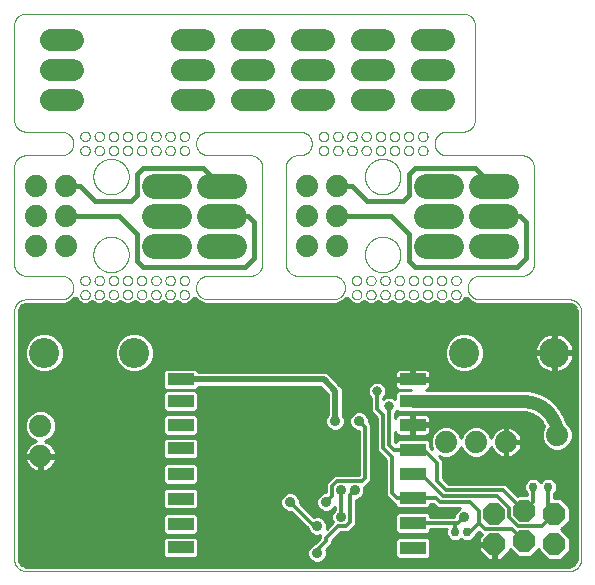
<source format=gbl>
G75*
%MOIN*%
%OFA0B0*%
%FSLAX25Y25*%
%IPPOS*%
%LPD*%
%AMOC8*
5,1,8,0,0,1.08239X$1,22.5*
%
%ADD10C,0.00000*%
%ADD11OC8,0.07400*%
%ADD12R,0.08600X0.04200*%
%ADD13C,0.07400*%
%ADD14C,0.10050*%
%ADD15C,0.03000*%
%ADD16C,0.08268*%
%ADD17C,0.07400*%
%ADD18C,0.01000*%
%ADD19C,0.03500*%
%ADD20C,0.02000*%
%ADD21C,0.01200*%
%ADD22C,0.03200*%
%ADD23C,0.04300*%
%ADD24C,0.01600*%
D10*
X0010681Y0060307D02*
X0191783Y0060307D01*
X0191907Y0060309D01*
X0192030Y0060315D01*
X0192154Y0060324D01*
X0192276Y0060338D01*
X0192399Y0060355D01*
X0192521Y0060377D01*
X0192642Y0060402D01*
X0192762Y0060431D01*
X0192881Y0060463D01*
X0193000Y0060500D01*
X0193117Y0060540D01*
X0193232Y0060583D01*
X0193347Y0060631D01*
X0193459Y0060682D01*
X0193570Y0060736D01*
X0193680Y0060794D01*
X0193787Y0060855D01*
X0193893Y0060920D01*
X0193996Y0060988D01*
X0194097Y0061059D01*
X0194196Y0061133D01*
X0194293Y0061210D01*
X0194387Y0061291D01*
X0194478Y0061374D01*
X0194567Y0061460D01*
X0194653Y0061549D01*
X0194736Y0061640D01*
X0194817Y0061734D01*
X0194894Y0061831D01*
X0194968Y0061930D01*
X0195039Y0062031D01*
X0195107Y0062134D01*
X0195172Y0062240D01*
X0195233Y0062347D01*
X0195291Y0062457D01*
X0195345Y0062568D01*
X0195396Y0062680D01*
X0195444Y0062795D01*
X0195487Y0062910D01*
X0195527Y0063027D01*
X0195564Y0063146D01*
X0195596Y0063265D01*
X0195625Y0063385D01*
X0195650Y0063506D01*
X0195672Y0063628D01*
X0195689Y0063751D01*
X0195703Y0063873D01*
X0195712Y0063997D01*
X0195718Y0064120D01*
X0195720Y0064244D01*
X0195720Y0146921D01*
X0195718Y0147045D01*
X0195712Y0147168D01*
X0195703Y0147292D01*
X0195689Y0147414D01*
X0195672Y0147537D01*
X0195650Y0147659D01*
X0195625Y0147780D01*
X0195596Y0147900D01*
X0195564Y0148019D01*
X0195527Y0148138D01*
X0195487Y0148255D01*
X0195444Y0148370D01*
X0195396Y0148485D01*
X0195345Y0148597D01*
X0195291Y0148708D01*
X0195233Y0148818D01*
X0195172Y0148925D01*
X0195107Y0149031D01*
X0195039Y0149134D01*
X0194968Y0149235D01*
X0194894Y0149334D01*
X0194817Y0149431D01*
X0194736Y0149525D01*
X0194653Y0149616D01*
X0194567Y0149705D01*
X0194478Y0149791D01*
X0194387Y0149874D01*
X0194293Y0149955D01*
X0194196Y0150032D01*
X0194097Y0150106D01*
X0193996Y0150177D01*
X0193893Y0150245D01*
X0193787Y0150310D01*
X0193680Y0150371D01*
X0193570Y0150429D01*
X0193459Y0150483D01*
X0193347Y0150534D01*
X0193232Y0150582D01*
X0193117Y0150625D01*
X0193000Y0150665D01*
X0192881Y0150702D01*
X0192762Y0150734D01*
X0192642Y0150763D01*
X0192521Y0150788D01*
X0192399Y0150810D01*
X0192276Y0150827D01*
X0192154Y0150841D01*
X0192030Y0150850D01*
X0191907Y0150856D01*
X0191783Y0150858D01*
X0161862Y0150858D01*
X0157925Y0154795D02*
X0157927Y0154919D01*
X0157933Y0155042D01*
X0157942Y0155166D01*
X0157956Y0155288D01*
X0157973Y0155411D01*
X0157995Y0155533D01*
X0158020Y0155654D01*
X0158049Y0155774D01*
X0158081Y0155893D01*
X0158118Y0156012D01*
X0158158Y0156129D01*
X0158201Y0156244D01*
X0158249Y0156359D01*
X0158300Y0156471D01*
X0158354Y0156582D01*
X0158412Y0156692D01*
X0158473Y0156799D01*
X0158538Y0156905D01*
X0158606Y0157008D01*
X0158677Y0157109D01*
X0158751Y0157208D01*
X0158828Y0157305D01*
X0158909Y0157399D01*
X0158992Y0157490D01*
X0159078Y0157579D01*
X0159167Y0157665D01*
X0159258Y0157748D01*
X0159352Y0157829D01*
X0159449Y0157906D01*
X0159548Y0157980D01*
X0159649Y0158051D01*
X0159752Y0158119D01*
X0159858Y0158184D01*
X0159965Y0158245D01*
X0160075Y0158303D01*
X0160186Y0158357D01*
X0160298Y0158408D01*
X0160413Y0158456D01*
X0160528Y0158499D01*
X0160645Y0158539D01*
X0160764Y0158576D01*
X0160883Y0158608D01*
X0161003Y0158637D01*
X0161124Y0158662D01*
X0161246Y0158684D01*
X0161369Y0158701D01*
X0161491Y0158715D01*
X0161615Y0158724D01*
X0161738Y0158730D01*
X0161862Y0158732D01*
X0176035Y0158732D01*
X0176159Y0158734D01*
X0176282Y0158740D01*
X0176406Y0158749D01*
X0176528Y0158763D01*
X0176651Y0158780D01*
X0176773Y0158802D01*
X0176894Y0158827D01*
X0177014Y0158856D01*
X0177133Y0158888D01*
X0177252Y0158925D01*
X0177369Y0158965D01*
X0177484Y0159008D01*
X0177599Y0159056D01*
X0177711Y0159107D01*
X0177822Y0159161D01*
X0177932Y0159219D01*
X0178039Y0159280D01*
X0178145Y0159345D01*
X0178248Y0159413D01*
X0178349Y0159484D01*
X0178448Y0159558D01*
X0178545Y0159635D01*
X0178639Y0159716D01*
X0178730Y0159799D01*
X0178819Y0159885D01*
X0178905Y0159974D01*
X0178988Y0160065D01*
X0179069Y0160159D01*
X0179146Y0160256D01*
X0179220Y0160355D01*
X0179291Y0160456D01*
X0179359Y0160559D01*
X0179424Y0160665D01*
X0179485Y0160772D01*
X0179543Y0160882D01*
X0179597Y0160993D01*
X0179648Y0161105D01*
X0179696Y0161220D01*
X0179739Y0161335D01*
X0179779Y0161452D01*
X0179816Y0161571D01*
X0179848Y0161690D01*
X0179877Y0161810D01*
X0179902Y0161931D01*
X0179924Y0162053D01*
X0179941Y0162176D01*
X0179955Y0162298D01*
X0179964Y0162422D01*
X0179970Y0162545D01*
X0179972Y0162669D01*
X0179972Y0194953D01*
X0179970Y0195077D01*
X0179964Y0195200D01*
X0179955Y0195324D01*
X0179941Y0195446D01*
X0179924Y0195569D01*
X0179902Y0195691D01*
X0179877Y0195812D01*
X0179848Y0195932D01*
X0179816Y0196051D01*
X0179779Y0196170D01*
X0179739Y0196287D01*
X0179696Y0196402D01*
X0179648Y0196517D01*
X0179597Y0196629D01*
X0179543Y0196740D01*
X0179485Y0196850D01*
X0179424Y0196957D01*
X0179359Y0197063D01*
X0179291Y0197166D01*
X0179220Y0197267D01*
X0179146Y0197366D01*
X0179069Y0197463D01*
X0178988Y0197557D01*
X0178905Y0197648D01*
X0178819Y0197737D01*
X0178730Y0197823D01*
X0178639Y0197906D01*
X0178545Y0197987D01*
X0178448Y0198064D01*
X0178349Y0198138D01*
X0178248Y0198209D01*
X0178145Y0198277D01*
X0178039Y0198342D01*
X0177932Y0198403D01*
X0177822Y0198461D01*
X0177711Y0198515D01*
X0177599Y0198566D01*
X0177484Y0198614D01*
X0177369Y0198657D01*
X0177252Y0198697D01*
X0177133Y0198734D01*
X0177014Y0198766D01*
X0176894Y0198795D01*
X0176773Y0198820D01*
X0176651Y0198842D01*
X0176528Y0198859D01*
X0176406Y0198873D01*
X0176282Y0198882D01*
X0176159Y0198888D01*
X0176035Y0198890D01*
X0150839Y0198890D01*
X0146902Y0202827D02*
X0146904Y0202951D01*
X0146910Y0203074D01*
X0146919Y0203198D01*
X0146933Y0203320D01*
X0146950Y0203443D01*
X0146972Y0203565D01*
X0146997Y0203686D01*
X0147026Y0203806D01*
X0147058Y0203925D01*
X0147095Y0204044D01*
X0147135Y0204161D01*
X0147178Y0204276D01*
X0147226Y0204391D01*
X0147277Y0204503D01*
X0147331Y0204614D01*
X0147389Y0204724D01*
X0147450Y0204831D01*
X0147515Y0204937D01*
X0147583Y0205040D01*
X0147654Y0205141D01*
X0147728Y0205240D01*
X0147805Y0205337D01*
X0147886Y0205431D01*
X0147969Y0205522D01*
X0148055Y0205611D01*
X0148144Y0205697D01*
X0148235Y0205780D01*
X0148329Y0205861D01*
X0148426Y0205938D01*
X0148525Y0206012D01*
X0148626Y0206083D01*
X0148729Y0206151D01*
X0148835Y0206216D01*
X0148942Y0206277D01*
X0149052Y0206335D01*
X0149163Y0206389D01*
X0149275Y0206440D01*
X0149390Y0206488D01*
X0149505Y0206531D01*
X0149622Y0206571D01*
X0149741Y0206608D01*
X0149860Y0206640D01*
X0149980Y0206669D01*
X0150101Y0206694D01*
X0150223Y0206716D01*
X0150346Y0206733D01*
X0150468Y0206747D01*
X0150592Y0206756D01*
X0150715Y0206762D01*
X0150839Y0206764D01*
X0156350Y0206764D01*
X0156474Y0206766D01*
X0156597Y0206772D01*
X0156721Y0206781D01*
X0156843Y0206795D01*
X0156966Y0206812D01*
X0157088Y0206834D01*
X0157209Y0206859D01*
X0157329Y0206888D01*
X0157448Y0206920D01*
X0157567Y0206957D01*
X0157684Y0206997D01*
X0157799Y0207040D01*
X0157914Y0207088D01*
X0158026Y0207139D01*
X0158137Y0207193D01*
X0158247Y0207251D01*
X0158354Y0207312D01*
X0158460Y0207377D01*
X0158563Y0207445D01*
X0158664Y0207516D01*
X0158763Y0207590D01*
X0158860Y0207667D01*
X0158954Y0207748D01*
X0159045Y0207831D01*
X0159134Y0207917D01*
X0159220Y0208006D01*
X0159303Y0208097D01*
X0159384Y0208191D01*
X0159461Y0208288D01*
X0159535Y0208387D01*
X0159606Y0208488D01*
X0159674Y0208591D01*
X0159739Y0208697D01*
X0159800Y0208804D01*
X0159858Y0208914D01*
X0159912Y0209025D01*
X0159963Y0209137D01*
X0160011Y0209252D01*
X0160054Y0209367D01*
X0160094Y0209484D01*
X0160131Y0209603D01*
X0160163Y0209722D01*
X0160192Y0209842D01*
X0160217Y0209963D01*
X0160239Y0210085D01*
X0160256Y0210208D01*
X0160270Y0210330D01*
X0160279Y0210454D01*
X0160285Y0210577D01*
X0160287Y0210701D01*
X0160287Y0242197D01*
X0160285Y0242321D01*
X0160279Y0242444D01*
X0160270Y0242568D01*
X0160256Y0242690D01*
X0160239Y0242813D01*
X0160217Y0242935D01*
X0160192Y0243056D01*
X0160163Y0243176D01*
X0160131Y0243295D01*
X0160094Y0243414D01*
X0160054Y0243531D01*
X0160011Y0243646D01*
X0159963Y0243761D01*
X0159912Y0243873D01*
X0159858Y0243984D01*
X0159800Y0244094D01*
X0159739Y0244201D01*
X0159674Y0244307D01*
X0159606Y0244410D01*
X0159535Y0244511D01*
X0159461Y0244610D01*
X0159384Y0244707D01*
X0159303Y0244801D01*
X0159220Y0244892D01*
X0159134Y0244981D01*
X0159045Y0245067D01*
X0158954Y0245150D01*
X0158860Y0245231D01*
X0158763Y0245308D01*
X0158664Y0245382D01*
X0158563Y0245453D01*
X0158460Y0245521D01*
X0158354Y0245586D01*
X0158247Y0245647D01*
X0158137Y0245705D01*
X0158026Y0245759D01*
X0157914Y0245810D01*
X0157799Y0245858D01*
X0157684Y0245901D01*
X0157567Y0245941D01*
X0157448Y0245978D01*
X0157329Y0246010D01*
X0157209Y0246039D01*
X0157088Y0246064D01*
X0156966Y0246086D01*
X0156843Y0246103D01*
X0156721Y0246117D01*
X0156597Y0246126D01*
X0156474Y0246132D01*
X0156350Y0246134D01*
X0010681Y0246134D01*
X0010557Y0246132D01*
X0010434Y0246126D01*
X0010310Y0246117D01*
X0010188Y0246103D01*
X0010065Y0246086D01*
X0009943Y0246064D01*
X0009822Y0246039D01*
X0009702Y0246010D01*
X0009583Y0245978D01*
X0009464Y0245941D01*
X0009347Y0245901D01*
X0009232Y0245858D01*
X0009117Y0245810D01*
X0009005Y0245759D01*
X0008894Y0245705D01*
X0008784Y0245647D01*
X0008677Y0245586D01*
X0008571Y0245521D01*
X0008468Y0245453D01*
X0008367Y0245382D01*
X0008268Y0245308D01*
X0008171Y0245231D01*
X0008077Y0245150D01*
X0007986Y0245067D01*
X0007897Y0244981D01*
X0007811Y0244892D01*
X0007728Y0244801D01*
X0007647Y0244707D01*
X0007570Y0244610D01*
X0007496Y0244511D01*
X0007425Y0244410D01*
X0007357Y0244307D01*
X0007292Y0244201D01*
X0007231Y0244094D01*
X0007173Y0243984D01*
X0007119Y0243873D01*
X0007068Y0243761D01*
X0007020Y0243646D01*
X0006977Y0243531D01*
X0006937Y0243414D01*
X0006900Y0243295D01*
X0006868Y0243176D01*
X0006839Y0243056D01*
X0006814Y0242935D01*
X0006792Y0242813D01*
X0006775Y0242690D01*
X0006761Y0242568D01*
X0006752Y0242444D01*
X0006746Y0242321D01*
X0006744Y0242197D01*
X0006744Y0210701D01*
X0006746Y0210577D01*
X0006752Y0210454D01*
X0006761Y0210330D01*
X0006775Y0210208D01*
X0006792Y0210085D01*
X0006814Y0209963D01*
X0006839Y0209842D01*
X0006868Y0209722D01*
X0006900Y0209603D01*
X0006937Y0209484D01*
X0006977Y0209367D01*
X0007020Y0209252D01*
X0007068Y0209137D01*
X0007119Y0209025D01*
X0007173Y0208914D01*
X0007231Y0208804D01*
X0007292Y0208697D01*
X0007357Y0208591D01*
X0007425Y0208488D01*
X0007496Y0208387D01*
X0007570Y0208288D01*
X0007647Y0208191D01*
X0007728Y0208097D01*
X0007811Y0208006D01*
X0007897Y0207917D01*
X0007986Y0207831D01*
X0008077Y0207748D01*
X0008171Y0207667D01*
X0008268Y0207590D01*
X0008367Y0207516D01*
X0008468Y0207445D01*
X0008571Y0207377D01*
X0008677Y0207312D01*
X0008784Y0207251D01*
X0008894Y0207193D01*
X0009005Y0207139D01*
X0009117Y0207088D01*
X0009232Y0207040D01*
X0009347Y0206997D01*
X0009464Y0206957D01*
X0009583Y0206920D01*
X0009702Y0206888D01*
X0009822Y0206859D01*
X0009943Y0206834D01*
X0010065Y0206812D01*
X0010188Y0206795D01*
X0010310Y0206781D01*
X0010434Y0206772D01*
X0010557Y0206766D01*
X0010681Y0206764D01*
X0022492Y0206764D01*
X0022616Y0206762D01*
X0022739Y0206756D01*
X0022863Y0206747D01*
X0022985Y0206733D01*
X0023108Y0206716D01*
X0023230Y0206694D01*
X0023351Y0206669D01*
X0023471Y0206640D01*
X0023590Y0206608D01*
X0023709Y0206571D01*
X0023826Y0206531D01*
X0023941Y0206488D01*
X0024056Y0206440D01*
X0024168Y0206389D01*
X0024279Y0206335D01*
X0024389Y0206277D01*
X0024496Y0206216D01*
X0024602Y0206151D01*
X0024705Y0206083D01*
X0024806Y0206012D01*
X0024905Y0205938D01*
X0025002Y0205861D01*
X0025096Y0205780D01*
X0025187Y0205697D01*
X0025276Y0205611D01*
X0025362Y0205522D01*
X0025445Y0205431D01*
X0025526Y0205337D01*
X0025603Y0205240D01*
X0025677Y0205141D01*
X0025748Y0205040D01*
X0025816Y0204937D01*
X0025881Y0204831D01*
X0025942Y0204724D01*
X0026000Y0204614D01*
X0026054Y0204503D01*
X0026105Y0204391D01*
X0026153Y0204276D01*
X0026196Y0204161D01*
X0026236Y0204044D01*
X0026273Y0203925D01*
X0026305Y0203806D01*
X0026334Y0203686D01*
X0026359Y0203565D01*
X0026381Y0203443D01*
X0026398Y0203320D01*
X0026412Y0203198D01*
X0026421Y0203074D01*
X0026427Y0202951D01*
X0026429Y0202827D01*
X0026427Y0202703D01*
X0026421Y0202580D01*
X0026412Y0202456D01*
X0026398Y0202334D01*
X0026381Y0202211D01*
X0026359Y0202089D01*
X0026334Y0201968D01*
X0026305Y0201848D01*
X0026273Y0201729D01*
X0026236Y0201610D01*
X0026196Y0201493D01*
X0026153Y0201378D01*
X0026105Y0201263D01*
X0026054Y0201151D01*
X0026000Y0201040D01*
X0025942Y0200930D01*
X0025881Y0200823D01*
X0025816Y0200717D01*
X0025748Y0200614D01*
X0025677Y0200513D01*
X0025603Y0200414D01*
X0025526Y0200317D01*
X0025445Y0200223D01*
X0025362Y0200132D01*
X0025276Y0200043D01*
X0025187Y0199957D01*
X0025096Y0199874D01*
X0025002Y0199793D01*
X0024905Y0199716D01*
X0024806Y0199642D01*
X0024705Y0199571D01*
X0024602Y0199503D01*
X0024496Y0199438D01*
X0024389Y0199377D01*
X0024279Y0199319D01*
X0024168Y0199265D01*
X0024056Y0199214D01*
X0023941Y0199166D01*
X0023826Y0199123D01*
X0023709Y0199083D01*
X0023590Y0199046D01*
X0023471Y0199014D01*
X0023351Y0198985D01*
X0023230Y0198960D01*
X0023108Y0198938D01*
X0022985Y0198921D01*
X0022863Y0198907D01*
X0022739Y0198898D01*
X0022616Y0198892D01*
X0022492Y0198890D01*
X0010681Y0198890D01*
X0010557Y0198888D01*
X0010434Y0198882D01*
X0010310Y0198873D01*
X0010188Y0198859D01*
X0010065Y0198842D01*
X0009943Y0198820D01*
X0009822Y0198795D01*
X0009702Y0198766D01*
X0009583Y0198734D01*
X0009464Y0198697D01*
X0009347Y0198657D01*
X0009232Y0198614D01*
X0009117Y0198566D01*
X0009005Y0198515D01*
X0008894Y0198461D01*
X0008784Y0198403D01*
X0008677Y0198342D01*
X0008571Y0198277D01*
X0008468Y0198209D01*
X0008367Y0198138D01*
X0008268Y0198064D01*
X0008171Y0197987D01*
X0008077Y0197906D01*
X0007986Y0197823D01*
X0007897Y0197737D01*
X0007811Y0197648D01*
X0007728Y0197557D01*
X0007647Y0197463D01*
X0007570Y0197366D01*
X0007496Y0197267D01*
X0007425Y0197166D01*
X0007357Y0197063D01*
X0007292Y0196957D01*
X0007231Y0196850D01*
X0007173Y0196740D01*
X0007119Y0196629D01*
X0007068Y0196517D01*
X0007020Y0196402D01*
X0006977Y0196287D01*
X0006937Y0196170D01*
X0006900Y0196051D01*
X0006868Y0195932D01*
X0006839Y0195812D01*
X0006814Y0195691D01*
X0006792Y0195569D01*
X0006775Y0195446D01*
X0006761Y0195324D01*
X0006752Y0195200D01*
X0006746Y0195077D01*
X0006744Y0194953D01*
X0006744Y0162669D01*
X0006746Y0162545D01*
X0006752Y0162422D01*
X0006761Y0162298D01*
X0006775Y0162176D01*
X0006792Y0162053D01*
X0006814Y0161931D01*
X0006839Y0161810D01*
X0006868Y0161690D01*
X0006900Y0161571D01*
X0006937Y0161452D01*
X0006977Y0161335D01*
X0007020Y0161220D01*
X0007068Y0161105D01*
X0007119Y0160993D01*
X0007173Y0160882D01*
X0007231Y0160772D01*
X0007292Y0160665D01*
X0007357Y0160559D01*
X0007425Y0160456D01*
X0007496Y0160355D01*
X0007570Y0160256D01*
X0007647Y0160159D01*
X0007728Y0160065D01*
X0007811Y0159974D01*
X0007897Y0159885D01*
X0007986Y0159799D01*
X0008077Y0159716D01*
X0008171Y0159635D01*
X0008268Y0159558D01*
X0008367Y0159484D01*
X0008468Y0159413D01*
X0008571Y0159345D01*
X0008677Y0159280D01*
X0008784Y0159219D01*
X0008894Y0159161D01*
X0009005Y0159107D01*
X0009117Y0159056D01*
X0009232Y0159008D01*
X0009347Y0158965D01*
X0009464Y0158925D01*
X0009583Y0158888D01*
X0009702Y0158856D01*
X0009822Y0158827D01*
X0009943Y0158802D01*
X0010065Y0158780D01*
X0010188Y0158763D01*
X0010310Y0158749D01*
X0010434Y0158740D01*
X0010557Y0158734D01*
X0010681Y0158732D01*
X0022492Y0158732D01*
X0022616Y0158730D01*
X0022739Y0158724D01*
X0022863Y0158715D01*
X0022985Y0158701D01*
X0023108Y0158684D01*
X0023230Y0158662D01*
X0023351Y0158637D01*
X0023471Y0158608D01*
X0023590Y0158576D01*
X0023709Y0158539D01*
X0023826Y0158499D01*
X0023941Y0158456D01*
X0024056Y0158408D01*
X0024168Y0158357D01*
X0024279Y0158303D01*
X0024389Y0158245D01*
X0024496Y0158184D01*
X0024602Y0158119D01*
X0024705Y0158051D01*
X0024806Y0157980D01*
X0024905Y0157906D01*
X0025002Y0157829D01*
X0025096Y0157748D01*
X0025187Y0157665D01*
X0025276Y0157579D01*
X0025362Y0157490D01*
X0025445Y0157399D01*
X0025526Y0157305D01*
X0025603Y0157208D01*
X0025677Y0157109D01*
X0025748Y0157008D01*
X0025816Y0156905D01*
X0025881Y0156799D01*
X0025942Y0156692D01*
X0026000Y0156582D01*
X0026054Y0156471D01*
X0026105Y0156359D01*
X0026153Y0156244D01*
X0026196Y0156129D01*
X0026236Y0156012D01*
X0026273Y0155893D01*
X0026305Y0155774D01*
X0026334Y0155654D01*
X0026359Y0155533D01*
X0026381Y0155411D01*
X0026398Y0155288D01*
X0026412Y0155166D01*
X0026421Y0155042D01*
X0026427Y0154919D01*
X0026429Y0154795D01*
X0026427Y0154671D01*
X0026421Y0154548D01*
X0026412Y0154424D01*
X0026398Y0154302D01*
X0026381Y0154179D01*
X0026359Y0154057D01*
X0026334Y0153936D01*
X0026305Y0153816D01*
X0026273Y0153697D01*
X0026236Y0153578D01*
X0026196Y0153461D01*
X0026153Y0153346D01*
X0026105Y0153231D01*
X0026054Y0153119D01*
X0026000Y0153008D01*
X0025942Y0152898D01*
X0025881Y0152791D01*
X0025816Y0152685D01*
X0025748Y0152582D01*
X0025677Y0152481D01*
X0025603Y0152382D01*
X0025526Y0152285D01*
X0025445Y0152191D01*
X0025362Y0152100D01*
X0025276Y0152011D01*
X0025187Y0151925D01*
X0025096Y0151842D01*
X0025002Y0151761D01*
X0024905Y0151684D01*
X0024806Y0151610D01*
X0024705Y0151539D01*
X0024602Y0151471D01*
X0024496Y0151406D01*
X0024389Y0151345D01*
X0024279Y0151287D01*
X0024168Y0151233D01*
X0024056Y0151182D01*
X0023941Y0151134D01*
X0023826Y0151091D01*
X0023709Y0151051D01*
X0023590Y0151014D01*
X0023471Y0150982D01*
X0023351Y0150953D01*
X0023230Y0150928D01*
X0023108Y0150906D01*
X0022985Y0150889D01*
X0022863Y0150875D01*
X0022739Y0150866D01*
X0022616Y0150860D01*
X0022492Y0150858D01*
X0010681Y0150858D01*
X0010557Y0150856D01*
X0010434Y0150850D01*
X0010310Y0150841D01*
X0010188Y0150827D01*
X0010065Y0150810D01*
X0009943Y0150788D01*
X0009822Y0150763D01*
X0009702Y0150734D01*
X0009583Y0150702D01*
X0009464Y0150665D01*
X0009347Y0150625D01*
X0009232Y0150582D01*
X0009117Y0150534D01*
X0009005Y0150483D01*
X0008894Y0150429D01*
X0008784Y0150371D01*
X0008677Y0150310D01*
X0008571Y0150245D01*
X0008468Y0150177D01*
X0008367Y0150106D01*
X0008268Y0150032D01*
X0008171Y0149955D01*
X0008077Y0149874D01*
X0007986Y0149791D01*
X0007897Y0149705D01*
X0007811Y0149616D01*
X0007728Y0149525D01*
X0007647Y0149431D01*
X0007570Y0149334D01*
X0007496Y0149235D01*
X0007425Y0149134D01*
X0007357Y0149031D01*
X0007292Y0148925D01*
X0007231Y0148818D01*
X0007173Y0148708D01*
X0007119Y0148597D01*
X0007068Y0148485D01*
X0007020Y0148370D01*
X0006977Y0148255D01*
X0006937Y0148138D01*
X0006900Y0148019D01*
X0006868Y0147900D01*
X0006839Y0147780D01*
X0006814Y0147659D01*
X0006792Y0147537D01*
X0006775Y0147414D01*
X0006761Y0147292D01*
X0006752Y0147168D01*
X0006746Y0147045D01*
X0006744Y0146921D01*
X0006744Y0064244D01*
X0006746Y0064120D01*
X0006752Y0063997D01*
X0006761Y0063873D01*
X0006775Y0063751D01*
X0006792Y0063628D01*
X0006814Y0063506D01*
X0006839Y0063385D01*
X0006868Y0063265D01*
X0006900Y0063146D01*
X0006937Y0063027D01*
X0006977Y0062910D01*
X0007020Y0062795D01*
X0007068Y0062680D01*
X0007119Y0062568D01*
X0007173Y0062457D01*
X0007231Y0062347D01*
X0007292Y0062240D01*
X0007357Y0062134D01*
X0007425Y0062031D01*
X0007496Y0061930D01*
X0007570Y0061831D01*
X0007647Y0061734D01*
X0007728Y0061640D01*
X0007811Y0061549D01*
X0007897Y0061460D01*
X0007986Y0061374D01*
X0008077Y0061291D01*
X0008171Y0061210D01*
X0008268Y0061133D01*
X0008367Y0061059D01*
X0008468Y0060988D01*
X0008571Y0060920D01*
X0008677Y0060855D01*
X0008784Y0060794D01*
X0008894Y0060736D01*
X0009005Y0060682D01*
X0009117Y0060631D01*
X0009232Y0060583D01*
X0009347Y0060540D01*
X0009464Y0060500D01*
X0009583Y0060463D01*
X0009702Y0060431D01*
X0009822Y0060402D01*
X0009943Y0060377D01*
X0010065Y0060355D01*
X0010188Y0060338D01*
X0010310Y0060324D01*
X0010434Y0060315D01*
X0010557Y0060309D01*
X0010681Y0060307D01*
X0071311Y0150858D02*
X0113043Y0150858D01*
X0116980Y0154795D02*
X0116978Y0154919D01*
X0116972Y0155042D01*
X0116963Y0155166D01*
X0116949Y0155288D01*
X0116932Y0155411D01*
X0116910Y0155533D01*
X0116885Y0155654D01*
X0116856Y0155774D01*
X0116824Y0155893D01*
X0116787Y0156012D01*
X0116747Y0156129D01*
X0116704Y0156244D01*
X0116656Y0156359D01*
X0116605Y0156471D01*
X0116551Y0156582D01*
X0116493Y0156692D01*
X0116432Y0156799D01*
X0116367Y0156905D01*
X0116299Y0157008D01*
X0116228Y0157109D01*
X0116154Y0157208D01*
X0116077Y0157305D01*
X0115996Y0157399D01*
X0115913Y0157490D01*
X0115827Y0157579D01*
X0115738Y0157665D01*
X0115647Y0157748D01*
X0115553Y0157829D01*
X0115456Y0157906D01*
X0115357Y0157980D01*
X0115256Y0158051D01*
X0115153Y0158119D01*
X0115047Y0158184D01*
X0114940Y0158245D01*
X0114830Y0158303D01*
X0114719Y0158357D01*
X0114607Y0158408D01*
X0114492Y0158456D01*
X0114377Y0158499D01*
X0114260Y0158539D01*
X0114141Y0158576D01*
X0114022Y0158608D01*
X0113902Y0158637D01*
X0113781Y0158662D01*
X0113659Y0158684D01*
X0113536Y0158701D01*
X0113414Y0158715D01*
X0113290Y0158724D01*
X0113167Y0158730D01*
X0113043Y0158732D01*
X0101232Y0158732D01*
X0101108Y0158734D01*
X0100985Y0158740D01*
X0100861Y0158749D01*
X0100739Y0158763D01*
X0100616Y0158780D01*
X0100494Y0158802D01*
X0100373Y0158827D01*
X0100253Y0158856D01*
X0100134Y0158888D01*
X0100015Y0158925D01*
X0099898Y0158965D01*
X0099783Y0159008D01*
X0099668Y0159056D01*
X0099556Y0159107D01*
X0099445Y0159161D01*
X0099335Y0159219D01*
X0099228Y0159280D01*
X0099122Y0159345D01*
X0099019Y0159413D01*
X0098918Y0159484D01*
X0098819Y0159558D01*
X0098722Y0159635D01*
X0098628Y0159716D01*
X0098537Y0159799D01*
X0098448Y0159885D01*
X0098362Y0159974D01*
X0098279Y0160065D01*
X0098198Y0160159D01*
X0098121Y0160256D01*
X0098047Y0160355D01*
X0097976Y0160456D01*
X0097908Y0160559D01*
X0097843Y0160665D01*
X0097782Y0160772D01*
X0097724Y0160882D01*
X0097670Y0160993D01*
X0097619Y0161105D01*
X0097571Y0161220D01*
X0097528Y0161335D01*
X0097488Y0161452D01*
X0097451Y0161571D01*
X0097419Y0161690D01*
X0097390Y0161810D01*
X0097365Y0161931D01*
X0097343Y0162053D01*
X0097326Y0162176D01*
X0097312Y0162298D01*
X0097303Y0162422D01*
X0097297Y0162545D01*
X0097295Y0162669D01*
X0097295Y0194953D01*
X0097297Y0195077D01*
X0097303Y0195200D01*
X0097312Y0195324D01*
X0097326Y0195446D01*
X0097343Y0195569D01*
X0097365Y0195691D01*
X0097390Y0195812D01*
X0097419Y0195932D01*
X0097451Y0196051D01*
X0097488Y0196170D01*
X0097528Y0196287D01*
X0097571Y0196402D01*
X0097619Y0196517D01*
X0097670Y0196629D01*
X0097724Y0196740D01*
X0097782Y0196850D01*
X0097843Y0196957D01*
X0097908Y0197063D01*
X0097976Y0197166D01*
X0098047Y0197267D01*
X0098121Y0197366D01*
X0098198Y0197463D01*
X0098279Y0197557D01*
X0098362Y0197648D01*
X0098448Y0197737D01*
X0098537Y0197823D01*
X0098628Y0197906D01*
X0098722Y0197987D01*
X0098819Y0198064D01*
X0098918Y0198138D01*
X0099019Y0198209D01*
X0099122Y0198277D01*
X0099228Y0198342D01*
X0099335Y0198403D01*
X0099445Y0198461D01*
X0099556Y0198515D01*
X0099668Y0198566D01*
X0099783Y0198614D01*
X0099898Y0198657D01*
X0100015Y0198697D01*
X0100134Y0198734D01*
X0100253Y0198766D01*
X0100373Y0198795D01*
X0100494Y0198820D01*
X0100616Y0198842D01*
X0100739Y0198859D01*
X0100861Y0198873D01*
X0100985Y0198882D01*
X0101108Y0198888D01*
X0101232Y0198890D01*
X0102020Y0198890D01*
X0105957Y0202827D02*
X0105955Y0202951D01*
X0105949Y0203074D01*
X0105940Y0203198D01*
X0105926Y0203320D01*
X0105909Y0203443D01*
X0105887Y0203565D01*
X0105862Y0203686D01*
X0105833Y0203806D01*
X0105801Y0203925D01*
X0105764Y0204044D01*
X0105724Y0204161D01*
X0105681Y0204276D01*
X0105633Y0204391D01*
X0105582Y0204503D01*
X0105528Y0204614D01*
X0105470Y0204724D01*
X0105409Y0204831D01*
X0105344Y0204937D01*
X0105276Y0205040D01*
X0105205Y0205141D01*
X0105131Y0205240D01*
X0105054Y0205337D01*
X0104973Y0205431D01*
X0104890Y0205522D01*
X0104804Y0205611D01*
X0104715Y0205697D01*
X0104624Y0205780D01*
X0104530Y0205861D01*
X0104433Y0205938D01*
X0104334Y0206012D01*
X0104233Y0206083D01*
X0104130Y0206151D01*
X0104024Y0206216D01*
X0103917Y0206277D01*
X0103807Y0206335D01*
X0103696Y0206389D01*
X0103584Y0206440D01*
X0103469Y0206488D01*
X0103354Y0206531D01*
X0103237Y0206571D01*
X0103118Y0206608D01*
X0102999Y0206640D01*
X0102879Y0206669D01*
X0102758Y0206694D01*
X0102636Y0206716D01*
X0102513Y0206733D01*
X0102391Y0206747D01*
X0102267Y0206756D01*
X0102144Y0206762D01*
X0102020Y0206764D01*
X0071311Y0206764D01*
X0071187Y0206762D01*
X0071064Y0206756D01*
X0070940Y0206747D01*
X0070818Y0206733D01*
X0070695Y0206716D01*
X0070573Y0206694D01*
X0070452Y0206669D01*
X0070332Y0206640D01*
X0070213Y0206608D01*
X0070094Y0206571D01*
X0069977Y0206531D01*
X0069862Y0206488D01*
X0069747Y0206440D01*
X0069635Y0206389D01*
X0069524Y0206335D01*
X0069414Y0206277D01*
X0069307Y0206216D01*
X0069201Y0206151D01*
X0069098Y0206083D01*
X0068997Y0206012D01*
X0068898Y0205938D01*
X0068801Y0205861D01*
X0068707Y0205780D01*
X0068616Y0205697D01*
X0068527Y0205611D01*
X0068441Y0205522D01*
X0068358Y0205431D01*
X0068277Y0205337D01*
X0068200Y0205240D01*
X0068126Y0205141D01*
X0068055Y0205040D01*
X0067987Y0204937D01*
X0067922Y0204831D01*
X0067861Y0204724D01*
X0067803Y0204614D01*
X0067749Y0204503D01*
X0067698Y0204391D01*
X0067650Y0204276D01*
X0067607Y0204161D01*
X0067567Y0204044D01*
X0067530Y0203925D01*
X0067498Y0203806D01*
X0067469Y0203686D01*
X0067444Y0203565D01*
X0067422Y0203443D01*
X0067405Y0203320D01*
X0067391Y0203198D01*
X0067382Y0203074D01*
X0067376Y0202951D01*
X0067374Y0202827D01*
X0067376Y0202703D01*
X0067382Y0202580D01*
X0067391Y0202456D01*
X0067405Y0202334D01*
X0067422Y0202211D01*
X0067444Y0202089D01*
X0067469Y0201968D01*
X0067498Y0201848D01*
X0067530Y0201729D01*
X0067567Y0201610D01*
X0067607Y0201493D01*
X0067650Y0201378D01*
X0067698Y0201263D01*
X0067749Y0201151D01*
X0067803Y0201040D01*
X0067861Y0200930D01*
X0067922Y0200823D01*
X0067987Y0200717D01*
X0068055Y0200614D01*
X0068126Y0200513D01*
X0068200Y0200414D01*
X0068277Y0200317D01*
X0068358Y0200223D01*
X0068441Y0200132D01*
X0068527Y0200043D01*
X0068616Y0199957D01*
X0068707Y0199874D01*
X0068801Y0199793D01*
X0068898Y0199716D01*
X0068997Y0199642D01*
X0069098Y0199571D01*
X0069201Y0199503D01*
X0069307Y0199438D01*
X0069414Y0199377D01*
X0069524Y0199319D01*
X0069635Y0199265D01*
X0069747Y0199214D01*
X0069862Y0199166D01*
X0069977Y0199123D01*
X0070094Y0199083D01*
X0070213Y0199046D01*
X0070332Y0199014D01*
X0070452Y0198985D01*
X0070573Y0198960D01*
X0070695Y0198938D01*
X0070818Y0198921D01*
X0070940Y0198907D01*
X0071064Y0198898D01*
X0071187Y0198892D01*
X0071311Y0198890D01*
X0085484Y0198890D01*
X0085608Y0198888D01*
X0085731Y0198882D01*
X0085855Y0198873D01*
X0085977Y0198859D01*
X0086100Y0198842D01*
X0086222Y0198820D01*
X0086343Y0198795D01*
X0086463Y0198766D01*
X0086582Y0198734D01*
X0086701Y0198697D01*
X0086818Y0198657D01*
X0086933Y0198614D01*
X0087048Y0198566D01*
X0087160Y0198515D01*
X0087271Y0198461D01*
X0087381Y0198403D01*
X0087488Y0198342D01*
X0087594Y0198277D01*
X0087697Y0198209D01*
X0087798Y0198138D01*
X0087897Y0198064D01*
X0087994Y0197987D01*
X0088088Y0197906D01*
X0088179Y0197823D01*
X0088268Y0197737D01*
X0088354Y0197648D01*
X0088437Y0197557D01*
X0088518Y0197463D01*
X0088595Y0197366D01*
X0088669Y0197267D01*
X0088740Y0197166D01*
X0088808Y0197063D01*
X0088873Y0196957D01*
X0088934Y0196850D01*
X0088992Y0196740D01*
X0089046Y0196629D01*
X0089097Y0196517D01*
X0089145Y0196402D01*
X0089188Y0196287D01*
X0089228Y0196170D01*
X0089265Y0196051D01*
X0089297Y0195932D01*
X0089326Y0195812D01*
X0089351Y0195691D01*
X0089373Y0195569D01*
X0089390Y0195446D01*
X0089404Y0195324D01*
X0089413Y0195200D01*
X0089419Y0195077D01*
X0089421Y0194953D01*
X0089421Y0162669D01*
X0089419Y0162545D01*
X0089413Y0162422D01*
X0089404Y0162298D01*
X0089390Y0162176D01*
X0089373Y0162053D01*
X0089351Y0161931D01*
X0089326Y0161810D01*
X0089297Y0161690D01*
X0089265Y0161571D01*
X0089228Y0161452D01*
X0089188Y0161335D01*
X0089145Y0161220D01*
X0089097Y0161105D01*
X0089046Y0160993D01*
X0088992Y0160882D01*
X0088934Y0160772D01*
X0088873Y0160665D01*
X0088808Y0160559D01*
X0088740Y0160456D01*
X0088669Y0160355D01*
X0088595Y0160256D01*
X0088518Y0160159D01*
X0088437Y0160065D01*
X0088354Y0159974D01*
X0088268Y0159885D01*
X0088179Y0159799D01*
X0088088Y0159716D01*
X0087994Y0159635D01*
X0087897Y0159558D01*
X0087798Y0159484D01*
X0087697Y0159413D01*
X0087594Y0159345D01*
X0087488Y0159280D01*
X0087381Y0159219D01*
X0087271Y0159161D01*
X0087160Y0159107D01*
X0087048Y0159056D01*
X0086933Y0159008D01*
X0086818Y0158965D01*
X0086701Y0158925D01*
X0086582Y0158888D01*
X0086463Y0158856D01*
X0086343Y0158827D01*
X0086222Y0158802D01*
X0086100Y0158780D01*
X0085977Y0158763D01*
X0085855Y0158749D01*
X0085731Y0158740D01*
X0085608Y0158734D01*
X0085484Y0158732D01*
X0071311Y0158732D01*
X0071187Y0158730D01*
X0071064Y0158724D01*
X0070940Y0158715D01*
X0070818Y0158701D01*
X0070695Y0158684D01*
X0070573Y0158662D01*
X0070452Y0158637D01*
X0070332Y0158608D01*
X0070213Y0158576D01*
X0070094Y0158539D01*
X0069977Y0158499D01*
X0069862Y0158456D01*
X0069747Y0158408D01*
X0069635Y0158357D01*
X0069524Y0158303D01*
X0069414Y0158245D01*
X0069307Y0158184D01*
X0069201Y0158119D01*
X0069098Y0158051D01*
X0068997Y0157980D01*
X0068898Y0157906D01*
X0068801Y0157829D01*
X0068707Y0157748D01*
X0068616Y0157665D01*
X0068527Y0157579D01*
X0068441Y0157490D01*
X0068358Y0157399D01*
X0068277Y0157305D01*
X0068200Y0157208D01*
X0068126Y0157109D01*
X0068055Y0157008D01*
X0067987Y0156905D01*
X0067922Y0156799D01*
X0067861Y0156692D01*
X0067803Y0156582D01*
X0067749Y0156471D01*
X0067698Y0156359D01*
X0067650Y0156244D01*
X0067607Y0156129D01*
X0067567Y0156012D01*
X0067530Y0155893D01*
X0067498Y0155774D01*
X0067469Y0155654D01*
X0067444Y0155533D01*
X0067422Y0155411D01*
X0067405Y0155288D01*
X0067391Y0155166D01*
X0067382Y0155042D01*
X0067376Y0154919D01*
X0067374Y0154795D01*
X0067376Y0154671D01*
X0067382Y0154548D01*
X0067391Y0154424D01*
X0067405Y0154302D01*
X0067422Y0154179D01*
X0067444Y0154057D01*
X0067469Y0153936D01*
X0067498Y0153816D01*
X0067530Y0153697D01*
X0067567Y0153578D01*
X0067607Y0153461D01*
X0067650Y0153346D01*
X0067698Y0153231D01*
X0067749Y0153119D01*
X0067803Y0153008D01*
X0067861Y0152898D01*
X0067922Y0152791D01*
X0067987Y0152685D01*
X0068055Y0152582D01*
X0068126Y0152481D01*
X0068200Y0152382D01*
X0068277Y0152285D01*
X0068358Y0152191D01*
X0068441Y0152100D01*
X0068527Y0152011D01*
X0068616Y0151925D01*
X0068707Y0151842D01*
X0068801Y0151761D01*
X0068898Y0151684D01*
X0068997Y0151610D01*
X0069098Y0151539D01*
X0069201Y0151471D01*
X0069307Y0151406D01*
X0069414Y0151345D01*
X0069524Y0151287D01*
X0069635Y0151233D01*
X0069747Y0151182D01*
X0069862Y0151134D01*
X0069977Y0151091D01*
X0070094Y0151051D01*
X0070213Y0151014D01*
X0070332Y0150982D01*
X0070452Y0150953D01*
X0070573Y0150928D01*
X0070695Y0150906D01*
X0070818Y0150889D01*
X0070940Y0150875D01*
X0071064Y0150866D01*
X0071187Y0150860D01*
X0071311Y0150858D01*
X0061862Y0152433D02*
X0061864Y0152512D01*
X0061870Y0152591D01*
X0061880Y0152670D01*
X0061894Y0152748D01*
X0061911Y0152825D01*
X0061933Y0152901D01*
X0061958Y0152976D01*
X0061988Y0153049D01*
X0062020Y0153121D01*
X0062057Y0153192D01*
X0062097Y0153260D01*
X0062140Y0153326D01*
X0062186Y0153390D01*
X0062236Y0153452D01*
X0062289Y0153511D01*
X0062344Y0153567D01*
X0062403Y0153621D01*
X0062464Y0153671D01*
X0062527Y0153719D01*
X0062593Y0153763D01*
X0062661Y0153804D01*
X0062731Y0153841D01*
X0062802Y0153875D01*
X0062876Y0153905D01*
X0062950Y0153931D01*
X0063026Y0153953D01*
X0063103Y0153972D01*
X0063181Y0153987D01*
X0063259Y0153998D01*
X0063338Y0154005D01*
X0063417Y0154008D01*
X0063496Y0154007D01*
X0063575Y0154002D01*
X0063654Y0153993D01*
X0063732Y0153980D01*
X0063809Y0153963D01*
X0063886Y0153943D01*
X0063961Y0153918D01*
X0064035Y0153890D01*
X0064108Y0153858D01*
X0064178Y0153823D01*
X0064247Y0153784D01*
X0064314Y0153741D01*
X0064379Y0153695D01*
X0064441Y0153647D01*
X0064501Y0153595D01*
X0064558Y0153540D01*
X0064612Y0153482D01*
X0064663Y0153422D01*
X0064711Y0153359D01*
X0064756Y0153294D01*
X0064798Y0153226D01*
X0064836Y0153157D01*
X0064870Y0153086D01*
X0064901Y0153013D01*
X0064929Y0152938D01*
X0064952Y0152863D01*
X0064972Y0152786D01*
X0064988Y0152709D01*
X0065000Y0152630D01*
X0065008Y0152552D01*
X0065012Y0152473D01*
X0065012Y0152393D01*
X0065008Y0152314D01*
X0065000Y0152236D01*
X0064988Y0152157D01*
X0064972Y0152080D01*
X0064952Y0152003D01*
X0064929Y0151928D01*
X0064901Y0151853D01*
X0064870Y0151780D01*
X0064836Y0151709D01*
X0064798Y0151640D01*
X0064756Y0151572D01*
X0064711Y0151507D01*
X0064663Y0151444D01*
X0064612Y0151384D01*
X0064558Y0151326D01*
X0064501Y0151271D01*
X0064441Y0151219D01*
X0064379Y0151171D01*
X0064314Y0151125D01*
X0064247Y0151082D01*
X0064178Y0151043D01*
X0064108Y0151008D01*
X0064035Y0150976D01*
X0063961Y0150948D01*
X0063886Y0150923D01*
X0063809Y0150903D01*
X0063732Y0150886D01*
X0063654Y0150873D01*
X0063575Y0150864D01*
X0063496Y0150859D01*
X0063417Y0150858D01*
X0063338Y0150861D01*
X0063259Y0150868D01*
X0063181Y0150879D01*
X0063103Y0150894D01*
X0063026Y0150913D01*
X0062950Y0150935D01*
X0062876Y0150961D01*
X0062802Y0150991D01*
X0062731Y0151025D01*
X0062661Y0151062D01*
X0062593Y0151103D01*
X0062527Y0151147D01*
X0062464Y0151195D01*
X0062403Y0151245D01*
X0062344Y0151299D01*
X0062289Y0151355D01*
X0062236Y0151414D01*
X0062186Y0151476D01*
X0062140Y0151540D01*
X0062097Y0151606D01*
X0062057Y0151674D01*
X0062020Y0151745D01*
X0061988Y0151817D01*
X0061958Y0151890D01*
X0061933Y0151965D01*
X0061911Y0152041D01*
X0061894Y0152118D01*
X0061880Y0152196D01*
X0061870Y0152275D01*
X0061864Y0152354D01*
X0061862Y0152433D01*
X0057138Y0152433D02*
X0057140Y0152512D01*
X0057146Y0152591D01*
X0057156Y0152670D01*
X0057170Y0152748D01*
X0057187Y0152825D01*
X0057209Y0152901D01*
X0057234Y0152976D01*
X0057264Y0153049D01*
X0057296Y0153121D01*
X0057333Y0153192D01*
X0057373Y0153260D01*
X0057416Y0153326D01*
X0057462Y0153390D01*
X0057512Y0153452D01*
X0057565Y0153511D01*
X0057620Y0153567D01*
X0057679Y0153621D01*
X0057740Y0153671D01*
X0057803Y0153719D01*
X0057869Y0153763D01*
X0057937Y0153804D01*
X0058007Y0153841D01*
X0058078Y0153875D01*
X0058152Y0153905D01*
X0058226Y0153931D01*
X0058302Y0153953D01*
X0058379Y0153972D01*
X0058457Y0153987D01*
X0058535Y0153998D01*
X0058614Y0154005D01*
X0058693Y0154008D01*
X0058772Y0154007D01*
X0058851Y0154002D01*
X0058930Y0153993D01*
X0059008Y0153980D01*
X0059085Y0153963D01*
X0059162Y0153943D01*
X0059237Y0153918D01*
X0059311Y0153890D01*
X0059384Y0153858D01*
X0059454Y0153823D01*
X0059523Y0153784D01*
X0059590Y0153741D01*
X0059655Y0153695D01*
X0059717Y0153647D01*
X0059777Y0153595D01*
X0059834Y0153540D01*
X0059888Y0153482D01*
X0059939Y0153422D01*
X0059987Y0153359D01*
X0060032Y0153294D01*
X0060074Y0153226D01*
X0060112Y0153157D01*
X0060146Y0153086D01*
X0060177Y0153013D01*
X0060205Y0152938D01*
X0060228Y0152863D01*
X0060248Y0152786D01*
X0060264Y0152709D01*
X0060276Y0152630D01*
X0060284Y0152552D01*
X0060288Y0152473D01*
X0060288Y0152393D01*
X0060284Y0152314D01*
X0060276Y0152236D01*
X0060264Y0152157D01*
X0060248Y0152080D01*
X0060228Y0152003D01*
X0060205Y0151928D01*
X0060177Y0151853D01*
X0060146Y0151780D01*
X0060112Y0151709D01*
X0060074Y0151640D01*
X0060032Y0151572D01*
X0059987Y0151507D01*
X0059939Y0151444D01*
X0059888Y0151384D01*
X0059834Y0151326D01*
X0059777Y0151271D01*
X0059717Y0151219D01*
X0059655Y0151171D01*
X0059590Y0151125D01*
X0059523Y0151082D01*
X0059454Y0151043D01*
X0059384Y0151008D01*
X0059311Y0150976D01*
X0059237Y0150948D01*
X0059162Y0150923D01*
X0059085Y0150903D01*
X0059008Y0150886D01*
X0058930Y0150873D01*
X0058851Y0150864D01*
X0058772Y0150859D01*
X0058693Y0150858D01*
X0058614Y0150861D01*
X0058535Y0150868D01*
X0058457Y0150879D01*
X0058379Y0150894D01*
X0058302Y0150913D01*
X0058226Y0150935D01*
X0058152Y0150961D01*
X0058078Y0150991D01*
X0058007Y0151025D01*
X0057937Y0151062D01*
X0057869Y0151103D01*
X0057803Y0151147D01*
X0057740Y0151195D01*
X0057679Y0151245D01*
X0057620Y0151299D01*
X0057565Y0151355D01*
X0057512Y0151414D01*
X0057462Y0151476D01*
X0057416Y0151540D01*
X0057373Y0151606D01*
X0057333Y0151674D01*
X0057296Y0151745D01*
X0057264Y0151817D01*
X0057234Y0151890D01*
X0057209Y0151965D01*
X0057187Y0152041D01*
X0057170Y0152118D01*
X0057156Y0152196D01*
X0057146Y0152275D01*
X0057140Y0152354D01*
X0057138Y0152433D01*
X0052413Y0152433D02*
X0052415Y0152512D01*
X0052421Y0152591D01*
X0052431Y0152670D01*
X0052445Y0152748D01*
X0052462Y0152825D01*
X0052484Y0152901D01*
X0052509Y0152976D01*
X0052539Y0153049D01*
X0052571Y0153121D01*
X0052608Y0153192D01*
X0052648Y0153260D01*
X0052691Y0153326D01*
X0052737Y0153390D01*
X0052787Y0153452D01*
X0052840Y0153511D01*
X0052895Y0153567D01*
X0052954Y0153621D01*
X0053015Y0153671D01*
X0053078Y0153719D01*
X0053144Y0153763D01*
X0053212Y0153804D01*
X0053282Y0153841D01*
X0053353Y0153875D01*
X0053427Y0153905D01*
X0053501Y0153931D01*
X0053577Y0153953D01*
X0053654Y0153972D01*
X0053732Y0153987D01*
X0053810Y0153998D01*
X0053889Y0154005D01*
X0053968Y0154008D01*
X0054047Y0154007D01*
X0054126Y0154002D01*
X0054205Y0153993D01*
X0054283Y0153980D01*
X0054360Y0153963D01*
X0054437Y0153943D01*
X0054512Y0153918D01*
X0054586Y0153890D01*
X0054659Y0153858D01*
X0054729Y0153823D01*
X0054798Y0153784D01*
X0054865Y0153741D01*
X0054930Y0153695D01*
X0054992Y0153647D01*
X0055052Y0153595D01*
X0055109Y0153540D01*
X0055163Y0153482D01*
X0055214Y0153422D01*
X0055262Y0153359D01*
X0055307Y0153294D01*
X0055349Y0153226D01*
X0055387Y0153157D01*
X0055421Y0153086D01*
X0055452Y0153013D01*
X0055480Y0152938D01*
X0055503Y0152863D01*
X0055523Y0152786D01*
X0055539Y0152709D01*
X0055551Y0152630D01*
X0055559Y0152552D01*
X0055563Y0152473D01*
X0055563Y0152393D01*
X0055559Y0152314D01*
X0055551Y0152236D01*
X0055539Y0152157D01*
X0055523Y0152080D01*
X0055503Y0152003D01*
X0055480Y0151928D01*
X0055452Y0151853D01*
X0055421Y0151780D01*
X0055387Y0151709D01*
X0055349Y0151640D01*
X0055307Y0151572D01*
X0055262Y0151507D01*
X0055214Y0151444D01*
X0055163Y0151384D01*
X0055109Y0151326D01*
X0055052Y0151271D01*
X0054992Y0151219D01*
X0054930Y0151171D01*
X0054865Y0151125D01*
X0054798Y0151082D01*
X0054729Y0151043D01*
X0054659Y0151008D01*
X0054586Y0150976D01*
X0054512Y0150948D01*
X0054437Y0150923D01*
X0054360Y0150903D01*
X0054283Y0150886D01*
X0054205Y0150873D01*
X0054126Y0150864D01*
X0054047Y0150859D01*
X0053968Y0150858D01*
X0053889Y0150861D01*
X0053810Y0150868D01*
X0053732Y0150879D01*
X0053654Y0150894D01*
X0053577Y0150913D01*
X0053501Y0150935D01*
X0053427Y0150961D01*
X0053353Y0150991D01*
X0053282Y0151025D01*
X0053212Y0151062D01*
X0053144Y0151103D01*
X0053078Y0151147D01*
X0053015Y0151195D01*
X0052954Y0151245D01*
X0052895Y0151299D01*
X0052840Y0151355D01*
X0052787Y0151414D01*
X0052737Y0151476D01*
X0052691Y0151540D01*
X0052648Y0151606D01*
X0052608Y0151674D01*
X0052571Y0151745D01*
X0052539Y0151817D01*
X0052509Y0151890D01*
X0052484Y0151965D01*
X0052462Y0152041D01*
X0052445Y0152118D01*
X0052431Y0152196D01*
X0052421Y0152275D01*
X0052415Y0152354D01*
X0052413Y0152433D01*
X0047689Y0152433D02*
X0047691Y0152512D01*
X0047697Y0152591D01*
X0047707Y0152670D01*
X0047721Y0152748D01*
X0047738Y0152825D01*
X0047760Y0152901D01*
X0047785Y0152976D01*
X0047815Y0153049D01*
X0047847Y0153121D01*
X0047884Y0153192D01*
X0047924Y0153260D01*
X0047967Y0153326D01*
X0048013Y0153390D01*
X0048063Y0153452D01*
X0048116Y0153511D01*
X0048171Y0153567D01*
X0048230Y0153621D01*
X0048291Y0153671D01*
X0048354Y0153719D01*
X0048420Y0153763D01*
X0048488Y0153804D01*
X0048558Y0153841D01*
X0048629Y0153875D01*
X0048703Y0153905D01*
X0048777Y0153931D01*
X0048853Y0153953D01*
X0048930Y0153972D01*
X0049008Y0153987D01*
X0049086Y0153998D01*
X0049165Y0154005D01*
X0049244Y0154008D01*
X0049323Y0154007D01*
X0049402Y0154002D01*
X0049481Y0153993D01*
X0049559Y0153980D01*
X0049636Y0153963D01*
X0049713Y0153943D01*
X0049788Y0153918D01*
X0049862Y0153890D01*
X0049935Y0153858D01*
X0050005Y0153823D01*
X0050074Y0153784D01*
X0050141Y0153741D01*
X0050206Y0153695D01*
X0050268Y0153647D01*
X0050328Y0153595D01*
X0050385Y0153540D01*
X0050439Y0153482D01*
X0050490Y0153422D01*
X0050538Y0153359D01*
X0050583Y0153294D01*
X0050625Y0153226D01*
X0050663Y0153157D01*
X0050697Y0153086D01*
X0050728Y0153013D01*
X0050756Y0152938D01*
X0050779Y0152863D01*
X0050799Y0152786D01*
X0050815Y0152709D01*
X0050827Y0152630D01*
X0050835Y0152552D01*
X0050839Y0152473D01*
X0050839Y0152393D01*
X0050835Y0152314D01*
X0050827Y0152236D01*
X0050815Y0152157D01*
X0050799Y0152080D01*
X0050779Y0152003D01*
X0050756Y0151928D01*
X0050728Y0151853D01*
X0050697Y0151780D01*
X0050663Y0151709D01*
X0050625Y0151640D01*
X0050583Y0151572D01*
X0050538Y0151507D01*
X0050490Y0151444D01*
X0050439Y0151384D01*
X0050385Y0151326D01*
X0050328Y0151271D01*
X0050268Y0151219D01*
X0050206Y0151171D01*
X0050141Y0151125D01*
X0050074Y0151082D01*
X0050005Y0151043D01*
X0049935Y0151008D01*
X0049862Y0150976D01*
X0049788Y0150948D01*
X0049713Y0150923D01*
X0049636Y0150903D01*
X0049559Y0150886D01*
X0049481Y0150873D01*
X0049402Y0150864D01*
X0049323Y0150859D01*
X0049244Y0150858D01*
X0049165Y0150861D01*
X0049086Y0150868D01*
X0049008Y0150879D01*
X0048930Y0150894D01*
X0048853Y0150913D01*
X0048777Y0150935D01*
X0048703Y0150961D01*
X0048629Y0150991D01*
X0048558Y0151025D01*
X0048488Y0151062D01*
X0048420Y0151103D01*
X0048354Y0151147D01*
X0048291Y0151195D01*
X0048230Y0151245D01*
X0048171Y0151299D01*
X0048116Y0151355D01*
X0048063Y0151414D01*
X0048013Y0151476D01*
X0047967Y0151540D01*
X0047924Y0151606D01*
X0047884Y0151674D01*
X0047847Y0151745D01*
X0047815Y0151817D01*
X0047785Y0151890D01*
X0047760Y0151965D01*
X0047738Y0152041D01*
X0047721Y0152118D01*
X0047707Y0152196D01*
X0047697Y0152275D01*
X0047691Y0152354D01*
X0047689Y0152433D01*
X0042964Y0152433D02*
X0042966Y0152512D01*
X0042972Y0152591D01*
X0042982Y0152670D01*
X0042996Y0152748D01*
X0043013Y0152825D01*
X0043035Y0152901D01*
X0043060Y0152976D01*
X0043090Y0153049D01*
X0043122Y0153121D01*
X0043159Y0153192D01*
X0043199Y0153260D01*
X0043242Y0153326D01*
X0043288Y0153390D01*
X0043338Y0153452D01*
X0043391Y0153511D01*
X0043446Y0153567D01*
X0043505Y0153621D01*
X0043566Y0153671D01*
X0043629Y0153719D01*
X0043695Y0153763D01*
X0043763Y0153804D01*
X0043833Y0153841D01*
X0043904Y0153875D01*
X0043978Y0153905D01*
X0044052Y0153931D01*
X0044128Y0153953D01*
X0044205Y0153972D01*
X0044283Y0153987D01*
X0044361Y0153998D01*
X0044440Y0154005D01*
X0044519Y0154008D01*
X0044598Y0154007D01*
X0044677Y0154002D01*
X0044756Y0153993D01*
X0044834Y0153980D01*
X0044911Y0153963D01*
X0044988Y0153943D01*
X0045063Y0153918D01*
X0045137Y0153890D01*
X0045210Y0153858D01*
X0045280Y0153823D01*
X0045349Y0153784D01*
X0045416Y0153741D01*
X0045481Y0153695D01*
X0045543Y0153647D01*
X0045603Y0153595D01*
X0045660Y0153540D01*
X0045714Y0153482D01*
X0045765Y0153422D01*
X0045813Y0153359D01*
X0045858Y0153294D01*
X0045900Y0153226D01*
X0045938Y0153157D01*
X0045972Y0153086D01*
X0046003Y0153013D01*
X0046031Y0152938D01*
X0046054Y0152863D01*
X0046074Y0152786D01*
X0046090Y0152709D01*
X0046102Y0152630D01*
X0046110Y0152552D01*
X0046114Y0152473D01*
X0046114Y0152393D01*
X0046110Y0152314D01*
X0046102Y0152236D01*
X0046090Y0152157D01*
X0046074Y0152080D01*
X0046054Y0152003D01*
X0046031Y0151928D01*
X0046003Y0151853D01*
X0045972Y0151780D01*
X0045938Y0151709D01*
X0045900Y0151640D01*
X0045858Y0151572D01*
X0045813Y0151507D01*
X0045765Y0151444D01*
X0045714Y0151384D01*
X0045660Y0151326D01*
X0045603Y0151271D01*
X0045543Y0151219D01*
X0045481Y0151171D01*
X0045416Y0151125D01*
X0045349Y0151082D01*
X0045280Y0151043D01*
X0045210Y0151008D01*
X0045137Y0150976D01*
X0045063Y0150948D01*
X0044988Y0150923D01*
X0044911Y0150903D01*
X0044834Y0150886D01*
X0044756Y0150873D01*
X0044677Y0150864D01*
X0044598Y0150859D01*
X0044519Y0150858D01*
X0044440Y0150861D01*
X0044361Y0150868D01*
X0044283Y0150879D01*
X0044205Y0150894D01*
X0044128Y0150913D01*
X0044052Y0150935D01*
X0043978Y0150961D01*
X0043904Y0150991D01*
X0043833Y0151025D01*
X0043763Y0151062D01*
X0043695Y0151103D01*
X0043629Y0151147D01*
X0043566Y0151195D01*
X0043505Y0151245D01*
X0043446Y0151299D01*
X0043391Y0151355D01*
X0043338Y0151414D01*
X0043288Y0151476D01*
X0043242Y0151540D01*
X0043199Y0151606D01*
X0043159Y0151674D01*
X0043122Y0151745D01*
X0043090Y0151817D01*
X0043060Y0151890D01*
X0043035Y0151965D01*
X0043013Y0152041D01*
X0042996Y0152118D01*
X0042982Y0152196D01*
X0042972Y0152275D01*
X0042966Y0152354D01*
X0042964Y0152433D01*
X0038240Y0152433D02*
X0038242Y0152512D01*
X0038248Y0152591D01*
X0038258Y0152670D01*
X0038272Y0152748D01*
X0038289Y0152825D01*
X0038311Y0152901D01*
X0038336Y0152976D01*
X0038366Y0153049D01*
X0038398Y0153121D01*
X0038435Y0153192D01*
X0038475Y0153260D01*
X0038518Y0153326D01*
X0038564Y0153390D01*
X0038614Y0153452D01*
X0038667Y0153511D01*
X0038722Y0153567D01*
X0038781Y0153621D01*
X0038842Y0153671D01*
X0038905Y0153719D01*
X0038971Y0153763D01*
X0039039Y0153804D01*
X0039109Y0153841D01*
X0039180Y0153875D01*
X0039254Y0153905D01*
X0039328Y0153931D01*
X0039404Y0153953D01*
X0039481Y0153972D01*
X0039559Y0153987D01*
X0039637Y0153998D01*
X0039716Y0154005D01*
X0039795Y0154008D01*
X0039874Y0154007D01*
X0039953Y0154002D01*
X0040032Y0153993D01*
X0040110Y0153980D01*
X0040187Y0153963D01*
X0040264Y0153943D01*
X0040339Y0153918D01*
X0040413Y0153890D01*
X0040486Y0153858D01*
X0040556Y0153823D01*
X0040625Y0153784D01*
X0040692Y0153741D01*
X0040757Y0153695D01*
X0040819Y0153647D01*
X0040879Y0153595D01*
X0040936Y0153540D01*
X0040990Y0153482D01*
X0041041Y0153422D01*
X0041089Y0153359D01*
X0041134Y0153294D01*
X0041176Y0153226D01*
X0041214Y0153157D01*
X0041248Y0153086D01*
X0041279Y0153013D01*
X0041307Y0152938D01*
X0041330Y0152863D01*
X0041350Y0152786D01*
X0041366Y0152709D01*
X0041378Y0152630D01*
X0041386Y0152552D01*
X0041390Y0152473D01*
X0041390Y0152393D01*
X0041386Y0152314D01*
X0041378Y0152236D01*
X0041366Y0152157D01*
X0041350Y0152080D01*
X0041330Y0152003D01*
X0041307Y0151928D01*
X0041279Y0151853D01*
X0041248Y0151780D01*
X0041214Y0151709D01*
X0041176Y0151640D01*
X0041134Y0151572D01*
X0041089Y0151507D01*
X0041041Y0151444D01*
X0040990Y0151384D01*
X0040936Y0151326D01*
X0040879Y0151271D01*
X0040819Y0151219D01*
X0040757Y0151171D01*
X0040692Y0151125D01*
X0040625Y0151082D01*
X0040556Y0151043D01*
X0040486Y0151008D01*
X0040413Y0150976D01*
X0040339Y0150948D01*
X0040264Y0150923D01*
X0040187Y0150903D01*
X0040110Y0150886D01*
X0040032Y0150873D01*
X0039953Y0150864D01*
X0039874Y0150859D01*
X0039795Y0150858D01*
X0039716Y0150861D01*
X0039637Y0150868D01*
X0039559Y0150879D01*
X0039481Y0150894D01*
X0039404Y0150913D01*
X0039328Y0150935D01*
X0039254Y0150961D01*
X0039180Y0150991D01*
X0039109Y0151025D01*
X0039039Y0151062D01*
X0038971Y0151103D01*
X0038905Y0151147D01*
X0038842Y0151195D01*
X0038781Y0151245D01*
X0038722Y0151299D01*
X0038667Y0151355D01*
X0038614Y0151414D01*
X0038564Y0151476D01*
X0038518Y0151540D01*
X0038475Y0151606D01*
X0038435Y0151674D01*
X0038398Y0151745D01*
X0038366Y0151817D01*
X0038336Y0151890D01*
X0038311Y0151965D01*
X0038289Y0152041D01*
X0038272Y0152118D01*
X0038258Y0152196D01*
X0038248Y0152275D01*
X0038242Y0152354D01*
X0038240Y0152433D01*
X0033516Y0152433D02*
X0033518Y0152512D01*
X0033524Y0152591D01*
X0033534Y0152670D01*
X0033548Y0152748D01*
X0033565Y0152825D01*
X0033587Y0152901D01*
X0033612Y0152976D01*
X0033642Y0153049D01*
X0033674Y0153121D01*
X0033711Y0153192D01*
X0033751Y0153260D01*
X0033794Y0153326D01*
X0033840Y0153390D01*
X0033890Y0153452D01*
X0033943Y0153511D01*
X0033998Y0153567D01*
X0034057Y0153621D01*
X0034118Y0153671D01*
X0034181Y0153719D01*
X0034247Y0153763D01*
X0034315Y0153804D01*
X0034385Y0153841D01*
X0034456Y0153875D01*
X0034530Y0153905D01*
X0034604Y0153931D01*
X0034680Y0153953D01*
X0034757Y0153972D01*
X0034835Y0153987D01*
X0034913Y0153998D01*
X0034992Y0154005D01*
X0035071Y0154008D01*
X0035150Y0154007D01*
X0035229Y0154002D01*
X0035308Y0153993D01*
X0035386Y0153980D01*
X0035463Y0153963D01*
X0035540Y0153943D01*
X0035615Y0153918D01*
X0035689Y0153890D01*
X0035762Y0153858D01*
X0035832Y0153823D01*
X0035901Y0153784D01*
X0035968Y0153741D01*
X0036033Y0153695D01*
X0036095Y0153647D01*
X0036155Y0153595D01*
X0036212Y0153540D01*
X0036266Y0153482D01*
X0036317Y0153422D01*
X0036365Y0153359D01*
X0036410Y0153294D01*
X0036452Y0153226D01*
X0036490Y0153157D01*
X0036524Y0153086D01*
X0036555Y0153013D01*
X0036583Y0152938D01*
X0036606Y0152863D01*
X0036626Y0152786D01*
X0036642Y0152709D01*
X0036654Y0152630D01*
X0036662Y0152552D01*
X0036666Y0152473D01*
X0036666Y0152393D01*
X0036662Y0152314D01*
X0036654Y0152236D01*
X0036642Y0152157D01*
X0036626Y0152080D01*
X0036606Y0152003D01*
X0036583Y0151928D01*
X0036555Y0151853D01*
X0036524Y0151780D01*
X0036490Y0151709D01*
X0036452Y0151640D01*
X0036410Y0151572D01*
X0036365Y0151507D01*
X0036317Y0151444D01*
X0036266Y0151384D01*
X0036212Y0151326D01*
X0036155Y0151271D01*
X0036095Y0151219D01*
X0036033Y0151171D01*
X0035968Y0151125D01*
X0035901Y0151082D01*
X0035832Y0151043D01*
X0035762Y0151008D01*
X0035689Y0150976D01*
X0035615Y0150948D01*
X0035540Y0150923D01*
X0035463Y0150903D01*
X0035386Y0150886D01*
X0035308Y0150873D01*
X0035229Y0150864D01*
X0035150Y0150859D01*
X0035071Y0150858D01*
X0034992Y0150861D01*
X0034913Y0150868D01*
X0034835Y0150879D01*
X0034757Y0150894D01*
X0034680Y0150913D01*
X0034604Y0150935D01*
X0034530Y0150961D01*
X0034456Y0150991D01*
X0034385Y0151025D01*
X0034315Y0151062D01*
X0034247Y0151103D01*
X0034181Y0151147D01*
X0034118Y0151195D01*
X0034057Y0151245D01*
X0033998Y0151299D01*
X0033943Y0151355D01*
X0033890Y0151414D01*
X0033840Y0151476D01*
X0033794Y0151540D01*
X0033751Y0151606D01*
X0033711Y0151674D01*
X0033674Y0151745D01*
X0033642Y0151817D01*
X0033612Y0151890D01*
X0033587Y0151965D01*
X0033565Y0152041D01*
X0033548Y0152118D01*
X0033534Y0152196D01*
X0033524Y0152275D01*
X0033518Y0152354D01*
X0033516Y0152433D01*
X0028791Y0152433D02*
X0028793Y0152512D01*
X0028799Y0152591D01*
X0028809Y0152670D01*
X0028823Y0152748D01*
X0028840Y0152825D01*
X0028862Y0152901D01*
X0028887Y0152976D01*
X0028917Y0153049D01*
X0028949Y0153121D01*
X0028986Y0153192D01*
X0029026Y0153260D01*
X0029069Y0153326D01*
X0029115Y0153390D01*
X0029165Y0153452D01*
X0029218Y0153511D01*
X0029273Y0153567D01*
X0029332Y0153621D01*
X0029393Y0153671D01*
X0029456Y0153719D01*
X0029522Y0153763D01*
X0029590Y0153804D01*
X0029660Y0153841D01*
X0029731Y0153875D01*
X0029805Y0153905D01*
X0029879Y0153931D01*
X0029955Y0153953D01*
X0030032Y0153972D01*
X0030110Y0153987D01*
X0030188Y0153998D01*
X0030267Y0154005D01*
X0030346Y0154008D01*
X0030425Y0154007D01*
X0030504Y0154002D01*
X0030583Y0153993D01*
X0030661Y0153980D01*
X0030738Y0153963D01*
X0030815Y0153943D01*
X0030890Y0153918D01*
X0030964Y0153890D01*
X0031037Y0153858D01*
X0031107Y0153823D01*
X0031176Y0153784D01*
X0031243Y0153741D01*
X0031308Y0153695D01*
X0031370Y0153647D01*
X0031430Y0153595D01*
X0031487Y0153540D01*
X0031541Y0153482D01*
X0031592Y0153422D01*
X0031640Y0153359D01*
X0031685Y0153294D01*
X0031727Y0153226D01*
X0031765Y0153157D01*
X0031799Y0153086D01*
X0031830Y0153013D01*
X0031858Y0152938D01*
X0031881Y0152863D01*
X0031901Y0152786D01*
X0031917Y0152709D01*
X0031929Y0152630D01*
X0031937Y0152552D01*
X0031941Y0152473D01*
X0031941Y0152393D01*
X0031937Y0152314D01*
X0031929Y0152236D01*
X0031917Y0152157D01*
X0031901Y0152080D01*
X0031881Y0152003D01*
X0031858Y0151928D01*
X0031830Y0151853D01*
X0031799Y0151780D01*
X0031765Y0151709D01*
X0031727Y0151640D01*
X0031685Y0151572D01*
X0031640Y0151507D01*
X0031592Y0151444D01*
X0031541Y0151384D01*
X0031487Y0151326D01*
X0031430Y0151271D01*
X0031370Y0151219D01*
X0031308Y0151171D01*
X0031243Y0151125D01*
X0031176Y0151082D01*
X0031107Y0151043D01*
X0031037Y0151008D01*
X0030964Y0150976D01*
X0030890Y0150948D01*
X0030815Y0150923D01*
X0030738Y0150903D01*
X0030661Y0150886D01*
X0030583Y0150873D01*
X0030504Y0150864D01*
X0030425Y0150859D01*
X0030346Y0150858D01*
X0030267Y0150861D01*
X0030188Y0150868D01*
X0030110Y0150879D01*
X0030032Y0150894D01*
X0029955Y0150913D01*
X0029879Y0150935D01*
X0029805Y0150961D01*
X0029731Y0150991D01*
X0029660Y0151025D01*
X0029590Y0151062D01*
X0029522Y0151103D01*
X0029456Y0151147D01*
X0029393Y0151195D01*
X0029332Y0151245D01*
X0029273Y0151299D01*
X0029218Y0151355D01*
X0029165Y0151414D01*
X0029115Y0151476D01*
X0029069Y0151540D01*
X0029026Y0151606D01*
X0028986Y0151674D01*
X0028949Y0151745D01*
X0028917Y0151817D01*
X0028887Y0151890D01*
X0028862Y0151965D01*
X0028840Y0152041D01*
X0028823Y0152118D01*
X0028809Y0152196D01*
X0028799Y0152275D01*
X0028793Y0152354D01*
X0028791Y0152433D01*
X0028791Y0157157D02*
X0028793Y0157236D01*
X0028799Y0157315D01*
X0028809Y0157394D01*
X0028823Y0157472D01*
X0028840Y0157549D01*
X0028862Y0157625D01*
X0028887Y0157700D01*
X0028917Y0157773D01*
X0028949Y0157845D01*
X0028986Y0157916D01*
X0029026Y0157984D01*
X0029069Y0158050D01*
X0029115Y0158114D01*
X0029165Y0158176D01*
X0029218Y0158235D01*
X0029273Y0158291D01*
X0029332Y0158345D01*
X0029393Y0158395D01*
X0029456Y0158443D01*
X0029522Y0158487D01*
X0029590Y0158528D01*
X0029660Y0158565D01*
X0029731Y0158599D01*
X0029805Y0158629D01*
X0029879Y0158655D01*
X0029955Y0158677D01*
X0030032Y0158696D01*
X0030110Y0158711D01*
X0030188Y0158722D01*
X0030267Y0158729D01*
X0030346Y0158732D01*
X0030425Y0158731D01*
X0030504Y0158726D01*
X0030583Y0158717D01*
X0030661Y0158704D01*
X0030738Y0158687D01*
X0030815Y0158667D01*
X0030890Y0158642D01*
X0030964Y0158614D01*
X0031037Y0158582D01*
X0031107Y0158547D01*
X0031176Y0158508D01*
X0031243Y0158465D01*
X0031308Y0158419D01*
X0031370Y0158371D01*
X0031430Y0158319D01*
X0031487Y0158264D01*
X0031541Y0158206D01*
X0031592Y0158146D01*
X0031640Y0158083D01*
X0031685Y0158018D01*
X0031727Y0157950D01*
X0031765Y0157881D01*
X0031799Y0157810D01*
X0031830Y0157737D01*
X0031858Y0157662D01*
X0031881Y0157587D01*
X0031901Y0157510D01*
X0031917Y0157433D01*
X0031929Y0157354D01*
X0031937Y0157276D01*
X0031941Y0157197D01*
X0031941Y0157117D01*
X0031937Y0157038D01*
X0031929Y0156960D01*
X0031917Y0156881D01*
X0031901Y0156804D01*
X0031881Y0156727D01*
X0031858Y0156652D01*
X0031830Y0156577D01*
X0031799Y0156504D01*
X0031765Y0156433D01*
X0031727Y0156364D01*
X0031685Y0156296D01*
X0031640Y0156231D01*
X0031592Y0156168D01*
X0031541Y0156108D01*
X0031487Y0156050D01*
X0031430Y0155995D01*
X0031370Y0155943D01*
X0031308Y0155895D01*
X0031243Y0155849D01*
X0031176Y0155806D01*
X0031107Y0155767D01*
X0031037Y0155732D01*
X0030964Y0155700D01*
X0030890Y0155672D01*
X0030815Y0155647D01*
X0030738Y0155627D01*
X0030661Y0155610D01*
X0030583Y0155597D01*
X0030504Y0155588D01*
X0030425Y0155583D01*
X0030346Y0155582D01*
X0030267Y0155585D01*
X0030188Y0155592D01*
X0030110Y0155603D01*
X0030032Y0155618D01*
X0029955Y0155637D01*
X0029879Y0155659D01*
X0029805Y0155685D01*
X0029731Y0155715D01*
X0029660Y0155749D01*
X0029590Y0155786D01*
X0029522Y0155827D01*
X0029456Y0155871D01*
X0029393Y0155919D01*
X0029332Y0155969D01*
X0029273Y0156023D01*
X0029218Y0156079D01*
X0029165Y0156138D01*
X0029115Y0156200D01*
X0029069Y0156264D01*
X0029026Y0156330D01*
X0028986Y0156398D01*
X0028949Y0156469D01*
X0028917Y0156541D01*
X0028887Y0156614D01*
X0028862Y0156689D01*
X0028840Y0156765D01*
X0028823Y0156842D01*
X0028809Y0156920D01*
X0028799Y0156999D01*
X0028793Y0157078D01*
X0028791Y0157157D01*
X0033516Y0157157D02*
X0033518Y0157236D01*
X0033524Y0157315D01*
X0033534Y0157394D01*
X0033548Y0157472D01*
X0033565Y0157549D01*
X0033587Y0157625D01*
X0033612Y0157700D01*
X0033642Y0157773D01*
X0033674Y0157845D01*
X0033711Y0157916D01*
X0033751Y0157984D01*
X0033794Y0158050D01*
X0033840Y0158114D01*
X0033890Y0158176D01*
X0033943Y0158235D01*
X0033998Y0158291D01*
X0034057Y0158345D01*
X0034118Y0158395D01*
X0034181Y0158443D01*
X0034247Y0158487D01*
X0034315Y0158528D01*
X0034385Y0158565D01*
X0034456Y0158599D01*
X0034530Y0158629D01*
X0034604Y0158655D01*
X0034680Y0158677D01*
X0034757Y0158696D01*
X0034835Y0158711D01*
X0034913Y0158722D01*
X0034992Y0158729D01*
X0035071Y0158732D01*
X0035150Y0158731D01*
X0035229Y0158726D01*
X0035308Y0158717D01*
X0035386Y0158704D01*
X0035463Y0158687D01*
X0035540Y0158667D01*
X0035615Y0158642D01*
X0035689Y0158614D01*
X0035762Y0158582D01*
X0035832Y0158547D01*
X0035901Y0158508D01*
X0035968Y0158465D01*
X0036033Y0158419D01*
X0036095Y0158371D01*
X0036155Y0158319D01*
X0036212Y0158264D01*
X0036266Y0158206D01*
X0036317Y0158146D01*
X0036365Y0158083D01*
X0036410Y0158018D01*
X0036452Y0157950D01*
X0036490Y0157881D01*
X0036524Y0157810D01*
X0036555Y0157737D01*
X0036583Y0157662D01*
X0036606Y0157587D01*
X0036626Y0157510D01*
X0036642Y0157433D01*
X0036654Y0157354D01*
X0036662Y0157276D01*
X0036666Y0157197D01*
X0036666Y0157117D01*
X0036662Y0157038D01*
X0036654Y0156960D01*
X0036642Y0156881D01*
X0036626Y0156804D01*
X0036606Y0156727D01*
X0036583Y0156652D01*
X0036555Y0156577D01*
X0036524Y0156504D01*
X0036490Y0156433D01*
X0036452Y0156364D01*
X0036410Y0156296D01*
X0036365Y0156231D01*
X0036317Y0156168D01*
X0036266Y0156108D01*
X0036212Y0156050D01*
X0036155Y0155995D01*
X0036095Y0155943D01*
X0036033Y0155895D01*
X0035968Y0155849D01*
X0035901Y0155806D01*
X0035832Y0155767D01*
X0035762Y0155732D01*
X0035689Y0155700D01*
X0035615Y0155672D01*
X0035540Y0155647D01*
X0035463Y0155627D01*
X0035386Y0155610D01*
X0035308Y0155597D01*
X0035229Y0155588D01*
X0035150Y0155583D01*
X0035071Y0155582D01*
X0034992Y0155585D01*
X0034913Y0155592D01*
X0034835Y0155603D01*
X0034757Y0155618D01*
X0034680Y0155637D01*
X0034604Y0155659D01*
X0034530Y0155685D01*
X0034456Y0155715D01*
X0034385Y0155749D01*
X0034315Y0155786D01*
X0034247Y0155827D01*
X0034181Y0155871D01*
X0034118Y0155919D01*
X0034057Y0155969D01*
X0033998Y0156023D01*
X0033943Y0156079D01*
X0033890Y0156138D01*
X0033840Y0156200D01*
X0033794Y0156264D01*
X0033751Y0156330D01*
X0033711Y0156398D01*
X0033674Y0156469D01*
X0033642Y0156541D01*
X0033612Y0156614D01*
X0033587Y0156689D01*
X0033565Y0156765D01*
X0033548Y0156842D01*
X0033534Y0156920D01*
X0033524Y0156999D01*
X0033518Y0157078D01*
X0033516Y0157157D01*
X0038240Y0157157D02*
X0038242Y0157236D01*
X0038248Y0157315D01*
X0038258Y0157394D01*
X0038272Y0157472D01*
X0038289Y0157549D01*
X0038311Y0157625D01*
X0038336Y0157700D01*
X0038366Y0157773D01*
X0038398Y0157845D01*
X0038435Y0157916D01*
X0038475Y0157984D01*
X0038518Y0158050D01*
X0038564Y0158114D01*
X0038614Y0158176D01*
X0038667Y0158235D01*
X0038722Y0158291D01*
X0038781Y0158345D01*
X0038842Y0158395D01*
X0038905Y0158443D01*
X0038971Y0158487D01*
X0039039Y0158528D01*
X0039109Y0158565D01*
X0039180Y0158599D01*
X0039254Y0158629D01*
X0039328Y0158655D01*
X0039404Y0158677D01*
X0039481Y0158696D01*
X0039559Y0158711D01*
X0039637Y0158722D01*
X0039716Y0158729D01*
X0039795Y0158732D01*
X0039874Y0158731D01*
X0039953Y0158726D01*
X0040032Y0158717D01*
X0040110Y0158704D01*
X0040187Y0158687D01*
X0040264Y0158667D01*
X0040339Y0158642D01*
X0040413Y0158614D01*
X0040486Y0158582D01*
X0040556Y0158547D01*
X0040625Y0158508D01*
X0040692Y0158465D01*
X0040757Y0158419D01*
X0040819Y0158371D01*
X0040879Y0158319D01*
X0040936Y0158264D01*
X0040990Y0158206D01*
X0041041Y0158146D01*
X0041089Y0158083D01*
X0041134Y0158018D01*
X0041176Y0157950D01*
X0041214Y0157881D01*
X0041248Y0157810D01*
X0041279Y0157737D01*
X0041307Y0157662D01*
X0041330Y0157587D01*
X0041350Y0157510D01*
X0041366Y0157433D01*
X0041378Y0157354D01*
X0041386Y0157276D01*
X0041390Y0157197D01*
X0041390Y0157117D01*
X0041386Y0157038D01*
X0041378Y0156960D01*
X0041366Y0156881D01*
X0041350Y0156804D01*
X0041330Y0156727D01*
X0041307Y0156652D01*
X0041279Y0156577D01*
X0041248Y0156504D01*
X0041214Y0156433D01*
X0041176Y0156364D01*
X0041134Y0156296D01*
X0041089Y0156231D01*
X0041041Y0156168D01*
X0040990Y0156108D01*
X0040936Y0156050D01*
X0040879Y0155995D01*
X0040819Y0155943D01*
X0040757Y0155895D01*
X0040692Y0155849D01*
X0040625Y0155806D01*
X0040556Y0155767D01*
X0040486Y0155732D01*
X0040413Y0155700D01*
X0040339Y0155672D01*
X0040264Y0155647D01*
X0040187Y0155627D01*
X0040110Y0155610D01*
X0040032Y0155597D01*
X0039953Y0155588D01*
X0039874Y0155583D01*
X0039795Y0155582D01*
X0039716Y0155585D01*
X0039637Y0155592D01*
X0039559Y0155603D01*
X0039481Y0155618D01*
X0039404Y0155637D01*
X0039328Y0155659D01*
X0039254Y0155685D01*
X0039180Y0155715D01*
X0039109Y0155749D01*
X0039039Y0155786D01*
X0038971Y0155827D01*
X0038905Y0155871D01*
X0038842Y0155919D01*
X0038781Y0155969D01*
X0038722Y0156023D01*
X0038667Y0156079D01*
X0038614Y0156138D01*
X0038564Y0156200D01*
X0038518Y0156264D01*
X0038475Y0156330D01*
X0038435Y0156398D01*
X0038398Y0156469D01*
X0038366Y0156541D01*
X0038336Y0156614D01*
X0038311Y0156689D01*
X0038289Y0156765D01*
X0038272Y0156842D01*
X0038258Y0156920D01*
X0038248Y0156999D01*
X0038242Y0157078D01*
X0038240Y0157157D01*
X0042964Y0157157D02*
X0042966Y0157236D01*
X0042972Y0157315D01*
X0042982Y0157394D01*
X0042996Y0157472D01*
X0043013Y0157549D01*
X0043035Y0157625D01*
X0043060Y0157700D01*
X0043090Y0157773D01*
X0043122Y0157845D01*
X0043159Y0157916D01*
X0043199Y0157984D01*
X0043242Y0158050D01*
X0043288Y0158114D01*
X0043338Y0158176D01*
X0043391Y0158235D01*
X0043446Y0158291D01*
X0043505Y0158345D01*
X0043566Y0158395D01*
X0043629Y0158443D01*
X0043695Y0158487D01*
X0043763Y0158528D01*
X0043833Y0158565D01*
X0043904Y0158599D01*
X0043978Y0158629D01*
X0044052Y0158655D01*
X0044128Y0158677D01*
X0044205Y0158696D01*
X0044283Y0158711D01*
X0044361Y0158722D01*
X0044440Y0158729D01*
X0044519Y0158732D01*
X0044598Y0158731D01*
X0044677Y0158726D01*
X0044756Y0158717D01*
X0044834Y0158704D01*
X0044911Y0158687D01*
X0044988Y0158667D01*
X0045063Y0158642D01*
X0045137Y0158614D01*
X0045210Y0158582D01*
X0045280Y0158547D01*
X0045349Y0158508D01*
X0045416Y0158465D01*
X0045481Y0158419D01*
X0045543Y0158371D01*
X0045603Y0158319D01*
X0045660Y0158264D01*
X0045714Y0158206D01*
X0045765Y0158146D01*
X0045813Y0158083D01*
X0045858Y0158018D01*
X0045900Y0157950D01*
X0045938Y0157881D01*
X0045972Y0157810D01*
X0046003Y0157737D01*
X0046031Y0157662D01*
X0046054Y0157587D01*
X0046074Y0157510D01*
X0046090Y0157433D01*
X0046102Y0157354D01*
X0046110Y0157276D01*
X0046114Y0157197D01*
X0046114Y0157117D01*
X0046110Y0157038D01*
X0046102Y0156960D01*
X0046090Y0156881D01*
X0046074Y0156804D01*
X0046054Y0156727D01*
X0046031Y0156652D01*
X0046003Y0156577D01*
X0045972Y0156504D01*
X0045938Y0156433D01*
X0045900Y0156364D01*
X0045858Y0156296D01*
X0045813Y0156231D01*
X0045765Y0156168D01*
X0045714Y0156108D01*
X0045660Y0156050D01*
X0045603Y0155995D01*
X0045543Y0155943D01*
X0045481Y0155895D01*
X0045416Y0155849D01*
X0045349Y0155806D01*
X0045280Y0155767D01*
X0045210Y0155732D01*
X0045137Y0155700D01*
X0045063Y0155672D01*
X0044988Y0155647D01*
X0044911Y0155627D01*
X0044834Y0155610D01*
X0044756Y0155597D01*
X0044677Y0155588D01*
X0044598Y0155583D01*
X0044519Y0155582D01*
X0044440Y0155585D01*
X0044361Y0155592D01*
X0044283Y0155603D01*
X0044205Y0155618D01*
X0044128Y0155637D01*
X0044052Y0155659D01*
X0043978Y0155685D01*
X0043904Y0155715D01*
X0043833Y0155749D01*
X0043763Y0155786D01*
X0043695Y0155827D01*
X0043629Y0155871D01*
X0043566Y0155919D01*
X0043505Y0155969D01*
X0043446Y0156023D01*
X0043391Y0156079D01*
X0043338Y0156138D01*
X0043288Y0156200D01*
X0043242Y0156264D01*
X0043199Y0156330D01*
X0043159Y0156398D01*
X0043122Y0156469D01*
X0043090Y0156541D01*
X0043060Y0156614D01*
X0043035Y0156689D01*
X0043013Y0156765D01*
X0042996Y0156842D01*
X0042982Y0156920D01*
X0042972Y0156999D01*
X0042966Y0157078D01*
X0042964Y0157157D01*
X0047689Y0157157D02*
X0047691Y0157236D01*
X0047697Y0157315D01*
X0047707Y0157394D01*
X0047721Y0157472D01*
X0047738Y0157549D01*
X0047760Y0157625D01*
X0047785Y0157700D01*
X0047815Y0157773D01*
X0047847Y0157845D01*
X0047884Y0157916D01*
X0047924Y0157984D01*
X0047967Y0158050D01*
X0048013Y0158114D01*
X0048063Y0158176D01*
X0048116Y0158235D01*
X0048171Y0158291D01*
X0048230Y0158345D01*
X0048291Y0158395D01*
X0048354Y0158443D01*
X0048420Y0158487D01*
X0048488Y0158528D01*
X0048558Y0158565D01*
X0048629Y0158599D01*
X0048703Y0158629D01*
X0048777Y0158655D01*
X0048853Y0158677D01*
X0048930Y0158696D01*
X0049008Y0158711D01*
X0049086Y0158722D01*
X0049165Y0158729D01*
X0049244Y0158732D01*
X0049323Y0158731D01*
X0049402Y0158726D01*
X0049481Y0158717D01*
X0049559Y0158704D01*
X0049636Y0158687D01*
X0049713Y0158667D01*
X0049788Y0158642D01*
X0049862Y0158614D01*
X0049935Y0158582D01*
X0050005Y0158547D01*
X0050074Y0158508D01*
X0050141Y0158465D01*
X0050206Y0158419D01*
X0050268Y0158371D01*
X0050328Y0158319D01*
X0050385Y0158264D01*
X0050439Y0158206D01*
X0050490Y0158146D01*
X0050538Y0158083D01*
X0050583Y0158018D01*
X0050625Y0157950D01*
X0050663Y0157881D01*
X0050697Y0157810D01*
X0050728Y0157737D01*
X0050756Y0157662D01*
X0050779Y0157587D01*
X0050799Y0157510D01*
X0050815Y0157433D01*
X0050827Y0157354D01*
X0050835Y0157276D01*
X0050839Y0157197D01*
X0050839Y0157117D01*
X0050835Y0157038D01*
X0050827Y0156960D01*
X0050815Y0156881D01*
X0050799Y0156804D01*
X0050779Y0156727D01*
X0050756Y0156652D01*
X0050728Y0156577D01*
X0050697Y0156504D01*
X0050663Y0156433D01*
X0050625Y0156364D01*
X0050583Y0156296D01*
X0050538Y0156231D01*
X0050490Y0156168D01*
X0050439Y0156108D01*
X0050385Y0156050D01*
X0050328Y0155995D01*
X0050268Y0155943D01*
X0050206Y0155895D01*
X0050141Y0155849D01*
X0050074Y0155806D01*
X0050005Y0155767D01*
X0049935Y0155732D01*
X0049862Y0155700D01*
X0049788Y0155672D01*
X0049713Y0155647D01*
X0049636Y0155627D01*
X0049559Y0155610D01*
X0049481Y0155597D01*
X0049402Y0155588D01*
X0049323Y0155583D01*
X0049244Y0155582D01*
X0049165Y0155585D01*
X0049086Y0155592D01*
X0049008Y0155603D01*
X0048930Y0155618D01*
X0048853Y0155637D01*
X0048777Y0155659D01*
X0048703Y0155685D01*
X0048629Y0155715D01*
X0048558Y0155749D01*
X0048488Y0155786D01*
X0048420Y0155827D01*
X0048354Y0155871D01*
X0048291Y0155919D01*
X0048230Y0155969D01*
X0048171Y0156023D01*
X0048116Y0156079D01*
X0048063Y0156138D01*
X0048013Y0156200D01*
X0047967Y0156264D01*
X0047924Y0156330D01*
X0047884Y0156398D01*
X0047847Y0156469D01*
X0047815Y0156541D01*
X0047785Y0156614D01*
X0047760Y0156689D01*
X0047738Y0156765D01*
X0047721Y0156842D01*
X0047707Y0156920D01*
X0047697Y0156999D01*
X0047691Y0157078D01*
X0047689Y0157157D01*
X0052413Y0157157D02*
X0052415Y0157236D01*
X0052421Y0157315D01*
X0052431Y0157394D01*
X0052445Y0157472D01*
X0052462Y0157549D01*
X0052484Y0157625D01*
X0052509Y0157700D01*
X0052539Y0157773D01*
X0052571Y0157845D01*
X0052608Y0157916D01*
X0052648Y0157984D01*
X0052691Y0158050D01*
X0052737Y0158114D01*
X0052787Y0158176D01*
X0052840Y0158235D01*
X0052895Y0158291D01*
X0052954Y0158345D01*
X0053015Y0158395D01*
X0053078Y0158443D01*
X0053144Y0158487D01*
X0053212Y0158528D01*
X0053282Y0158565D01*
X0053353Y0158599D01*
X0053427Y0158629D01*
X0053501Y0158655D01*
X0053577Y0158677D01*
X0053654Y0158696D01*
X0053732Y0158711D01*
X0053810Y0158722D01*
X0053889Y0158729D01*
X0053968Y0158732D01*
X0054047Y0158731D01*
X0054126Y0158726D01*
X0054205Y0158717D01*
X0054283Y0158704D01*
X0054360Y0158687D01*
X0054437Y0158667D01*
X0054512Y0158642D01*
X0054586Y0158614D01*
X0054659Y0158582D01*
X0054729Y0158547D01*
X0054798Y0158508D01*
X0054865Y0158465D01*
X0054930Y0158419D01*
X0054992Y0158371D01*
X0055052Y0158319D01*
X0055109Y0158264D01*
X0055163Y0158206D01*
X0055214Y0158146D01*
X0055262Y0158083D01*
X0055307Y0158018D01*
X0055349Y0157950D01*
X0055387Y0157881D01*
X0055421Y0157810D01*
X0055452Y0157737D01*
X0055480Y0157662D01*
X0055503Y0157587D01*
X0055523Y0157510D01*
X0055539Y0157433D01*
X0055551Y0157354D01*
X0055559Y0157276D01*
X0055563Y0157197D01*
X0055563Y0157117D01*
X0055559Y0157038D01*
X0055551Y0156960D01*
X0055539Y0156881D01*
X0055523Y0156804D01*
X0055503Y0156727D01*
X0055480Y0156652D01*
X0055452Y0156577D01*
X0055421Y0156504D01*
X0055387Y0156433D01*
X0055349Y0156364D01*
X0055307Y0156296D01*
X0055262Y0156231D01*
X0055214Y0156168D01*
X0055163Y0156108D01*
X0055109Y0156050D01*
X0055052Y0155995D01*
X0054992Y0155943D01*
X0054930Y0155895D01*
X0054865Y0155849D01*
X0054798Y0155806D01*
X0054729Y0155767D01*
X0054659Y0155732D01*
X0054586Y0155700D01*
X0054512Y0155672D01*
X0054437Y0155647D01*
X0054360Y0155627D01*
X0054283Y0155610D01*
X0054205Y0155597D01*
X0054126Y0155588D01*
X0054047Y0155583D01*
X0053968Y0155582D01*
X0053889Y0155585D01*
X0053810Y0155592D01*
X0053732Y0155603D01*
X0053654Y0155618D01*
X0053577Y0155637D01*
X0053501Y0155659D01*
X0053427Y0155685D01*
X0053353Y0155715D01*
X0053282Y0155749D01*
X0053212Y0155786D01*
X0053144Y0155827D01*
X0053078Y0155871D01*
X0053015Y0155919D01*
X0052954Y0155969D01*
X0052895Y0156023D01*
X0052840Y0156079D01*
X0052787Y0156138D01*
X0052737Y0156200D01*
X0052691Y0156264D01*
X0052648Y0156330D01*
X0052608Y0156398D01*
X0052571Y0156469D01*
X0052539Y0156541D01*
X0052509Y0156614D01*
X0052484Y0156689D01*
X0052462Y0156765D01*
X0052445Y0156842D01*
X0052431Y0156920D01*
X0052421Y0156999D01*
X0052415Y0157078D01*
X0052413Y0157157D01*
X0057138Y0157157D02*
X0057140Y0157236D01*
X0057146Y0157315D01*
X0057156Y0157394D01*
X0057170Y0157472D01*
X0057187Y0157549D01*
X0057209Y0157625D01*
X0057234Y0157700D01*
X0057264Y0157773D01*
X0057296Y0157845D01*
X0057333Y0157916D01*
X0057373Y0157984D01*
X0057416Y0158050D01*
X0057462Y0158114D01*
X0057512Y0158176D01*
X0057565Y0158235D01*
X0057620Y0158291D01*
X0057679Y0158345D01*
X0057740Y0158395D01*
X0057803Y0158443D01*
X0057869Y0158487D01*
X0057937Y0158528D01*
X0058007Y0158565D01*
X0058078Y0158599D01*
X0058152Y0158629D01*
X0058226Y0158655D01*
X0058302Y0158677D01*
X0058379Y0158696D01*
X0058457Y0158711D01*
X0058535Y0158722D01*
X0058614Y0158729D01*
X0058693Y0158732D01*
X0058772Y0158731D01*
X0058851Y0158726D01*
X0058930Y0158717D01*
X0059008Y0158704D01*
X0059085Y0158687D01*
X0059162Y0158667D01*
X0059237Y0158642D01*
X0059311Y0158614D01*
X0059384Y0158582D01*
X0059454Y0158547D01*
X0059523Y0158508D01*
X0059590Y0158465D01*
X0059655Y0158419D01*
X0059717Y0158371D01*
X0059777Y0158319D01*
X0059834Y0158264D01*
X0059888Y0158206D01*
X0059939Y0158146D01*
X0059987Y0158083D01*
X0060032Y0158018D01*
X0060074Y0157950D01*
X0060112Y0157881D01*
X0060146Y0157810D01*
X0060177Y0157737D01*
X0060205Y0157662D01*
X0060228Y0157587D01*
X0060248Y0157510D01*
X0060264Y0157433D01*
X0060276Y0157354D01*
X0060284Y0157276D01*
X0060288Y0157197D01*
X0060288Y0157117D01*
X0060284Y0157038D01*
X0060276Y0156960D01*
X0060264Y0156881D01*
X0060248Y0156804D01*
X0060228Y0156727D01*
X0060205Y0156652D01*
X0060177Y0156577D01*
X0060146Y0156504D01*
X0060112Y0156433D01*
X0060074Y0156364D01*
X0060032Y0156296D01*
X0059987Y0156231D01*
X0059939Y0156168D01*
X0059888Y0156108D01*
X0059834Y0156050D01*
X0059777Y0155995D01*
X0059717Y0155943D01*
X0059655Y0155895D01*
X0059590Y0155849D01*
X0059523Y0155806D01*
X0059454Y0155767D01*
X0059384Y0155732D01*
X0059311Y0155700D01*
X0059237Y0155672D01*
X0059162Y0155647D01*
X0059085Y0155627D01*
X0059008Y0155610D01*
X0058930Y0155597D01*
X0058851Y0155588D01*
X0058772Y0155583D01*
X0058693Y0155582D01*
X0058614Y0155585D01*
X0058535Y0155592D01*
X0058457Y0155603D01*
X0058379Y0155618D01*
X0058302Y0155637D01*
X0058226Y0155659D01*
X0058152Y0155685D01*
X0058078Y0155715D01*
X0058007Y0155749D01*
X0057937Y0155786D01*
X0057869Y0155827D01*
X0057803Y0155871D01*
X0057740Y0155919D01*
X0057679Y0155969D01*
X0057620Y0156023D01*
X0057565Y0156079D01*
X0057512Y0156138D01*
X0057462Y0156200D01*
X0057416Y0156264D01*
X0057373Y0156330D01*
X0057333Y0156398D01*
X0057296Y0156469D01*
X0057264Y0156541D01*
X0057234Y0156614D01*
X0057209Y0156689D01*
X0057187Y0156765D01*
X0057170Y0156842D01*
X0057156Y0156920D01*
X0057146Y0156999D01*
X0057140Y0157078D01*
X0057138Y0157157D01*
X0061862Y0157157D02*
X0061864Y0157236D01*
X0061870Y0157315D01*
X0061880Y0157394D01*
X0061894Y0157472D01*
X0061911Y0157549D01*
X0061933Y0157625D01*
X0061958Y0157700D01*
X0061988Y0157773D01*
X0062020Y0157845D01*
X0062057Y0157916D01*
X0062097Y0157984D01*
X0062140Y0158050D01*
X0062186Y0158114D01*
X0062236Y0158176D01*
X0062289Y0158235D01*
X0062344Y0158291D01*
X0062403Y0158345D01*
X0062464Y0158395D01*
X0062527Y0158443D01*
X0062593Y0158487D01*
X0062661Y0158528D01*
X0062731Y0158565D01*
X0062802Y0158599D01*
X0062876Y0158629D01*
X0062950Y0158655D01*
X0063026Y0158677D01*
X0063103Y0158696D01*
X0063181Y0158711D01*
X0063259Y0158722D01*
X0063338Y0158729D01*
X0063417Y0158732D01*
X0063496Y0158731D01*
X0063575Y0158726D01*
X0063654Y0158717D01*
X0063732Y0158704D01*
X0063809Y0158687D01*
X0063886Y0158667D01*
X0063961Y0158642D01*
X0064035Y0158614D01*
X0064108Y0158582D01*
X0064178Y0158547D01*
X0064247Y0158508D01*
X0064314Y0158465D01*
X0064379Y0158419D01*
X0064441Y0158371D01*
X0064501Y0158319D01*
X0064558Y0158264D01*
X0064612Y0158206D01*
X0064663Y0158146D01*
X0064711Y0158083D01*
X0064756Y0158018D01*
X0064798Y0157950D01*
X0064836Y0157881D01*
X0064870Y0157810D01*
X0064901Y0157737D01*
X0064929Y0157662D01*
X0064952Y0157587D01*
X0064972Y0157510D01*
X0064988Y0157433D01*
X0065000Y0157354D01*
X0065008Y0157276D01*
X0065012Y0157197D01*
X0065012Y0157117D01*
X0065008Y0157038D01*
X0065000Y0156960D01*
X0064988Y0156881D01*
X0064972Y0156804D01*
X0064952Y0156727D01*
X0064929Y0156652D01*
X0064901Y0156577D01*
X0064870Y0156504D01*
X0064836Y0156433D01*
X0064798Y0156364D01*
X0064756Y0156296D01*
X0064711Y0156231D01*
X0064663Y0156168D01*
X0064612Y0156108D01*
X0064558Y0156050D01*
X0064501Y0155995D01*
X0064441Y0155943D01*
X0064379Y0155895D01*
X0064314Y0155849D01*
X0064247Y0155806D01*
X0064178Y0155767D01*
X0064108Y0155732D01*
X0064035Y0155700D01*
X0063961Y0155672D01*
X0063886Y0155647D01*
X0063809Y0155627D01*
X0063732Y0155610D01*
X0063654Y0155597D01*
X0063575Y0155588D01*
X0063496Y0155583D01*
X0063417Y0155582D01*
X0063338Y0155585D01*
X0063259Y0155592D01*
X0063181Y0155603D01*
X0063103Y0155618D01*
X0063026Y0155637D01*
X0062950Y0155659D01*
X0062876Y0155685D01*
X0062802Y0155715D01*
X0062731Y0155749D01*
X0062661Y0155786D01*
X0062593Y0155827D01*
X0062527Y0155871D01*
X0062464Y0155919D01*
X0062403Y0155969D01*
X0062344Y0156023D01*
X0062289Y0156079D01*
X0062236Y0156138D01*
X0062186Y0156200D01*
X0062140Y0156264D01*
X0062097Y0156330D01*
X0062057Y0156398D01*
X0062020Y0156469D01*
X0061988Y0156541D01*
X0061958Y0156614D01*
X0061933Y0156689D01*
X0061911Y0156765D01*
X0061894Y0156842D01*
X0061880Y0156920D01*
X0061870Y0156999D01*
X0061864Y0157078D01*
X0061862Y0157157D01*
X0033122Y0165819D02*
X0033124Y0165972D01*
X0033130Y0166126D01*
X0033140Y0166279D01*
X0033154Y0166431D01*
X0033172Y0166584D01*
X0033194Y0166735D01*
X0033219Y0166886D01*
X0033249Y0167037D01*
X0033283Y0167187D01*
X0033320Y0167335D01*
X0033361Y0167483D01*
X0033406Y0167629D01*
X0033455Y0167775D01*
X0033508Y0167919D01*
X0033564Y0168061D01*
X0033624Y0168202D01*
X0033688Y0168342D01*
X0033755Y0168480D01*
X0033826Y0168616D01*
X0033901Y0168750D01*
X0033978Y0168882D01*
X0034060Y0169012D01*
X0034144Y0169140D01*
X0034232Y0169266D01*
X0034323Y0169389D01*
X0034417Y0169510D01*
X0034515Y0169628D01*
X0034615Y0169744D01*
X0034719Y0169857D01*
X0034825Y0169968D01*
X0034934Y0170076D01*
X0035046Y0170181D01*
X0035160Y0170282D01*
X0035278Y0170381D01*
X0035397Y0170477D01*
X0035519Y0170570D01*
X0035644Y0170659D01*
X0035771Y0170746D01*
X0035900Y0170828D01*
X0036031Y0170908D01*
X0036164Y0170984D01*
X0036299Y0171057D01*
X0036436Y0171126D01*
X0036575Y0171191D01*
X0036715Y0171253D01*
X0036857Y0171311D01*
X0037000Y0171366D01*
X0037145Y0171417D01*
X0037291Y0171464D01*
X0037438Y0171507D01*
X0037586Y0171546D01*
X0037735Y0171582D01*
X0037885Y0171613D01*
X0038036Y0171641D01*
X0038187Y0171665D01*
X0038340Y0171685D01*
X0038492Y0171701D01*
X0038645Y0171713D01*
X0038798Y0171721D01*
X0038951Y0171725D01*
X0039105Y0171725D01*
X0039258Y0171721D01*
X0039411Y0171713D01*
X0039564Y0171701D01*
X0039716Y0171685D01*
X0039869Y0171665D01*
X0040020Y0171641D01*
X0040171Y0171613D01*
X0040321Y0171582D01*
X0040470Y0171546D01*
X0040618Y0171507D01*
X0040765Y0171464D01*
X0040911Y0171417D01*
X0041056Y0171366D01*
X0041199Y0171311D01*
X0041341Y0171253D01*
X0041481Y0171191D01*
X0041620Y0171126D01*
X0041757Y0171057D01*
X0041892Y0170984D01*
X0042025Y0170908D01*
X0042156Y0170828D01*
X0042285Y0170746D01*
X0042412Y0170659D01*
X0042537Y0170570D01*
X0042659Y0170477D01*
X0042778Y0170381D01*
X0042896Y0170282D01*
X0043010Y0170181D01*
X0043122Y0170076D01*
X0043231Y0169968D01*
X0043337Y0169857D01*
X0043441Y0169744D01*
X0043541Y0169628D01*
X0043639Y0169510D01*
X0043733Y0169389D01*
X0043824Y0169266D01*
X0043912Y0169140D01*
X0043996Y0169012D01*
X0044078Y0168882D01*
X0044155Y0168750D01*
X0044230Y0168616D01*
X0044301Y0168480D01*
X0044368Y0168342D01*
X0044432Y0168202D01*
X0044492Y0168061D01*
X0044548Y0167919D01*
X0044601Y0167775D01*
X0044650Y0167629D01*
X0044695Y0167483D01*
X0044736Y0167335D01*
X0044773Y0167187D01*
X0044807Y0167037D01*
X0044837Y0166886D01*
X0044862Y0166735D01*
X0044884Y0166584D01*
X0044902Y0166431D01*
X0044916Y0166279D01*
X0044926Y0166126D01*
X0044932Y0165972D01*
X0044934Y0165819D01*
X0044932Y0165666D01*
X0044926Y0165512D01*
X0044916Y0165359D01*
X0044902Y0165207D01*
X0044884Y0165054D01*
X0044862Y0164903D01*
X0044837Y0164752D01*
X0044807Y0164601D01*
X0044773Y0164451D01*
X0044736Y0164303D01*
X0044695Y0164155D01*
X0044650Y0164009D01*
X0044601Y0163863D01*
X0044548Y0163719D01*
X0044492Y0163577D01*
X0044432Y0163436D01*
X0044368Y0163296D01*
X0044301Y0163158D01*
X0044230Y0163022D01*
X0044155Y0162888D01*
X0044078Y0162756D01*
X0043996Y0162626D01*
X0043912Y0162498D01*
X0043824Y0162372D01*
X0043733Y0162249D01*
X0043639Y0162128D01*
X0043541Y0162010D01*
X0043441Y0161894D01*
X0043337Y0161781D01*
X0043231Y0161670D01*
X0043122Y0161562D01*
X0043010Y0161457D01*
X0042896Y0161356D01*
X0042778Y0161257D01*
X0042659Y0161161D01*
X0042537Y0161068D01*
X0042412Y0160979D01*
X0042285Y0160892D01*
X0042156Y0160810D01*
X0042025Y0160730D01*
X0041892Y0160654D01*
X0041757Y0160581D01*
X0041620Y0160512D01*
X0041481Y0160447D01*
X0041341Y0160385D01*
X0041199Y0160327D01*
X0041056Y0160272D01*
X0040911Y0160221D01*
X0040765Y0160174D01*
X0040618Y0160131D01*
X0040470Y0160092D01*
X0040321Y0160056D01*
X0040171Y0160025D01*
X0040020Y0159997D01*
X0039869Y0159973D01*
X0039716Y0159953D01*
X0039564Y0159937D01*
X0039411Y0159925D01*
X0039258Y0159917D01*
X0039105Y0159913D01*
X0038951Y0159913D01*
X0038798Y0159917D01*
X0038645Y0159925D01*
X0038492Y0159937D01*
X0038340Y0159953D01*
X0038187Y0159973D01*
X0038036Y0159997D01*
X0037885Y0160025D01*
X0037735Y0160056D01*
X0037586Y0160092D01*
X0037438Y0160131D01*
X0037291Y0160174D01*
X0037145Y0160221D01*
X0037000Y0160272D01*
X0036857Y0160327D01*
X0036715Y0160385D01*
X0036575Y0160447D01*
X0036436Y0160512D01*
X0036299Y0160581D01*
X0036164Y0160654D01*
X0036031Y0160730D01*
X0035900Y0160810D01*
X0035771Y0160892D01*
X0035644Y0160979D01*
X0035519Y0161068D01*
X0035397Y0161161D01*
X0035278Y0161257D01*
X0035160Y0161356D01*
X0035046Y0161457D01*
X0034934Y0161562D01*
X0034825Y0161670D01*
X0034719Y0161781D01*
X0034615Y0161894D01*
X0034515Y0162010D01*
X0034417Y0162128D01*
X0034323Y0162249D01*
X0034232Y0162372D01*
X0034144Y0162498D01*
X0034060Y0162626D01*
X0033978Y0162756D01*
X0033901Y0162888D01*
X0033826Y0163022D01*
X0033755Y0163158D01*
X0033688Y0163296D01*
X0033624Y0163436D01*
X0033564Y0163577D01*
X0033508Y0163719D01*
X0033455Y0163863D01*
X0033406Y0164009D01*
X0033361Y0164155D01*
X0033320Y0164303D01*
X0033283Y0164451D01*
X0033249Y0164601D01*
X0033219Y0164752D01*
X0033194Y0164903D01*
X0033172Y0165054D01*
X0033154Y0165207D01*
X0033140Y0165359D01*
X0033130Y0165512D01*
X0033124Y0165666D01*
X0033122Y0165819D01*
X0033122Y0191803D02*
X0033124Y0191956D01*
X0033130Y0192110D01*
X0033140Y0192263D01*
X0033154Y0192415D01*
X0033172Y0192568D01*
X0033194Y0192719D01*
X0033219Y0192870D01*
X0033249Y0193021D01*
X0033283Y0193171D01*
X0033320Y0193319D01*
X0033361Y0193467D01*
X0033406Y0193613D01*
X0033455Y0193759D01*
X0033508Y0193903D01*
X0033564Y0194045D01*
X0033624Y0194186D01*
X0033688Y0194326D01*
X0033755Y0194464D01*
X0033826Y0194600D01*
X0033901Y0194734D01*
X0033978Y0194866D01*
X0034060Y0194996D01*
X0034144Y0195124D01*
X0034232Y0195250D01*
X0034323Y0195373D01*
X0034417Y0195494D01*
X0034515Y0195612D01*
X0034615Y0195728D01*
X0034719Y0195841D01*
X0034825Y0195952D01*
X0034934Y0196060D01*
X0035046Y0196165D01*
X0035160Y0196266D01*
X0035278Y0196365D01*
X0035397Y0196461D01*
X0035519Y0196554D01*
X0035644Y0196643D01*
X0035771Y0196730D01*
X0035900Y0196812D01*
X0036031Y0196892D01*
X0036164Y0196968D01*
X0036299Y0197041D01*
X0036436Y0197110D01*
X0036575Y0197175D01*
X0036715Y0197237D01*
X0036857Y0197295D01*
X0037000Y0197350D01*
X0037145Y0197401D01*
X0037291Y0197448D01*
X0037438Y0197491D01*
X0037586Y0197530D01*
X0037735Y0197566D01*
X0037885Y0197597D01*
X0038036Y0197625D01*
X0038187Y0197649D01*
X0038340Y0197669D01*
X0038492Y0197685D01*
X0038645Y0197697D01*
X0038798Y0197705D01*
X0038951Y0197709D01*
X0039105Y0197709D01*
X0039258Y0197705D01*
X0039411Y0197697D01*
X0039564Y0197685D01*
X0039716Y0197669D01*
X0039869Y0197649D01*
X0040020Y0197625D01*
X0040171Y0197597D01*
X0040321Y0197566D01*
X0040470Y0197530D01*
X0040618Y0197491D01*
X0040765Y0197448D01*
X0040911Y0197401D01*
X0041056Y0197350D01*
X0041199Y0197295D01*
X0041341Y0197237D01*
X0041481Y0197175D01*
X0041620Y0197110D01*
X0041757Y0197041D01*
X0041892Y0196968D01*
X0042025Y0196892D01*
X0042156Y0196812D01*
X0042285Y0196730D01*
X0042412Y0196643D01*
X0042537Y0196554D01*
X0042659Y0196461D01*
X0042778Y0196365D01*
X0042896Y0196266D01*
X0043010Y0196165D01*
X0043122Y0196060D01*
X0043231Y0195952D01*
X0043337Y0195841D01*
X0043441Y0195728D01*
X0043541Y0195612D01*
X0043639Y0195494D01*
X0043733Y0195373D01*
X0043824Y0195250D01*
X0043912Y0195124D01*
X0043996Y0194996D01*
X0044078Y0194866D01*
X0044155Y0194734D01*
X0044230Y0194600D01*
X0044301Y0194464D01*
X0044368Y0194326D01*
X0044432Y0194186D01*
X0044492Y0194045D01*
X0044548Y0193903D01*
X0044601Y0193759D01*
X0044650Y0193613D01*
X0044695Y0193467D01*
X0044736Y0193319D01*
X0044773Y0193171D01*
X0044807Y0193021D01*
X0044837Y0192870D01*
X0044862Y0192719D01*
X0044884Y0192568D01*
X0044902Y0192415D01*
X0044916Y0192263D01*
X0044926Y0192110D01*
X0044932Y0191956D01*
X0044934Y0191803D01*
X0044932Y0191650D01*
X0044926Y0191496D01*
X0044916Y0191343D01*
X0044902Y0191191D01*
X0044884Y0191038D01*
X0044862Y0190887D01*
X0044837Y0190736D01*
X0044807Y0190585D01*
X0044773Y0190435D01*
X0044736Y0190287D01*
X0044695Y0190139D01*
X0044650Y0189993D01*
X0044601Y0189847D01*
X0044548Y0189703D01*
X0044492Y0189561D01*
X0044432Y0189420D01*
X0044368Y0189280D01*
X0044301Y0189142D01*
X0044230Y0189006D01*
X0044155Y0188872D01*
X0044078Y0188740D01*
X0043996Y0188610D01*
X0043912Y0188482D01*
X0043824Y0188356D01*
X0043733Y0188233D01*
X0043639Y0188112D01*
X0043541Y0187994D01*
X0043441Y0187878D01*
X0043337Y0187765D01*
X0043231Y0187654D01*
X0043122Y0187546D01*
X0043010Y0187441D01*
X0042896Y0187340D01*
X0042778Y0187241D01*
X0042659Y0187145D01*
X0042537Y0187052D01*
X0042412Y0186963D01*
X0042285Y0186876D01*
X0042156Y0186794D01*
X0042025Y0186714D01*
X0041892Y0186638D01*
X0041757Y0186565D01*
X0041620Y0186496D01*
X0041481Y0186431D01*
X0041341Y0186369D01*
X0041199Y0186311D01*
X0041056Y0186256D01*
X0040911Y0186205D01*
X0040765Y0186158D01*
X0040618Y0186115D01*
X0040470Y0186076D01*
X0040321Y0186040D01*
X0040171Y0186009D01*
X0040020Y0185981D01*
X0039869Y0185957D01*
X0039716Y0185937D01*
X0039564Y0185921D01*
X0039411Y0185909D01*
X0039258Y0185901D01*
X0039105Y0185897D01*
X0038951Y0185897D01*
X0038798Y0185901D01*
X0038645Y0185909D01*
X0038492Y0185921D01*
X0038340Y0185937D01*
X0038187Y0185957D01*
X0038036Y0185981D01*
X0037885Y0186009D01*
X0037735Y0186040D01*
X0037586Y0186076D01*
X0037438Y0186115D01*
X0037291Y0186158D01*
X0037145Y0186205D01*
X0037000Y0186256D01*
X0036857Y0186311D01*
X0036715Y0186369D01*
X0036575Y0186431D01*
X0036436Y0186496D01*
X0036299Y0186565D01*
X0036164Y0186638D01*
X0036031Y0186714D01*
X0035900Y0186794D01*
X0035771Y0186876D01*
X0035644Y0186963D01*
X0035519Y0187052D01*
X0035397Y0187145D01*
X0035278Y0187241D01*
X0035160Y0187340D01*
X0035046Y0187441D01*
X0034934Y0187546D01*
X0034825Y0187654D01*
X0034719Y0187765D01*
X0034615Y0187878D01*
X0034515Y0187994D01*
X0034417Y0188112D01*
X0034323Y0188233D01*
X0034232Y0188356D01*
X0034144Y0188482D01*
X0034060Y0188610D01*
X0033978Y0188740D01*
X0033901Y0188872D01*
X0033826Y0189006D01*
X0033755Y0189142D01*
X0033688Y0189280D01*
X0033624Y0189420D01*
X0033564Y0189561D01*
X0033508Y0189703D01*
X0033455Y0189847D01*
X0033406Y0189993D01*
X0033361Y0190139D01*
X0033320Y0190287D01*
X0033283Y0190435D01*
X0033249Y0190585D01*
X0033219Y0190736D01*
X0033194Y0190887D01*
X0033172Y0191038D01*
X0033154Y0191191D01*
X0033140Y0191343D01*
X0033130Y0191496D01*
X0033124Y0191650D01*
X0033122Y0191803D01*
X0033516Y0200464D02*
X0033518Y0200543D01*
X0033524Y0200622D01*
X0033534Y0200701D01*
X0033548Y0200779D01*
X0033565Y0200856D01*
X0033587Y0200932D01*
X0033612Y0201007D01*
X0033642Y0201080D01*
X0033674Y0201152D01*
X0033711Y0201223D01*
X0033751Y0201291D01*
X0033794Y0201357D01*
X0033840Y0201421D01*
X0033890Y0201483D01*
X0033943Y0201542D01*
X0033998Y0201598D01*
X0034057Y0201652D01*
X0034118Y0201702D01*
X0034181Y0201750D01*
X0034247Y0201794D01*
X0034315Y0201835D01*
X0034385Y0201872D01*
X0034456Y0201906D01*
X0034530Y0201936D01*
X0034604Y0201962D01*
X0034680Y0201984D01*
X0034757Y0202003D01*
X0034835Y0202018D01*
X0034913Y0202029D01*
X0034992Y0202036D01*
X0035071Y0202039D01*
X0035150Y0202038D01*
X0035229Y0202033D01*
X0035308Y0202024D01*
X0035386Y0202011D01*
X0035463Y0201994D01*
X0035540Y0201974D01*
X0035615Y0201949D01*
X0035689Y0201921D01*
X0035762Y0201889D01*
X0035832Y0201854D01*
X0035901Y0201815D01*
X0035968Y0201772D01*
X0036033Y0201726D01*
X0036095Y0201678D01*
X0036155Y0201626D01*
X0036212Y0201571D01*
X0036266Y0201513D01*
X0036317Y0201453D01*
X0036365Y0201390D01*
X0036410Y0201325D01*
X0036452Y0201257D01*
X0036490Y0201188D01*
X0036524Y0201117D01*
X0036555Y0201044D01*
X0036583Y0200969D01*
X0036606Y0200894D01*
X0036626Y0200817D01*
X0036642Y0200740D01*
X0036654Y0200661D01*
X0036662Y0200583D01*
X0036666Y0200504D01*
X0036666Y0200424D01*
X0036662Y0200345D01*
X0036654Y0200267D01*
X0036642Y0200188D01*
X0036626Y0200111D01*
X0036606Y0200034D01*
X0036583Y0199959D01*
X0036555Y0199884D01*
X0036524Y0199811D01*
X0036490Y0199740D01*
X0036452Y0199671D01*
X0036410Y0199603D01*
X0036365Y0199538D01*
X0036317Y0199475D01*
X0036266Y0199415D01*
X0036212Y0199357D01*
X0036155Y0199302D01*
X0036095Y0199250D01*
X0036033Y0199202D01*
X0035968Y0199156D01*
X0035901Y0199113D01*
X0035832Y0199074D01*
X0035762Y0199039D01*
X0035689Y0199007D01*
X0035615Y0198979D01*
X0035540Y0198954D01*
X0035463Y0198934D01*
X0035386Y0198917D01*
X0035308Y0198904D01*
X0035229Y0198895D01*
X0035150Y0198890D01*
X0035071Y0198889D01*
X0034992Y0198892D01*
X0034913Y0198899D01*
X0034835Y0198910D01*
X0034757Y0198925D01*
X0034680Y0198944D01*
X0034604Y0198966D01*
X0034530Y0198992D01*
X0034456Y0199022D01*
X0034385Y0199056D01*
X0034315Y0199093D01*
X0034247Y0199134D01*
X0034181Y0199178D01*
X0034118Y0199226D01*
X0034057Y0199276D01*
X0033998Y0199330D01*
X0033943Y0199386D01*
X0033890Y0199445D01*
X0033840Y0199507D01*
X0033794Y0199571D01*
X0033751Y0199637D01*
X0033711Y0199705D01*
X0033674Y0199776D01*
X0033642Y0199848D01*
X0033612Y0199921D01*
X0033587Y0199996D01*
X0033565Y0200072D01*
X0033548Y0200149D01*
X0033534Y0200227D01*
X0033524Y0200306D01*
X0033518Y0200385D01*
X0033516Y0200464D01*
X0028791Y0200464D02*
X0028793Y0200543D01*
X0028799Y0200622D01*
X0028809Y0200701D01*
X0028823Y0200779D01*
X0028840Y0200856D01*
X0028862Y0200932D01*
X0028887Y0201007D01*
X0028917Y0201080D01*
X0028949Y0201152D01*
X0028986Y0201223D01*
X0029026Y0201291D01*
X0029069Y0201357D01*
X0029115Y0201421D01*
X0029165Y0201483D01*
X0029218Y0201542D01*
X0029273Y0201598D01*
X0029332Y0201652D01*
X0029393Y0201702D01*
X0029456Y0201750D01*
X0029522Y0201794D01*
X0029590Y0201835D01*
X0029660Y0201872D01*
X0029731Y0201906D01*
X0029805Y0201936D01*
X0029879Y0201962D01*
X0029955Y0201984D01*
X0030032Y0202003D01*
X0030110Y0202018D01*
X0030188Y0202029D01*
X0030267Y0202036D01*
X0030346Y0202039D01*
X0030425Y0202038D01*
X0030504Y0202033D01*
X0030583Y0202024D01*
X0030661Y0202011D01*
X0030738Y0201994D01*
X0030815Y0201974D01*
X0030890Y0201949D01*
X0030964Y0201921D01*
X0031037Y0201889D01*
X0031107Y0201854D01*
X0031176Y0201815D01*
X0031243Y0201772D01*
X0031308Y0201726D01*
X0031370Y0201678D01*
X0031430Y0201626D01*
X0031487Y0201571D01*
X0031541Y0201513D01*
X0031592Y0201453D01*
X0031640Y0201390D01*
X0031685Y0201325D01*
X0031727Y0201257D01*
X0031765Y0201188D01*
X0031799Y0201117D01*
X0031830Y0201044D01*
X0031858Y0200969D01*
X0031881Y0200894D01*
X0031901Y0200817D01*
X0031917Y0200740D01*
X0031929Y0200661D01*
X0031937Y0200583D01*
X0031941Y0200504D01*
X0031941Y0200424D01*
X0031937Y0200345D01*
X0031929Y0200267D01*
X0031917Y0200188D01*
X0031901Y0200111D01*
X0031881Y0200034D01*
X0031858Y0199959D01*
X0031830Y0199884D01*
X0031799Y0199811D01*
X0031765Y0199740D01*
X0031727Y0199671D01*
X0031685Y0199603D01*
X0031640Y0199538D01*
X0031592Y0199475D01*
X0031541Y0199415D01*
X0031487Y0199357D01*
X0031430Y0199302D01*
X0031370Y0199250D01*
X0031308Y0199202D01*
X0031243Y0199156D01*
X0031176Y0199113D01*
X0031107Y0199074D01*
X0031037Y0199039D01*
X0030964Y0199007D01*
X0030890Y0198979D01*
X0030815Y0198954D01*
X0030738Y0198934D01*
X0030661Y0198917D01*
X0030583Y0198904D01*
X0030504Y0198895D01*
X0030425Y0198890D01*
X0030346Y0198889D01*
X0030267Y0198892D01*
X0030188Y0198899D01*
X0030110Y0198910D01*
X0030032Y0198925D01*
X0029955Y0198944D01*
X0029879Y0198966D01*
X0029805Y0198992D01*
X0029731Y0199022D01*
X0029660Y0199056D01*
X0029590Y0199093D01*
X0029522Y0199134D01*
X0029456Y0199178D01*
X0029393Y0199226D01*
X0029332Y0199276D01*
X0029273Y0199330D01*
X0029218Y0199386D01*
X0029165Y0199445D01*
X0029115Y0199507D01*
X0029069Y0199571D01*
X0029026Y0199637D01*
X0028986Y0199705D01*
X0028949Y0199776D01*
X0028917Y0199848D01*
X0028887Y0199921D01*
X0028862Y0199996D01*
X0028840Y0200072D01*
X0028823Y0200149D01*
X0028809Y0200227D01*
X0028799Y0200306D01*
X0028793Y0200385D01*
X0028791Y0200464D01*
X0028791Y0205189D02*
X0028793Y0205268D01*
X0028799Y0205347D01*
X0028809Y0205426D01*
X0028823Y0205504D01*
X0028840Y0205581D01*
X0028862Y0205657D01*
X0028887Y0205732D01*
X0028917Y0205805D01*
X0028949Y0205877D01*
X0028986Y0205948D01*
X0029026Y0206016D01*
X0029069Y0206082D01*
X0029115Y0206146D01*
X0029165Y0206208D01*
X0029218Y0206267D01*
X0029273Y0206323D01*
X0029332Y0206377D01*
X0029393Y0206427D01*
X0029456Y0206475D01*
X0029522Y0206519D01*
X0029590Y0206560D01*
X0029660Y0206597D01*
X0029731Y0206631D01*
X0029805Y0206661D01*
X0029879Y0206687D01*
X0029955Y0206709D01*
X0030032Y0206728D01*
X0030110Y0206743D01*
X0030188Y0206754D01*
X0030267Y0206761D01*
X0030346Y0206764D01*
X0030425Y0206763D01*
X0030504Y0206758D01*
X0030583Y0206749D01*
X0030661Y0206736D01*
X0030738Y0206719D01*
X0030815Y0206699D01*
X0030890Y0206674D01*
X0030964Y0206646D01*
X0031037Y0206614D01*
X0031107Y0206579D01*
X0031176Y0206540D01*
X0031243Y0206497D01*
X0031308Y0206451D01*
X0031370Y0206403D01*
X0031430Y0206351D01*
X0031487Y0206296D01*
X0031541Y0206238D01*
X0031592Y0206178D01*
X0031640Y0206115D01*
X0031685Y0206050D01*
X0031727Y0205982D01*
X0031765Y0205913D01*
X0031799Y0205842D01*
X0031830Y0205769D01*
X0031858Y0205694D01*
X0031881Y0205619D01*
X0031901Y0205542D01*
X0031917Y0205465D01*
X0031929Y0205386D01*
X0031937Y0205308D01*
X0031941Y0205229D01*
X0031941Y0205149D01*
X0031937Y0205070D01*
X0031929Y0204992D01*
X0031917Y0204913D01*
X0031901Y0204836D01*
X0031881Y0204759D01*
X0031858Y0204684D01*
X0031830Y0204609D01*
X0031799Y0204536D01*
X0031765Y0204465D01*
X0031727Y0204396D01*
X0031685Y0204328D01*
X0031640Y0204263D01*
X0031592Y0204200D01*
X0031541Y0204140D01*
X0031487Y0204082D01*
X0031430Y0204027D01*
X0031370Y0203975D01*
X0031308Y0203927D01*
X0031243Y0203881D01*
X0031176Y0203838D01*
X0031107Y0203799D01*
X0031037Y0203764D01*
X0030964Y0203732D01*
X0030890Y0203704D01*
X0030815Y0203679D01*
X0030738Y0203659D01*
X0030661Y0203642D01*
X0030583Y0203629D01*
X0030504Y0203620D01*
X0030425Y0203615D01*
X0030346Y0203614D01*
X0030267Y0203617D01*
X0030188Y0203624D01*
X0030110Y0203635D01*
X0030032Y0203650D01*
X0029955Y0203669D01*
X0029879Y0203691D01*
X0029805Y0203717D01*
X0029731Y0203747D01*
X0029660Y0203781D01*
X0029590Y0203818D01*
X0029522Y0203859D01*
X0029456Y0203903D01*
X0029393Y0203951D01*
X0029332Y0204001D01*
X0029273Y0204055D01*
X0029218Y0204111D01*
X0029165Y0204170D01*
X0029115Y0204232D01*
X0029069Y0204296D01*
X0029026Y0204362D01*
X0028986Y0204430D01*
X0028949Y0204501D01*
X0028917Y0204573D01*
X0028887Y0204646D01*
X0028862Y0204721D01*
X0028840Y0204797D01*
X0028823Y0204874D01*
X0028809Y0204952D01*
X0028799Y0205031D01*
X0028793Y0205110D01*
X0028791Y0205189D01*
X0033516Y0205189D02*
X0033518Y0205268D01*
X0033524Y0205347D01*
X0033534Y0205426D01*
X0033548Y0205504D01*
X0033565Y0205581D01*
X0033587Y0205657D01*
X0033612Y0205732D01*
X0033642Y0205805D01*
X0033674Y0205877D01*
X0033711Y0205948D01*
X0033751Y0206016D01*
X0033794Y0206082D01*
X0033840Y0206146D01*
X0033890Y0206208D01*
X0033943Y0206267D01*
X0033998Y0206323D01*
X0034057Y0206377D01*
X0034118Y0206427D01*
X0034181Y0206475D01*
X0034247Y0206519D01*
X0034315Y0206560D01*
X0034385Y0206597D01*
X0034456Y0206631D01*
X0034530Y0206661D01*
X0034604Y0206687D01*
X0034680Y0206709D01*
X0034757Y0206728D01*
X0034835Y0206743D01*
X0034913Y0206754D01*
X0034992Y0206761D01*
X0035071Y0206764D01*
X0035150Y0206763D01*
X0035229Y0206758D01*
X0035308Y0206749D01*
X0035386Y0206736D01*
X0035463Y0206719D01*
X0035540Y0206699D01*
X0035615Y0206674D01*
X0035689Y0206646D01*
X0035762Y0206614D01*
X0035832Y0206579D01*
X0035901Y0206540D01*
X0035968Y0206497D01*
X0036033Y0206451D01*
X0036095Y0206403D01*
X0036155Y0206351D01*
X0036212Y0206296D01*
X0036266Y0206238D01*
X0036317Y0206178D01*
X0036365Y0206115D01*
X0036410Y0206050D01*
X0036452Y0205982D01*
X0036490Y0205913D01*
X0036524Y0205842D01*
X0036555Y0205769D01*
X0036583Y0205694D01*
X0036606Y0205619D01*
X0036626Y0205542D01*
X0036642Y0205465D01*
X0036654Y0205386D01*
X0036662Y0205308D01*
X0036666Y0205229D01*
X0036666Y0205149D01*
X0036662Y0205070D01*
X0036654Y0204992D01*
X0036642Y0204913D01*
X0036626Y0204836D01*
X0036606Y0204759D01*
X0036583Y0204684D01*
X0036555Y0204609D01*
X0036524Y0204536D01*
X0036490Y0204465D01*
X0036452Y0204396D01*
X0036410Y0204328D01*
X0036365Y0204263D01*
X0036317Y0204200D01*
X0036266Y0204140D01*
X0036212Y0204082D01*
X0036155Y0204027D01*
X0036095Y0203975D01*
X0036033Y0203927D01*
X0035968Y0203881D01*
X0035901Y0203838D01*
X0035832Y0203799D01*
X0035762Y0203764D01*
X0035689Y0203732D01*
X0035615Y0203704D01*
X0035540Y0203679D01*
X0035463Y0203659D01*
X0035386Y0203642D01*
X0035308Y0203629D01*
X0035229Y0203620D01*
X0035150Y0203615D01*
X0035071Y0203614D01*
X0034992Y0203617D01*
X0034913Y0203624D01*
X0034835Y0203635D01*
X0034757Y0203650D01*
X0034680Y0203669D01*
X0034604Y0203691D01*
X0034530Y0203717D01*
X0034456Y0203747D01*
X0034385Y0203781D01*
X0034315Y0203818D01*
X0034247Y0203859D01*
X0034181Y0203903D01*
X0034118Y0203951D01*
X0034057Y0204001D01*
X0033998Y0204055D01*
X0033943Y0204111D01*
X0033890Y0204170D01*
X0033840Y0204232D01*
X0033794Y0204296D01*
X0033751Y0204362D01*
X0033711Y0204430D01*
X0033674Y0204501D01*
X0033642Y0204573D01*
X0033612Y0204646D01*
X0033587Y0204721D01*
X0033565Y0204797D01*
X0033548Y0204874D01*
X0033534Y0204952D01*
X0033524Y0205031D01*
X0033518Y0205110D01*
X0033516Y0205189D01*
X0038240Y0205189D02*
X0038242Y0205268D01*
X0038248Y0205347D01*
X0038258Y0205426D01*
X0038272Y0205504D01*
X0038289Y0205581D01*
X0038311Y0205657D01*
X0038336Y0205732D01*
X0038366Y0205805D01*
X0038398Y0205877D01*
X0038435Y0205948D01*
X0038475Y0206016D01*
X0038518Y0206082D01*
X0038564Y0206146D01*
X0038614Y0206208D01*
X0038667Y0206267D01*
X0038722Y0206323D01*
X0038781Y0206377D01*
X0038842Y0206427D01*
X0038905Y0206475D01*
X0038971Y0206519D01*
X0039039Y0206560D01*
X0039109Y0206597D01*
X0039180Y0206631D01*
X0039254Y0206661D01*
X0039328Y0206687D01*
X0039404Y0206709D01*
X0039481Y0206728D01*
X0039559Y0206743D01*
X0039637Y0206754D01*
X0039716Y0206761D01*
X0039795Y0206764D01*
X0039874Y0206763D01*
X0039953Y0206758D01*
X0040032Y0206749D01*
X0040110Y0206736D01*
X0040187Y0206719D01*
X0040264Y0206699D01*
X0040339Y0206674D01*
X0040413Y0206646D01*
X0040486Y0206614D01*
X0040556Y0206579D01*
X0040625Y0206540D01*
X0040692Y0206497D01*
X0040757Y0206451D01*
X0040819Y0206403D01*
X0040879Y0206351D01*
X0040936Y0206296D01*
X0040990Y0206238D01*
X0041041Y0206178D01*
X0041089Y0206115D01*
X0041134Y0206050D01*
X0041176Y0205982D01*
X0041214Y0205913D01*
X0041248Y0205842D01*
X0041279Y0205769D01*
X0041307Y0205694D01*
X0041330Y0205619D01*
X0041350Y0205542D01*
X0041366Y0205465D01*
X0041378Y0205386D01*
X0041386Y0205308D01*
X0041390Y0205229D01*
X0041390Y0205149D01*
X0041386Y0205070D01*
X0041378Y0204992D01*
X0041366Y0204913D01*
X0041350Y0204836D01*
X0041330Y0204759D01*
X0041307Y0204684D01*
X0041279Y0204609D01*
X0041248Y0204536D01*
X0041214Y0204465D01*
X0041176Y0204396D01*
X0041134Y0204328D01*
X0041089Y0204263D01*
X0041041Y0204200D01*
X0040990Y0204140D01*
X0040936Y0204082D01*
X0040879Y0204027D01*
X0040819Y0203975D01*
X0040757Y0203927D01*
X0040692Y0203881D01*
X0040625Y0203838D01*
X0040556Y0203799D01*
X0040486Y0203764D01*
X0040413Y0203732D01*
X0040339Y0203704D01*
X0040264Y0203679D01*
X0040187Y0203659D01*
X0040110Y0203642D01*
X0040032Y0203629D01*
X0039953Y0203620D01*
X0039874Y0203615D01*
X0039795Y0203614D01*
X0039716Y0203617D01*
X0039637Y0203624D01*
X0039559Y0203635D01*
X0039481Y0203650D01*
X0039404Y0203669D01*
X0039328Y0203691D01*
X0039254Y0203717D01*
X0039180Y0203747D01*
X0039109Y0203781D01*
X0039039Y0203818D01*
X0038971Y0203859D01*
X0038905Y0203903D01*
X0038842Y0203951D01*
X0038781Y0204001D01*
X0038722Y0204055D01*
X0038667Y0204111D01*
X0038614Y0204170D01*
X0038564Y0204232D01*
X0038518Y0204296D01*
X0038475Y0204362D01*
X0038435Y0204430D01*
X0038398Y0204501D01*
X0038366Y0204573D01*
X0038336Y0204646D01*
X0038311Y0204721D01*
X0038289Y0204797D01*
X0038272Y0204874D01*
X0038258Y0204952D01*
X0038248Y0205031D01*
X0038242Y0205110D01*
X0038240Y0205189D01*
X0038240Y0200464D02*
X0038242Y0200543D01*
X0038248Y0200622D01*
X0038258Y0200701D01*
X0038272Y0200779D01*
X0038289Y0200856D01*
X0038311Y0200932D01*
X0038336Y0201007D01*
X0038366Y0201080D01*
X0038398Y0201152D01*
X0038435Y0201223D01*
X0038475Y0201291D01*
X0038518Y0201357D01*
X0038564Y0201421D01*
X0038614Y0201483D01*
X0038667Y0201542D01*
X0038722Y0201598D01*
X0038781Y0201652D01*
X0038842Y0201702D01*
X0038905Y0201750D01*
X0038971Y0201794D01*
X0039039Y0201835D01*
X0039109Y0201872D01*
X0039180Y0201906D01*
X0039254Y0201936D01*
X0039328Y0201962D01*
X0039404Y0201984D01*
X0039481Y0202003D01*
X0039559Y0202018D01*
X0039637Y0202029D01*
X0039716Y0202036D01*
X0039795Y0202039D01*
X0039874Y0202038D01*
X0039953Y0202033D01*
X0040032Y0202024D01*
X0040110Y0202011D01*
X0040187Y0201994D01*
X0040264Y0201974D01*
X0040339Y0201949D01*
X0040413Y0201921D01*
X0040486Y0201889D01*
X0040556Y0201854D01*
X0040625Y0201815D01*
X0040692Y0201772D01*
X0040757Y0201726D01*
X0040819Y0201678D01*
X0040879Y0201626D01*
X0040936Y0201571D01*
X0040990Y0201513D01*
X0041041Y0201453D01*
X0041089Y0201390D01*
X0041134Y0201325D01*
X0041176Y0201257D01*
X0041214Y0201188D01*
X0041248Y0201117D01*
X0041279Y0201044D01*
X0041307Y0200969D01*
X0041330Y0200894D01*
X0041350Y0200817D01*
X0041366Y0200740D01*
X0041378Y0200661D01*
X0041386Y0200583D01*
X0041390Y0200504D01*
X0041390Y0200424D01*
X0041386Y0200345D01*
X0041378Y0200267D01*
X0041366Y0200188D01*
X0041350Y0200111D01*
X0041330Y0200034D01*
X0041307Y0199959D01*
X0041279Y0199884D01*
X0041248Y0199811D01*
X0041214Y0199740D01*
X0041176Y0199671D01*
X0041134Y0199603D01*
X0041089Y0199538D01*
X0041041Y0199475D01*
X0040990Y0199415D01*
X0040936Y0199357D01*
X0040879Y0199302D01*
X0040819Y0199250D01*
X0040757Y0199202D01*
X0040692Y0199156D01*
X0040625Y0199113D01*
X0040556Y0199074D01*
X0040486Y0199039D01*
X0040413Y0199007D01*
X0040339Y0198979D01*
X0040264Y0198954D01*
X0040187Y0198934D01*
X0040110Y0198917D01*
X0040032Y0198904D01*
X0039953Y0198895D01*
X0039874Y0198890D01*
X0039795Y0198889D01*
X0039716Y0198892D01*
X0039637Y0198899D01*
X0039559Y0198910D01*
X0039481Y0198925D01*
X0039404Y0198944D01*
X0039328Y0198966D01*
X0039254Y0198992D01*
X0039180Y0199022D01*
X0039109Y0199056D01*
X0039039Y0199093D01*
X0038971Y0199134D01*
X0038905Y0199178D01*
X0038842Y0199226D01*
X0038781Y0199276D01*
X0038722Y0199330D01*
X0038667Y0199386D01*
X0038614Y0199445D01*
X0038564Y0199507D01*
X0038518Y0199571D01*
X0038475Y0199637D01*
X0038435Y0199705D01*
X0038398Y0199776D01*
X0038366Y0199848D01*
X0038336Y0199921D01*
X0038311Y0199996D01*
X0038289Y0200072D01*
X0038272Y0200149D01*
X0038258Y0200227D01*
X0038248Y0200306D01*
X0038242Y0200385D01*
X0038240Y0200464D01*
X0042964Y0200464D02*
X0042966Y0200543D01*
X0042972Y0200622D01*
X0042982Y0200701D01*
X0042996Y0200779D01*
X0043013Y0200856D01*
X0043035Y0200932D01*
X0043060Y0201007D01*
X0043090Y0201080D01*
X0043122Y0201152D01*
X0043159Y0201223D01*
X0043199Y0201291D01*
X0043242Y0201357D01*
X0043288Y0201421D01*
X0043338Y0201483D01*
X0043391Y0201542D01*
X0043446Y0201598D01*
X0043505Y0201652D01*
X0043566Y0201702D01*
X0043629Y0201750D01*
X0043695Y0201794D01*
X0043763Y0201835D01*
X0043833Y0201872D01*
X0043904Y0201906D01*
X0043978Y0201936D01*
X0044052Y0201962D01*
X0044128Y0201984D01*
X0044205Y0202003D01*
X0044283Y0202018D01*
X0044361Y0202029D01*
X0044440Y0202036D01*
X0044519Y0202039D01*
X0044598Y0202038D01*
X0044677Y0202033D01*
X0044756Y0202024D01*
X0044834Y0202011D01*
X0044911Y0201994D01*
X0044988Y0201974D01*
X0045063Y0201949D01*
X0045137Y0201921D01*
X0045210Y0201889D01*
X0045280Y0201854D01*
X0045349Y0201815D01*
X0045416Y0201772D01*
X0045481Y0201726D01*
X0045543Y0201678D01*
X0045603Y0201626D01*
X0045660Y0201571D01*
X0045714Y0201513D01*
X0045765Y0201453D01*
X0045813Y0201390D01*
X0045858Y0201325D01*
X0045900Y0201257D01*
X0045938Y0201188D01*
X0045972Y0201117D01*
X0046003Y0201044D01*
X0046031Y0200969D01*
X0046054Y0200894D01*
X0046074Y0200817D01*
X0046090Y0200740D01*
X0046102Y0200661D01*
X0046110Y0200583D01*
X0046114Y0200504D01*
X0046114Y0200424D01*
X0046110Y0200345D01*
X0046102Y0200267D01*
X0046090Y0200188D01*
X0046074Y0200111D01*
X0046054Y0200034D01*
X0046031Y0199959D01*
X0046003Y0199884D01*
X0045972Y0199811D01*
X0045938Y0199740D01*
X0045900Y0199671D01*
X0045858Y0199603D01*
X0045813Y0199538D01*
X0045765Y0199475D01*
X0045714Y0199415D01*
X0045660Y0199357D01*
X0045603Y0199302D01*
X0045543Y0199250D01*
X0045481Y0199202D01*
X0045416Y0199156D01*
X0045349Y0199113D01*
X0045280Y0199074D01*
X0045210Y0199039D01*
X0045137Y0199007D01*
X0045063Y0198979D01*
X0044988Y0198954D01*
X0044911Y0198934D01*
X0044834Y0198917D01*
X0044756Y0198904D01*
X0044677Y0198895D01*
X0044598Y0198890D01*
X0044519Y0198889D01*
X0044440Y0198892D01*
X0044361Y0198899D01*
X0044283Y0198910D01*
X0044205Y0198925D01*
X0044128Y0198944D01*
X0044052Y0198966D01*
X0043978Y0198992D01*
X0043904Y0199022D01*
X0043833Y0199056D01*
X0043763Y0199093D01*
X0043695Y0199134D01*
X0043629Y0199178D01*
X0043566Y0199226D01*
X0043505Y0199276D01*
X0043446Y0199330D01*
X0043391Y0199386D01*
X0043338Y0199445D01*
X0043288Y0199507D01*
X0043242Y0199571D01*
X0043199Y0199637D01*
X0043159Y0199705D01*
X0043122Y0199776D01*
X0043090Y0199848D01*
X0043060Y0199921D01*
X0043035Y0199996D01*
X0043013Y0200072D01*
X0042996Y0200149D01*
X0042982Y0200227D01*
X0042972Y0200306D01*
X0042966Y0200385D01*
X0042964Y0200464D01*
X0042964Y0205189D02*
X0042966Y0205268D01*
X0042972Y0205347D01*
X0042982Y0205426D01*
X0042996Y0205504D01*
X0043013Y0205581D01*
X0043035Y0205657D01*
X0043060Y0205732D01*
X0043090Y0205805D01*
X0043122Y0205877D01*
X0043159Y0205948D01*
X0043199Y0206016D01*
X0043242Y0206082D01*
X0043288Y0206146D01*
X0043338Y0206208D01*
X0043391Y0206267D01*
X0043446Y0206323D01*
X0043505Y0206377D01*
X0043566Y0206427D01*
X0043629Y0206475D01*
X0043695Y0206519D01*
X0043763Y0206560D01*
X0043833Y0206597D01*
X0043904Y0206631D01*
X0043978Y0206661D01*
X0044052Y0206687D01*
X0044128Y0206709D01*
X0044205Y0206728D01*
X0044283Y0206743D01*
X0044361Y0206754D01*
X0044440Y0206761D01*
X0044519Y0206764D01*
X0044598Y0206763D01*
X0044677Y0206758D01*
X0044756Y0206749D01*
X0044834Y0206736D01*
X0044911Y0206719D01*
X0044988Y0206699D01*
X0045063Y0206674D01*
X0045137Y0206646D01*
X0045210Y0206614D01*
X0045280Y0206579D01*
X0045349Y0206540D01*
X0045416Y0206497D01*
X0045481Y0206451D01*
X0045543Y0206403D01*
X0045603Y0206351D01*
X0045660Y0206296D01*
X0045714Y0206238D01*
X0045765Y0206178D01*
X0045813Y0206115D01*
X0045858Y0206050D01*
X0045900Y0205982D01*
X0045938Y0205913D01*
X0045972Y0205842D01*
X0046003Y0205769D01*
X0046031Y0205694D01*
X0046054Y0205619D01*
X0046074Y0205542D01*
X0046090Y0205465D01*
X0046102Y0205386D01*
X0046110Y0205308D01*
X0046114Y0205229D01*
X0046114Y0205149D01*
X0046110Y0205070D01*
X0046102Y0204992D01*
X0046090Y0204913D01*
X0046074Y0204836D01*
X0046054Y0204759D01*
X0046031Y0204684D01*
X0046003Y0204609D01*
X0045972Y0204536D01*
X0045938Y0204465D01*
X0045900Y0204396D01*
X0045858Y0204328D01*
X0045813Y0204263D01*
X0045765Y0204200D01*
X0045714Y0204140D01*
X0045660Y0204082D01*
X0045603Y0204027D01*
X0045543Y0203975D01*
X0045481Y0203927D01*
X0045416Y0203881D01*
X0045349Y0203838D01*
X0045280Y0203799D01*
X0045210Y0203764D01*
X0045137Y0203732D01*
X0045063Y0203704D01*
X0044988Y0203679D01*
X0044911Y0203659D01*
X0044834Y0203642D01*
X0044756Y0203629D01*
X0044677Y0203620D01*
X0044598Y0203615D01*
X0044519Y0203614D01*
X0044440Y0203617D01*
X0044361Y0203624D01*
X0044283Y0203635D01*
X0044205Y0203650D01*
X0044128Y0203669D01*
X0044052Y0203691D01*
X0043978Y0203717D01*
X0043904Y0203747D01*
X0043833Y0203781D01*
X0043763Y0203818D01*
X0043695Y0203859D01*
X0043629Y0203903D01*
X0043566Y0203951D01*
X0043505Y0204001D01*
X0043446Y0204055D01*
X0043391Y0204111D01*
X0043338Y0204170D01*
X0043288Y0204232D01*
X0043242Y0204296D01*
X0043199Y0204362D01*
X0043159Y0204430D01*
X0043122Y0204501D01*
X0043090Y0204573D01*
X0043060Y0204646D01*
X0043035Y0204721D01*
X0043013Y0204797D01*
X0042996Y0204874D01*
X0042982Y0204952D01*
X0042972Y0205031D01*
X0042966Y0205110D01*
X0042964Y0205189D01*
X0047689Y0205189D02*
X0047691Y0205268D01*
X0047697Y0205347D01*
X0047707Y0205426D01*
X0047721Y0205504D01*
X0047738Y0205581D01*
X0047760Y0205657D01*
X0047785Y0205732D01*
X0047815Y0205805D01*
X0047847Y0205877D01*
X0047884Y0205948D01*
X0047924Y0206016D01*
X0047967Y0206082D01*
X0048013Y0206146D01*
X0048063Y0206208D01*
X0048116Y0206267D01*
X0048171Y0206323D01*
X0048230Y0206377D01*
X0048291Y0206427D01*
X0048354Y0206475D01*
X0048420Y0206519D01*
X0048488Y0206560D01*
X0048558Y0206597D01*
X0048629Y0206631D01*
X0048703Y0206661D01*
X0048777Y0206687D01*
X0048853Y0206709D01*
X0048930Y0206728D01*
X0049008Y0206743D01*
X0049086Y0206754D01*
X0049165Y0206761D01*
X0049244Y0206764D01*
X0049323Y0206763D01*
X0049402Y0206758D01*
X0049481Y0206749D01*
X0049559Y0206736D01*
X0049636Y0206719D01*
X0049713Y0206699D01*
X0049788Y0206674D01*
X0049862Y0206646D01*
X0049935Y0206614D01*
X0050005Y0206579D01*
X0050074Y0206540D01*
X0050141Y0206497D01*
X0050206Y0206451D01*
X0050268Y0206403D01*
X0050328Y0206351D01*
X0050385Y0206296D01*
X0050439Y0206238D01*
X0050490Y0206178D01*
X0050538Y0206115D01*
X0050583Y0206050D01*
X0050625Y0205982D01*
X0050663Y0205913D01*
X0050697Y0205842D01*
X0050728Y0205769D01*
X0050756Y0205694D01*
X0050779Y0205619D01*
X0050799Y0205542D01*
X0050815Y0205465D01*
X0050827Y0205386D01*
X0050835Y0205308D01*
X0050839Y0205229D01*
X0050839Y0205149D01*
X0050835Y0205070D01*
X0050827Y0204992D01*
X0050815Y0204913D01*
X0050799Y0204836D01*
X0050779Y0204759D01*
X0050756Y0204684D01*
X0050728Y0204609D01*
X0050697Y0204536D01*
X0050663Y0204465D01*
X0050625Y0204396D01*
X0050583Y0204328D01*
X0050538Y0204263D01*
X0050490Y0204200D01*
X0050439Y0204140D01*
X0050385Y0204082D01*
X0050328Y0204027D01*
X0050268Y0203975D01*
X0050206Y0203927D01*
X0050141Y0203881D01*
X0050074Y0203838D01*
X0050005Y0203799D01*
X0049935Y0203764D01*
X0049862Y0203732D01*
X0049788Y0203704D01*
X0049713Y0203679D01*
X0049636Y0203659D01*
X0049559Y0203642D01*
X0049481Y0203629D01*
X0049402Y0203620D01*
X0049323Y0203615D01*
X0049244Y0203614D01*
X0049165Y0203617D01*
X0049086Y0203624D01*
X0049008Y0203635D01*
X0048930Y0203650D01*
X0048853Y0203669D01*
X0048777Y0203691D01*
X0048703Y0203717D01*
X0048629Y0203747D01*
X0048558Y0203781D01*
X0048488Y0203818D01*
X0048420Y0203859D01*
X0048354Y0203903D01*
X0048291Y0203951D01*
X0048230Y0204001D01*
X0048171Y0204055D01*
X0048116Y0204111D01*
X0048063Y0204170D01*
X0048013Y0204232D01*
X0047967Y0204296D01*
X0047924Y0204362D01*
X0047884Y0204430D01*
X0047847Y0204501D01*
X0047815Y0204573D01*
X0047785Y0204646D01*
X0047760Y0204721D01*
X0047738Y0204797D01*
X0047721Y0204874D01*
X0047707Y0204952D01*
X0047697Y0205031D01*
X0047691Y0205110D01*
X0047689Y0205189D01*
X0047689Y0200464D02*
X0047691Y0200543D01*
X0047697Y0200622D01*
X0047707Y0200701D01*
X0047721Y0200779D01*
X0047738Y0200856D01*
X0047760Y0200932D01*
X0047785Y0201007D01*
X0047815Y0201080D01*
X0047847Y0201152D01*
X0047884Y0201223D01*
X0047924Y0201291D01*
X0047967Y0201357D01*
X0048013Y0201421D01*
X0048063Y0201483D01*
X0048116Y0201542D01*
X0048171Y0201598D01*
X0048230Y0201652D01*
X0048291Y0201702D01*
X0048354Y0201750D01*
X0048420Y0201794D01*
X0048488Y0201835D01*
X0048558Y0201872D01*
X0048629Y0201906D01*
X0048703Y0201936D01*
X0048777Y0201962D01*
X0048853Y0201984D01*
X0048930Y0202003D01*
X0049008Y0202018D01*
X0049086Y0202029D01*
X0049165Y0202036D01*
X0049244Y0202039D01*
X0049323Y0202038D01*
X0049402Y0202033D01*
X0049481Y0202024D01*
X0049559Y0202011D01*
X0049636Y0201994D01*
X0049713Y0201974D01*
X0049788Y0201949D01*
X0049862Y0201921D01*
X0049935Y0201889D01*
X0050005Y0201854D01*
X0050074Y0201815D01*
X0050141Y0201772D01*
X0050206Y0201726D01*
X0050268Y0201678D01*
X0050328Y0201626D01*
X0050385Y0201571D01*
X0050439Y0201513D01*
X0050490Y0201453D01*
X0050538Y0201390D01*
X0050583Y0201325D01*
X0050625Y0201257D01*
X0050663Y0201188D01*
X0050697Y0201117D01*
X0050728Y0201044D01*
X0050756Y0200969D01*
X0050779Y0200894D01*
X0050799Y0200817D01*
X0050815Y0200740D01*
X0050827Y0200661D01*
X0050835Y0200583D01*
X0050839Y0200504D01*
X0050839Y0200424D01*
X0050835Y0200345D01*
X0050827Y0200267D01*
X0050815Y0200188D01*
X0050799Y0200111D01*
X0050779Y0200034D01*
X0050756Y0199959D01*
X0050728Y0199884D01*
X0050697Y0199811D01*
X0050663Y0199740D01*
X0050625Y0199671D01*
X0050583Y0199603D01*
X0050538Y0199538D01*
X0050490Y0199475D01*
X0050439Y0199415D01*
X0050385Y0199357D01*
X0050328Y0199302D01*
X0050268Y0199250D01*
X0050206Y0199202D01*
X0050141Y0199156D01*
X0050074Y0199113D01*
X0050005Y0199074D01*
X0049935Y0199039D01*
X0049862Y0199007D01*
X0049788Y0198979D01*
X0049713Y0198954D01*
X0049636Y0198934D01*
X0049559Y0198917D01*
X0049481Y0198904D01*
X0049402Y0198895D01*
X0049323Y0198890D01*
X0049244Y0198889D01*
X0049165Y0198892D01*
X0049086Y0198899D01*
X0049008Y0198910D01*
X0048930Y0198925D01*
X0048853Y0198944D01*
X0048777Y0198966D01*
X0048703Y0198992D01*
X0048629Y0199022D01*
X0048558Y0199056D01*
X0048488Y0199093D01*
X0048420Y0199134D01*
X0048354Y0199178D01*
X0048291Y0199226D01*
X0048230Y0199276D01*
X0048171Y0199330D01*
X0048116Y0199386D01*
X0048063Y0199445D01*
X0048013Y0199507D01*
X0047967Y0199571D01*
X0047924Y0199637D01*
X0047884Y0199705D01*
X0047847Y0199776D01*
X0047815Y0199848D01*
X0047785Y0199921D01*
X0047760Y0199996D01*
X0047738Y0200072D01*
X0047721Y0200149D01*
X0047707Y0200227D01*
X0047697Y0200306D01*
X0047691Y0200385D01*
X0047689Y0200464D01*
X0052413Y0200464D02*
X0052415Y0200543D01*
X0052421Y0200622D01*
X0052431Y0200701D01*
X0052445Y0200779D01*
X0052462Y0200856D01*
X0052484Y0200932D01*
X0052509Y0201007D01*
X0052539Y0201080D01*
X0052571Y0201152D01*
X0052608Y0201223D01*
X0052648Y0201291D01*
X0052691Y0201357D01*
X0052737Y0201421D01*
X0052787Y0201483D01*
X0052840Y0201542D01*
X0052895Y0201598D01*
X0052954Y0201652D01*
X0053015Y0201702D01*
X0053078Y0201750D01*
X0053144Y0201794D01*
X0053212Y0201835D01*
X0053282Y0201872D01*
X0053353Y0201906D01*
X0053427Y0201936D01*
X0053501Y0201962D01*
X0053577Y0201984D01*
X0053654Y0202003D01*
X0053732Y0202018D01*
X0053810Y0202029D01*
X0053889Y0202036D01*
X0053968Y0202039D01*
X0054047Y0202038D01*
X0054126Y0202033D01*
X0054205Y0202024D01*
X0054283Y0202011D01*
X0054360Y0201994D01*
X0054437Y0201974D01*
X0054512Y0201949D01*
X0054586Y0201921D01*
X0054659Y0201889D01*
X0054729Y0201854D01*
X0054798Y0201815D01*
X0054865Y0201772D01*
X0054930Y0201726D01*
X0054992Y0201678D01*
X0055052Y0201626D01*
X0055109Y0201571D01*
X0055163Y0201513D01*
X0055214Y0201453D01*
X0055262Y0201390D01*
X0055307Y0201325D01*
X0055349Y0201257D01*
X0055387Y0201188D01*
X0055421Y0201117D01*
X0055452Y0201044D01*
X0055480Y0200969D01*
X0055503Y0200894D01*
X0055523Y0200817D01*
X0055539Y0200740D01*
X0055551Y0200661D01*
X0055559Y0200583D01*
X0055563Y0200504D01*
X0055563Y0200424D01*
X0055559Y0200345D01*
X0055551Y0200267D01*
X0055539Y0200188D01*
X0055523Y0200111D01*
X0055503Y0200034D01*
X0055480Y0199959D01*
X0055452Y0199884D01*
X0055421Y0199811D01*
X0055387Y0199740D01*
X0055349Y0199671D01*
X0055307Y0199603D01*
X0055262Y0199538D01*
X0055214Y0199475D01*
X0055163Y0199415D01*
X0055109Y0199357D01*
X0055052Y0199302D01*
X0054992Y0199250D01*
X0054930Y0199202D01*
X0054865Y0199156D01*
X0054798Y0199113D01*
X0054729Y0199074D01*
X0054659Y0199039D01*
X0054586Y0199007D01*
X0054512Y0198979D01*
X0054437Y0198954D01*
X0054360Y0198934D01*
X0054283Y0198917D01*
X0054205Y0198904D01*
X0054126Y0198895D01*
X0054047Y0198890D01*
X0053968Y0198889D01*
X0053889Y0198892D01*
X0053810Y0198899D01*
X0053732Y0198910D01*
X0053654Y0198925D01*
X0053577Y0198944D01*
X0053501Y0198966D01*
X0053427Y0198992D01*
X0053353Y0199022D01*
X0053282Y0199056D01*
X0053212Y0199093D01*
X0053144Y0199134D01*
X0053078Y0199178D01*
X0053015Y0199226D01*
X0052954Y0199276D01*
X0052895Y0199330D01*
X0052840Y0199386D01*
X0052787Y0199445D01*
X0052737Y0199507D01*
X0052691Y0199571D01*
X0052648Y0199637D01*
X0052608Y0199705D01*
X0052571Y0199776D01*
X0052539Y0199848D01*
X0052509Y0199921D01*
X0052484Y0199996D01*
X0052462Y0200072D01*
X0052445Y0200149D01*
X0052431Y0200227D01*
X0052421Y0200306D01*
X0052415Y0200385D01*
X0052413Y0200464D01*
X0052413Y0205189D02*
X0052415Y0205268D01*
X0052421Y0205347D01*
X0052431Y0205426D01*
X0052445Y0205504D01*
X0052462Y0205581D01*
X0052484Y0205657D01*
X0052509Y0205732D01*
X0052539Y0205805D01*
X0052571Y0205877D01*
X0052608Y0205948D01*
X0052648Y0206016D01*
X0052691Y0206082D01*
X0052737Y0206146D01*
X0052787Y0206208D01*
X0052840Y0206267D01*
X0052895Y0206323D01*
X0052954Y0206377D01*
X0053015Y0206427D01*
X0053078Y0206475D01*
X0053144Y0206519D01*
X0053212Y0206560D01*
X0053282Y0206597D01*
X0053353Y0206631D01*
X0053427Y0206661D01*
X0053501Y0206687D01*
X0053577Y0206709D01*
X0053654Y0206728D01*
X0053732Y0206743D01*
X0053810Y0206754D01*
X0053889Y0206761D01*
X0053968Y0206764D01*
X0054047Y0206763D01*
X0054126Y0206758D01*
X0054205Y0206749D01*
X0054283Y0206736D01*
X0054360Y0206719D01*
X0054437Y0206699D01*
X0054512Y0206674D01*
X0054586Y0206646D01*
X0054659Y0206614D01*
X0054729Y0206579D01*
X0054798Y0206540D01*
X0054865Y0206497D01*
X0054930Y0206451D01*
X0054992Y0206403D01*
X0055052Y0206351D01*
X0055109Y0206296D01*
X0055163Y0206238D01*
X0055214Y0206178D01*
X0055262Y0206115D01*
X0055307Y0206050D01*
X0055349Y0205982D01*
X0055387Y0205913D01*
X0055421Y0205842D01*
X0055452Y0205769D01*
X0055480Y0205694D01*
X0055503Y0205619D01*
X0055523Y0205542D01*
X0055539Y0205465D01*
X0055551Y0205386D01*
X0055559Y0205308D01*
X0055563Y0205229D01*
X0055563Y0205149D01*
X0055559Y0205070D01*
X0055551Y0204992D01*
X0055539Y0204913D01*
X0055523Y0204836D01*
X0055503Y0204759D01*
X0055480Y0204684D01*
X0055452Y0204609D01*
X0055421Y0204536D01*
X0055387Y0204465D01*
X0055349Y0204396D01*
X0055307Y0204328D01*
X0055262Y0204263D01*
X0055214Y0204200D01*
X0055163Y0204140D01*
X0055109Y0204082D01*
X0055052Y0204027D01*
X0054992Y0203975D01*
X0054930Y0203927D01*
X0054865Y0203881D01*
X0054798Y0203838D01*
X0054729Y0203799D01*
X0054659Y0203764D01*
X0054586Y0203732D01*
X0054512Y0203704D01*
X0054437Y0203679D01*
X0054360Y0203659D01*
X0054283Y0203642D01*
X0054205Y0203629D01*
X0054126Y0203620D01*
X0054047Y0203615D01*
X0053968Y0203614D01*
X0053889Y0203617D01*
X0053810Y0203624D01*
X0053732Y0203635D01*
X0053654Y0203650D01*
X0053577Y0203669D01*
X0053501Y0203691D01*
X0053427Y0203717D01*
X0053353Y0203747D01*
X0053282Y0203781D01*
X0053212Y0203818D01*
X0053144Y0203859D01*
X0053078Y0203903D01*
X0053015Y0203951D01*
X0052954Y0204001D01*
X0052895Y0204055D01*
X0052840Y0204111D01*
X0052787Y0204170D01*
X0052737Y0204232D01*
X0052691Y0204296D01*
X0052648Y0204362D01*
X0052608Y0204430D01*
X0052571Y0204501D01*
X0052539Y0204573D01*
X0052509Y0204646D01*
X0052484Y0204721D01*
X0052462Y0204797D01*
X0052445Y0204874D01*
X0052431Y0204952D01*
X0052421Y0205031D01*
X0052415Y0205110D01*
X0052413Y0205189D01*
X0057138Y0205189D02*
X0057140Y0205268D01*
X0057146Y0205347D01*
X0057156Y0205426D01*
X0057170Y0205504D01*
X0057187Y0205581D01*
X0057209Y0205657D01*
X0057234Y0205732D01*
X0057264Y0205805D01*
X0057296Y0205877D01*
X0057333Y0205948D01*
X0057373Y0206016D01*
X0057416Y0206082D01*
X0057462Y0206146D01*
X0057512Y0206208D01*
X0057565Y0206267D01*
X0057620Y0206323D01*
X0057679Y0206377D01*
X0057740Y0206427D01*
X0057803Y0206475D01*
X0057869Y0206519D01*
X0057937Y0206560D01*
X0058007Y0206597D01*
X0058078Y0206631D01*
X0058152Y0206661D01*
X0058226Y0206687D01*
X0058302Y0206709D01*
X0058379Y0206728D01*
X0058457Y0206743D01*
X0058535Y0206754D01*
X0058614Y0206761D01*
X0058693Y0206764D01*
X0058772Y0206763D01*
X0058851Y0206758D01*
X0058930Y0206749D01*
X0059008Y0206736D01*
X0059085Y0206719D01*
X0059162Y0206699D01*
X0059237Y0206674D01*
X0059311Y0206646D01*
X0059384Y0206614D01*
X0059454Y0206579D01*
X0059523Y0206540D01*
X0059590Y0206497D01*
X0059655Y0206451D01*
X0059717Y0206403D01*
X0059777Y0206351D01*
X0059834Y0206296D01*
X0059888Y0206238D01*
X0059939Y0206178D01*
X0059987Y0206115D01*
X0060032Y0206050D01*
X0060074Y0205982D01*
X0060112Y0205913D01*
X0060146Y0205842D01*
X0060177Y0205769D01*
X0060205Y0205694D01*
X0060228Y0205619D01*
X0060248Y0205542D01*
X0060264Y0205465D01*
X0060276Y0205386D01*
X0060284Y0205308D01*
X0060288Y0205229D01*
X0060288Y0205149D01*
X0060284Y0205070D01*
X0060276Y0204992D01*
X0060264Y0204913D01*
X0060248Y0204836D01*
X0060228Y0204759D01*
X0060205Y0204684D01*
X0060177Y0204609D01*
X0060146Y0204536D01*
X0060112Y0204465D01*
X0060074Y0204396D01*
X0060032Y0204328D01*
X0059987Y0204263D01*
X0059939Y0204200D01*
X0059888Y0204140D01*
X0059834Y0204082D01*
X0059777Y0204027D01*
X0059717Y0203975D01*
X0059655Y0203927D01*
X0059590Y0203881D01*
X0059523Y0203838D01*
X0059454Y0203799D01*
X0059384Y0203764D01*
X0059311Y0203732D01*
X0059237Y0203704D01*
X0059162Y0203679D01*
X0059085Y0203659D01*
X0059008Y0203642D01*
X0058930Y0203629D01*
X0058851Y0203620D01*
X0058772Y0203615D01*
X0058693Y0203614D01*
X0058614Y0203617D01*
X0058535Y0203624D01*
X0058457Y0203635D01*
X0058379Y0203650D01*
X0058302Y0203669D01*
X0058226Y0203691D01*
X0058152Y0203717D01*
X0058078Y0203747D01*
X0058007Y0203781D01*
X0057937Y0203818D01*
X0057869Y0203859D01*
X0057803Y0203903D01*
X0057740Y0203951D01*
X0057679Y0204001D01*
X0057620Y0204055D01*
X0057565Y0204111D01*
X0057512Y0204170D01*
X0057462Y0204232D01*
X0057416Y0204296D01*
X0057373Y0204362D01*
X0057333Y0204430D01*
X0057296Y0204501D01*
X0057264Y0204573D01*
X0057234Y0204646D01*
X0057209Y0204721D01*
X0057187Y0204797D01*
X0057170Y0204874D01*
X0057156Y0204952D01*
X0057146Y0205031D01*
X0057140Y0205110D01*
X0057138Y0205189D01*
X0057138Y0200464D02*
X0057140Y0200543D01*
X0057146Y0200622D01*
X0057156Y0200701D01*
X0057170Y0200779D01*
X0057187Y0200856D01*
X0057209Y0200932D01*
X0057234Y0201007D01*
X0057264Y0201080D01*
X0057296Y0201152D01*
X0057333Y0201223D01*
X0057373Y0201291D01*
X0057416Y0201357D01*
X0057462Y0201421D01*
X0057512Y0201483D01*
X0057565Y0201542D01*
X0057620Y0201598D01*
X0057679Y0201652D01*
X0057740Y0201702D01*
X0057803Y0201750D01*
X0057869Y0201794D01*
X0057937Y0201835D01*
X0058007Y0201872D01*
X0058078Y0201906D01*
X0058152Y0201936D01*
X0058226Y0201962D01*
X0058302Y0201984D01*
X0058379Y0202003D01*
X0058457Y0202018D01*
X0058535Y0202029D01*
X0058614Y0202036D01*
X0058693Y0202039D01*
X0058772Y0202038D01*
X0058851Y0202033D01*
X0058930Y0202024D01*
X0059008Y0202011D01*
X0059085Y0201994D01*
X0059162Y0201974D01*
X0059237Y0201949D01*
X0059311Y0201921D01*
X0059384Y0201889D01*
X0059454Y0201854D01*
X0059523Y0201815D01*
X0059590Y0201772D01*
X0059655Y0201726D01*
X0059717Y0201678D01*
X0059777Y0201626D01*
X0059834Y0201571D01*
X0059888Y0201513D01*
X0059939Y0201453D01*
X0059987Y0201390D01*
X0060032Y0201325D01*
X0060074Y0201257D01*
X0060112Y0201188D01*
X0060146Y0201117D01*
X0060177Y0201044D01*
X0060205Y0200969D01*
X0060228Y0200894D01*
X0060248Y0200817D01*
X0060264Y0200740D01*
X0060276Y0200661D01*
X0060284Y0200583D01*
X0060288Y0200504D01*
X0060288Y0200424D01*
X0060284Y0200345D01*
X0060276Y0200267D01*
X0060264Y0200188D01*
X0060248Y0200111D01*
X0060228Y0200034D01*
X0060205Y0199959D01*
X0060177Y0199884D01*
X0060146Y0199811D01*
X0060112Y0199740D01*
X0060074Y0199671D01*
X0060032Y0199603D01*
X0059987Y0199538D01*
X0059939Y0199475D01*
X0059888Y0199415D01*
X0059834Y0199357D01*
X0059777Y0199302D01*
X0059717Y0199250D01*
X0059655Y0199202D01*
X0059590Y0199156D01*
X0059523Y0199113D01*
X0059454Y0199074D01*
X0059384Y0199039D01*
X0059311Y0199007D01*
X0059237Y0198979D01*
X0059162Y0198954D01*
X0059085Y0198934D01*
X0059008Y0198917D01*
X0058930Y0198904D01*
X0058851Y0198895D01*
X0058772Y0198890D01*
X0058693Y0198889D01*
X0058614Y0198892D01*
X0058535Y0198899D01*
X0058457Y0198910D01*
X0058379Y0198925D01*
X0058302Y0198944D01*
X0058226Y0198966D01*
X0058152Y0198992D01*
X0058078Y0199022D01*
X0058007Y0199056D01*
X0057937Y0199093D01*
X0057869Y0199134D01*
X0057803Y0199178D01*
X0057740Y0199226D01*
X0057679Y0199276D01*
X0057620Y0199330D01*
X0057565Y0199386D01*
X0057512Y0199445D01*
X0057462Y0199507D01*
X0057416Y0199571D01*
X0057373Y0199637D01*
X0057333Y0199705D01*
X0057296Y0199776D01*
X0057264Y0199848D01*
X0057234Y0199921D01*
X0057209Y0199996D01*
X0057187Y0200072D01*
X0057170Y0200149D01*
X0057156Y0200227D01*
X0057146Y0200306D01*
X0057140Y0200385D01*
X0057138Y0200464D01*
X0061862Y0200464D02*
X0061864Y0200543D01*
X0061870Y0200622D01*
X0061880Y0200701D01*
X0061894Y0200779D01*
X0061911Y0200856D01*
X0061933Y0200932D01*
X0061958Y0201007D01*
X0061988Y0201080D01*
X0062020Y0201152D01*
X0062057Y0201223D01*
X0062097Y0201291D01*
X0062140Y0201357D01*
X0062186Y0201421D01*
X0062236Y0201483D01*
X0062289Y0201542D01*
X0062344Y0201598D01*
X0062403Y0201652D01*
X0062464Y0201702D01*
X0062527Y0201750D01*
X0062593Y0201794D01*
X0062661Y0201835D01*
X0062731Y0201872D01*
X0062802Y0201906D01*
X0062876Y0201936D01*
X0062950Y0201962D01*
X0063026Y0201984D01*
X0063103Y0202003D01*
X0063181Y0202018D01*
X0063259Y0202029D01*
X0063338Y0202036D01*
X0063417Y0202039D01*
X0063496Y0202038D01*
X0063575Y0202033D01*
X0063654Y0202024D01*
X0063732Y0202011D01*
X0063809Y0201994D01*
X0063886Y0201974D01*
X0063961Y0201949D01*
X0064035Y0201921D01*
X0064108Y0201889D01*
X0064178Y0201854D01*
X0064247Y0201815D01*
X0064314Y0201772D01*
X0064379Y0201726D01*
X0064441Y0201678D01*
X0064501Y0201626D01*
X0064558Y0201571D01*
X0064612Y0201513D01*
X0064663Y0201453D01*
X0064711Y0201390D01*
X0064756Y0201325D01*
X0064798Y0201257D01*
X0064836Y0201188D01*
X0064870Y0201117D01*
X0064901Y0201044D01*
X0064929Y0200969D01*
X0064952Y0200894D01*
X0064972Y0200817D01*
X0064988Y0200740D01*
X0065000Y0200661D01*
X0065008Y0200583D01*
X0065012Y0200504D01*
X0065012Y0200424D01*
X0065008Y0200345D01*
X0065000Y0200267D01*
X0064988Y0200188D01*
X0064972Y0200111D01*
X0064952Y0200034D01*
X0064929Y0199959D01*
X0064901Y0199884D01*
X0064870Y0199811D01*
X0064836Y0199740D01*
X0064798Y0199671D01*
X0064756Y0199603D01*
X0064711Y0199538D01*
X0064663Y0199475D01*
X0064612Y0199415D01*
X0064558Y0199357D01*
X0064501Y0199302D01*
X0064441Y0199250D01*
X0064379Y0199202D01*
X0064314Y0199156D01*
X0064247Y0199113D01*
X0064178Y0199074D01*
X0064108Y0199039D01*
X0064035Y0199007D01*
X0063961Y0198979D01*
X0063886Y0198954D01*
X0063809Y0198934D01*
X0063732Y0198917D01*
X0063654Y0198904D01*
X0063575Y0198895D01*
X0063496Y0198890D01*
X0063417Y0198889D01*
X0063338Y0198892D01*
X0063259Y0198899D01*
X0063181Y0198910D01*
X0063103Y0198925D01*
X0063026Y0198944D01*
X0062950Y0198966D01*
X0062876Y0198992D01*
X0062802Y0199022D01*
X0062731Y0199056D01*
X0062661Y0199093D01*
X0062593Y0199134D01*
X0062527Y0199178D01*
X0062464Y0199226D01*
X0062403Y0199276D01*
X0062344Y0199330D01*
X0062289Y0199386D01*
X0062236Y0199445D01*
X0062186Y0199507D01*
X0062140Y0199571D01*
X0062097Y0199637D01*
X0062057Y0199705D01*
X0062020Y0199776D01*
X0061988Y0199848D01*
X0061958Y0199921D01*
X0061933Y0199996D01*
X0061911Y0200072D01*
X0061894Y0200149D01*
X0061880Y0200227D01*
X0061870Y0200306D01*
X0061864Y0200385D01*
X0061862Y0200464D01*
X0061862Y0205189D02*
X0061864Y0205268D01*
X0061870Y0205347D01*
X0061880Y0205426D01*
X0061894Y0205504D01*
X0061911Y0205581D01*
X0061933Y0205657D01*
X0061958Y0205732D01*
X0061988Y0205805D01*
X0062020Y0205877D01*
X0062057Y0205948D01*
X0062097Y0206016D01*
X0062140Y0206082D01*
X0062186Y0206146D01*
X0062236Y0206208D01*
X0062289Y0206267D01*
X0062344Y0206323D01*
X0062403Y0206377D01*
X0062464Y0206427D01*
X0062527Y0206475D01*
X0062593Y0206519D01*
X0062661Y0206560D01*
X0062731Y0206597D01*
X0062802Y0206631D01*
X0062876Y0206661D01*
X0062950Y0206687D01*
X0063026Y0206709D01*
X0063103Y0206728D01*
X0063181Y0206743D01*
X0063259Y0206754D01*
X0063338Y0206761D01*
X0063417Y0206764D01*
X0063496Y0206763D01*
X0063575Y0206758D01*
X0063654Y0206749D01*
X0063732Y0206736D01*
X0063809Y0206719D01*
X0063886Y0206699D01*
X0063961Y0206674D01*
X0064035Y0206646D01*
X0064108Y0206614D01*
X0064178Y0206579D01*
X0064247Y0206540D01*
X0064314Y0206497D01*
X0064379Y0206451D01*
X0064441Y0206403D01*
X0064501Y0206351D01*
X0064558Y0206296D01*
X0064612Y0206238D01*
X0064663Y0206178D01*
X0064711Y0206115D01*
X0064756Y0206050D01*
X0064798Y0205982D01*
X0064836Y0205913D01*
X0064870Y0205842D01*
X0064901Y0205769D01*
X0064929Y0205694D01*
X0064952Y0205619D01*
X0064972Y0205542D01*
X0064988Y0205465D01*
X0065000Y0205386D01*
X0065008Y0205308D01*
X0065012Y0205229D01*
X0065012Y0205149D01*
X0065008Y0205070D01*
X0065000Y0204992D01*
X0064988Y0204913D01*
X0064972Y0204836D01*
X0064952Y0204759D01*
X0064929Y0204684D01*
X0064901Y0204609D01*
X0064870Y0204536D01*
X0064836Y0204465D01*
X0064798Y0204396D01*
X0064756Y0204328D01*
X0064711Y0204263D01*
X0064663Y0204200D01*
X0064612Y0204140D01*
X0064558Y0204082D01*
X0064501Y0204027D01*
X0064441Y0203975D01*
X0064379Y0203927D01*
X0064314Y0203881D01*
X0064247Y0203838D01*
X0064178Y0203799D01*
X0064108Y0203764D01*
X0064035Y0203732D01*
X0063961Y0203704D01*
X0063886Y0203679D01*
X0063809Y0203659D01*
X0063732Y0203642D01*
X0063654Y0203629D01*
X0063575Y0203620D01*
X0063496Y0203615D01*
X0063417Y0203614D01*
X0063338Y0203617D01*
X0063259Y0203624D01*
X0063181Y0203635D01*
X0063103Y0203650D01*
X0063026Y0203669D01*
X0062950Y0203691D01*
X0062876Y0203717D01*
X0062802Y0203747D01*
X0062731Y0203781D01*
X0062661Y0203818D01*
X0062593Y0203859D01*
X0062527Y0203903D01*
X0062464Y0203951D01*
X0062403Y0204001D01*
X0062344Y0204055D01*
X0062289Y0204111D01*
X0062236Y0204170D01*
X0062186Y0204232D01*
X0062140Y0204296D01*
X0062097Y0204362D01*
X0062057Y0204430D01*
X0062020Y0204501D01*
X0061988Y0204573D01*
X0061958Y0204646D01*
X0061933Y0204721D01*
X0061911Y0204797D01*
X0061894Y0204874D01*
X0061880Y0204952D01*
X0061870Y0205031D01*
X0061864Y0205110D01*
X0061862Y0205189D01*
X0102020Y0198890D02*
X0102144Y0198892D01*
X0102267Y0198898D01*
X0102391Y0198907D01*
X0102513Y0198921D01*
X0102636Y0198938D01*
X0102758Y0198960D01*
X0102879Y0198985D01*
X0102999Y0199014D01*
X0103118Y0199046D01*
X0103237Y0199083D01*
X0103354Y0199123D01*
X0103469Y0199166D01*
X0103584Y0199214D01*
X0103696Y0199265D01*
X0103807Y0199319D01*
X0103917Y0199377D01*
X0104024Y0199438D01*
X0104130Y0199503D01*
X0104233Y0199571D01*
X0104334Y0199642D01*
X0104433Y0199716D01*
X0104530Y0199793D01*
X0104624Y0199874D01*
X0104715Y0199957D01*
X0104804Y0200043D01*
X0104890Y0200132D01*
X0104973Y0200223D01*
X0105054Y0200317D01*
X0105131Y0200414D01*
X0105205Y0200513D01*
X0105276Y0200614D01*
X0105344Y0200717D01*
X0105409Y0200823D01*
X0105470Y0200930D01*
X0105528Y0201040D01*
X0105582Y0201151D01*
X0105633Y0201263D01*
X0105681Y0201378D01*
X0105724Y0201493D01*
X0105764Y0201610D01*
X0105801Y0201729D01*
X0105833Y0201848D01*
X0105862Y0201968D01*
X0105887Y0202089D01*
X0105909Y0202211D01*
X0105926Y0202334D01*
X0105940Y0202456D01*
X0105949Y0202580D01*
X0105955Y0202703D01*
X0105957Y0202827D01*
X0108319Y0205189D02*
X0108321Y0205268D01*
X0108327Y0205347D01*
X0108337Y0205426D01*
X0108351Y0205504D01*
X0108368Y0205581D01*
X0108390Y0205657D01*
X0108415Y0205732D01*
X0108445Y0205805D01*
X0108477Y0205877D01*
X0108514Y0205948D01*
X0108554Y0206016D01*
X0108597Y0206082D01*
X0108643Y0206146D01*
X0108693Y0206208D01*
X0108746Y0206267D01*
X0108801Y0206323D01*
X0108860Y0206377D01*
X0108921Y0206427D01*
X0108984Y0206475D01*
X0109050Y0206519D01*
X0109118Y0206560D01*
X0109188Y0206597D01*
X0109259Y0206631D01*
X0109333Y0206661D01*
X0109407Y0206687D01*
X0109483Y0206709D01*
X0109560Y0206728D01*
X0109638Y0206743D01*
X0109716Y0206754D01*
X0109795Y0206761D01*
X0109874Y0206764D01*
X0109953Y0206763D01*
X0110032Y0206758D01*
X0110111Y0206749D01*
X0110189Y0206736D01*
X0110266Y0206719D01*
X0110343Y0206699D01*
X0110418Y0206674D01*
X0110492Y0206646D01*
X0110565Y0206614D01*
X0110635Y0206579D01*
X0110704Y0206540D01*
X0110771Y0206497D01*
X0110836Y0206451D01*
X0110898Y0206403D01*
X0110958Y0206351D01*
X0111015Y0206296D01*
X0111069Y0206238D01*
X0111120Y0206178D01*
X0111168Y0206115D01*
X0111213Y0206050D01*
X0111255Y0205982D01*
X0111293Y0205913D01*
X0111327Y0205842D01*
X0111358Y0205769D01*
X0111386Y0205694D01*
X0111409Y0205619D01*
X0111429Y0205542D01*
X0111445Y0205465D01*
X0111457Y0205386D01*
X0111465Y0205308D01*
X0111469Y0205229D01*
X0111469Y0205149D01*
X0111465Y0205070D01*
X0111457Y0204992D01*
X0111445Y0204913D01*
X0111429Y0204836D01*
X0111409Y0204759D01*
X0111386Y0204684D01*
X0111358Y0204609D01*
X0111327Y0204536D01*
X0111293Y0204465D01*
X0111255Y0204396D01*
X0111213Y0204328D01*
X0111168Y0204263D01*
X0111120Y0204200D01*
X0111069Y0204140D01*
X0111015Y0204082D01*
X0110958Y0204027D01*
X0110898Y0203975D01*
X0110836Y0203927D01*
X0110771Y0203881D01*
X0110704Y0203838D01*
X0110635Y0203799D01*
X0110565Y0203764D01*
X0110492Y0203732D01*
X0110418Y0203704D01*
X0110343Y0203679D01*
X0110266Y0203659D01*
X0110189Y0203642D01*
X0110111Y0203629D01*
X0110032Y0203620D01*
X0109953Y0203615D01*
X0109874Y0203614D01*
X0109795Y0203617D01*
X0109716Y0203624D01*
X0109638Y0203635D01*
X0109560Y0203650D01*
X0109483Y0203669D01*
X0109407Y0203691D01*
X0109333Y0203717D01*
X0109259Y0203747D01*
X0109188Y0203781D01*
X0109118Y0203818D01*
X0109050Y0203859D01*
X0108984Y0203903D01*
X0108921Y0203951D01*
X0108860Y0204001D01*
X0108801Y0204055D01*
X0108746Y0204111D01*
X0108693Y0204170D01*
X0108643Y0204232D01*
X0108597Y0204296D01*
X0108554Y0204362D01*
X0108514Y0204430D01*
X0108477Y0204501D01*
X0108445Y0204573D01*
X0108415Y0204646D01*
X0108390Y0204721D01*
X0108368Y0204797D01*
X0108351Y0204874D01*
X0108337Y0204952D01*
X0108327Y0205031D01*
X0108321Y0205110D01*
X0108319Y0205189D01*
X0108319Y0200464D02*
X0108321Y0200543D01*
X0108327Y0200622D01*
X0108337Y0200701D01*
X0108351Y0200779D01*
X0108368Y0200856D01*
X0108390Y0200932D01*
X0108415Y0201007D01*
X0108445Y0201080D01*
X0108477Y0201152D01*
X0108514Y0201223D01*
X0108554Y0201291D01*
X0108597Y0201357D01*
X0108643Y0201421D01*
X0108693Y0201483D01*
X0108746Y0201542D01*
X0108801Y0201598D01*
X0108860Y0201652D01*
X0108921Y0201702D01*
X0108984Y0201750D01*
X0109050Y0201794D01*
X0109118Y0201835D01*
X0109188Y0201872D01*
X0109259Y0201906D01*
X0109333Y0201936D01*
X0109407Y0201962D01*
X0109483Y0201984D01*
X0109560Y0202003D01*
X0109638Y0202018D01*
X0109716Y0202029D01*
X0109795Y0202036D01*
X0109874Y0202039D01*
X0109953Y0202038D01*
X0110032Y0202033D01*
X0110111Y0202024D01*
X0110189Y0202011D01*
X0110266Y0201994D01*
X0110343Y0201974D01*
X0110418Y0201949D01*
X0110492Y0201921D01*
X0110565Y0201889D01*
X0110635Y0201854D01*
X0110704Y0201815D01*
X0110771Y0201772D01*
X0110836Y0201726D01*
X0110898Y0201678D01*
X0110958Y0201626D01*
X0111015Y0201571D01*
X0111069Y0201513D01*
X0111120Y0201453D01*
X0111168Y0201390D01*
X0111213Y0201325D01*
X0111255Y0201257D01*
X0111293Y0201188D01*
X0111327Y0201117D01*
X0111358Y0201044D01*
X0111386Y0200969D01*
X0111409Y0200894D01*
X0111429Y0200817D01*
X0111445Y0200740D01*
X0111457Y0200661D01*
X0111465Y0200583D01*
X0111469Y0200504D01*
X0111469Y0200424D01*
X0111465Y0200345D01*
X0111457Y0200267D01*
X0111445Y0200188D01*
X0111429Y0200111D01*
X0111409Y0200034D01*
X0111386Y0199959D01*
X0111358Y0199884D01*
X0111327Y0199811D01*
X0111293Y0199740D01*
X0111255Y0199671D01*
X0111213Y0199603D01*
X0111168Y0199538D01*
X0111120Y0199475D01*
X0111069Y0199415D01*
X0111015Y0199357D01*
X0110958Y0199302D01*
X0110898Y0199250D01*
X0110836Y0199202D01*
X0110771Y0199156D01*
X0110704Y0199113D01*
X0110635Y0199074D01*
X0110565Y0199039D01*
X0110492Y0199007D01*
X0110418Y0198979D01*
X0110343Y0198954D01*
X0110266Y0198934D01*
X0110189Y0198917D01*
X0110111Y0198904D01*
X0110032Y0198895D01*
X0109953Y0198890D01*
X0109874Y0198889D01*
X0109795Y0198892D01*
X0109716Y0198899D01*
X0109638Y0198910D01*
X0109560Y0198925D01*
X0109483Y0198944D01*
X0109407Y0198966D01*
X0109333Y0198992D01*
X0109259Y0199022D01*
X0109188Y0199056D01*
X0109118Y0199093D01*
X0109050Y0199134D01*
X0108984Y0199178D01*
X0108921Y0199226D01*
X0108860Y0199276D01*
X0108801Y0199330D01*
X0108746Y0199386D01*
X0108693Y0199445D01*
X0108643Y0199507D01*
X0108597Y0199571D01*
X0108554Y0199637D01*
X0108514Y0199705D01*
X0108477Y0199776D01*
X0108445Y0199848D01*
X0108415Y0199921D01*
X0108390Y0199996D01*
X0108368Y0200072D01*
X0108351Y0200149D01*
X0108337Y0200227D01*
X0108327Y0200306D01*
X0108321Y0200385D01*
X0108319Y0200464D01*
X0113043Y0200464D02*
X0113045Y0200543D01*
X0113051Y0200622D01*
X0113061Y0200701D01*
X0113075Y0200779D01*
X0113092Y0200856D01*
X0113114Y0200932D01*
X0113139Y0201007D01*
X0113169Y0201080D01*
X0113201Y0201152D01*
X0113238Y0201223D01*
X0113278Y0201291D01*
X0113321Y0201357D01*
X0113367Y0201421D01*
X0113417Y0201483D01*
X0113470Y0201542D01*
X0113525Y0201598D01*
X0113584Y0201652D01*
X0113645Y0201702D01*
X0113708Y0201750D01*
X0113774Y0201794D01*
X0113842Y0201835D01*
X0113912Y0201872D01*
X0113983Y0201906D01*
X0114057Y0201936D01*
X0114131Y0201962D01*
X0114207Y0201984D01*
X0114284Y0202003D01*
X0114362Y0202018D01*
X0114440Y0202029D01*
X0114519Y0202036D01*
X0114598Y0202039D01*
X0114677Y0202038D01*
X0114756Y0202033D01*
X0114835Y0202024D01*
X0114913Y0202011D01*
X0114990Y0201994D01*
X0115067Y0201974D01*
X0115142Y0201949D01*
X0115216Y0201921D01*
X0115289Y0201889D01*
X0115359Y0201854D01*
X0115428Y0201815D01*
X0115495Y0201772D01*
X0115560Y0201726D01*
X0115622Y0201678D01*
X0115682Y0201626D01*
X0115739Y0201571D01*
X0115793Y0201513D01*
X0115844Y0201453D01*
X0115892Y0201390D01*
X0115937Y0201325D01*
X0115979Y0201257D01*
X0116017Y0201188D01*
X0116051Y0201117D01*
X0116082Y0201044D01*
X0116110Y0200969D01*
X0116133Y0200894D01*
X0116153Y0200817D01*
X0116169Y0200740D01*
X0116181Y0200661D01*
X0116189Y0200583D01*
X0116193Y0200504D01*
X0116193Y0200424D01*
X0116189Y0200345D01*
X0116181Y0200267D01*
X0116169Y0200188D01*
X0116153Y0200111D01*
X0116133Y0200034D01*
X0116110Y0199959D01*
X0116082Y0199884D01*
X0116051Y0199811D01*
X0116017Y0199740D01*
X0115979Y0199671D01*
X0115937Y0199603D01*
X0115892Y0199538D01*
X0115844Y0199475D01*
X0115793Y0199415D01*
X0115739Y0199357D01*
X0115682Y0199302D01*
X0115622Y0199250D01*
X0115560Y0199202D01*
X0115495Y0199156D01*
X0115428Y0199113D01*
X0115359Y0199074D01*
X0115289Y0199039D01*
X0115216Y0199007D01*
X0115142Y0198979D01*
X0115067Y0198954D01*
X0114990Y0198934D01*
X0114913Y0198917D01*
X0114835Y0198904D01*
X0114756Y0198895D01*
X0114677Y0198890D01*
X0114598Y0198889D01*
X0114519Y0198892D01*
X0114440Y0198899D01*
X0114362Y0198910D01*
X0114284Y0198925D01*
X0114207Y0198944D01*
X0114131Y0198966D01*
X0114057Y0198992D01*
X0113983Y0199022D01*
X0113912Y0199056D01*
X0113842Y0199093D01*
X0113774Y0199134D01*
X0113708Y0199178D01*
X0113645Y0199226D01*
X0113584Y0199276D01*
X0113525Y0199330D01*
X0113470Y0199386D01*
X0113417Y0199445D01*
X0113367Y0199507D01*
X0113321Y0199571D01*
X0113278Y0199637D01*
X0113238Y0199705D01*
X0113201Y0199776D01*
X0113169Y0199848D01*
X0113139Y0199921D01*
X0113114Y0199996D01*
X0113092Y0200072D01*
X0113075Y0200149D01*
X0113061Y0200227D01*
X0113051Y0200306D01*
X0113045Y0200385D01*
X0113043Y0200464D01*
X0113043Y0205189D02*
X0113045Y0205268D01*
X0113051Y0205347D01*
X0113061Y0205426D01*
X0113075Y0205504D01*
X0113092Y0205581D01*
X0113114Y0205657D01*
X0113139Y0205732D01*
X0113169Y0205805D01*
X0113201Y0205877D01*
X0113238Y0205948D01*
X0113278Y0206016D01*
X0113321Y0206082D01*
X0113367Y0206146D01*
X0113417Y0206208D01*
X0113470Y0206267D01*
X0113525Y0206323D01*
X0113584Y0206377D01*
X0113645Y0206427D01*
X0113708Y0206475D01*
X0113774Y0206519D01*
X0113842Y0206560D01*
X0113912Y0206597D01*
X0113983Y0206631D01*
X0114057Y0206661D01*
X0114131Y0206687D01*
X0114207Y0206709D01*
X0114284Y0206728D01*
X0114362Y0206743D01*
X0114440Y0206754D01*
X0114519Y0206761D01*
X0114598Y0206764D01*
X0114677Y0206763D01*
X0114756Y0206758D01*
X0114835Y0206749D01*
X0114913Y0206736D01*
X0114990Y0206719D01*
X0115067Y0206699D01*
X0115142Y0206674D01*
X0115216Y0206646D01*
X0115289Y0206614D01*
X0115359Y0206579D01*
X0115428Y0206540D01*
X0115495Y0206497D01*
X0115560Y0206451D01*
X0115622Y0206403D01*
X0115682Y0206351D01*
X0115739Y0206296D01*
X0115793Y0206238D01*
X0115844Y0206178D01*
X0115892Y0206115D01*
X0115937Y0206050D01*
X0115979Y0205982D01*
X0116017Y0205913D01*
X0116051Y0205842D01*
X0116082Y0205769D01*
X0116110Y0205694D01*
X0116133Y0205619D01*
X0116153Y0205542D01*
X0116169Y0205465D01*
X0116181Y0205386D01*
X0116189Y0205308D01*
X0116193Y0205229D01*
X0116193Y0205149D01*
X0116189Y0205070D01*
X0116181Y0204992D01*
X0116169Y0204913D01*
X0116153Y0204836D01*
X0116133Y0204759D01*
X0116110Y0204684D01*
X0116082Y0204609D01*
X0116051Y0204536D01*
X0116017Y0204465D01*
X0115979Y0204396D01*
X0115937Y0204328D01*
X0115892Y0204263D01*
X0115844Y0204200D01*
X0115793Y0204140D01*
X0115739Y0204082D01*
X0115682Y0204027D01*
X0115622Y0203975D01*
X0115560Y0203927D01*
X0115495Y0203881D01*
X0115428Y0203838D01*
X0115359Y0203799D01*
X0115289Y0203764D01*
X0115216Y0203732D01*
X0115142Y0203704D01*
X0115067Y0203679D01*
X0114990Y0203659D01*
X0114913Y0203642D01*
X0114835Y0203629D01*
X0114756Y0203620D01*
X0114677Y0203615D01*
X0114598Y0203614D01*
X0114519Y0203617D01*
X0114440Y0203624D01*
X0114362Y0203635D01*
X0114284Y0203650D01*
X0114207Y0203669D01*
X0114131Y0203691D01*
X0114057Y0203717D01*
X0113983Y0203747D01*
X0113912Y0203781D01*
X0113842Y0203818D01*
X0113774Y0203859D01*
X0113708Y0203903D01*
X0113645Y0203951D01*
X0113584Y0204001D01*
X0113525Y0204055D01*
X0113470Y0204111D01*
X0113417Y0204170D01*
X0113367Y0204232D01*
X0113321Y0204296D01*
X0113278Y0204362D01*
X0113238Y0204430D01*
X0113201Y0204501D01*
X0113169Y0204573D01*
X0113139Y0204646D01*
X0113114Y0204721D01*
X0113092Y0204797D01*
X0113075Y0204874D01*
X0113061Y0204952D01*
X0113051Y0205031D01*
X0113045Y0205110D01*
X0113043Y0205189D01*
X0117768Y0205189D02*
X0117770Y0205268D01*
X0117776Y0205347D01*
X0117786Y0205426D01*
X0117800Y0205504D01*
X0117817Y0205581D01*
X0117839Y0205657D01*
X0117864Y0205732D01*
X0117894Y0205805D01*
X0117926Y0205877D01*
X0117963Y0205948D01*
X0118003Y0206016D01*
X0118046Y0206082D01*
X0118092Y0206146D01*
X0118142Y0206208D01*
X0118195Y0206267D01*
X0118250Y0206323D01*
X0118309Y0206377D01*
X0118370Y0206427D01*
X0118433Y0206475D01*
X0118499Y0206519D01*
X0118567Y0206560D01*
X0118637Y0206597D01*
X0118708Y0206631D01*
X0118782Y0206661D01*
X0118856Y0206687D01*
X0118932Y0206709D01*
X0119009Y0206728D01*
X0119087Y0206743D01*
X0119165Y0206754D01*
X0119244Y0206761D01*
X0119323Y0206764D01*
X0119402Y0206763D01*
X0119481Y0206758D01*
X0119560Y0206749D01*
X0119638Y0206736D01*
X0119715Y0206719D01*
X0119792Y0206699D01*
X0119867Y0206674D01*
X0119941Y0206646D01*
X0120014Y0206614D01*
X0120084Y0206579D01*
X0120153Y0206540D01*
X0120220Y0206497D01*
X0120285Y0206451D01*
X0120347Y0206403D01*
X0120407Y0206351D01*
X0120464Y0206296D01*
X0120518Y0206238D01*
X0120569Y0206178D01*
X0120617Y0206115D01*
X0120662Y0206050D01*
X0120704Y0205982D01*
X0120742Y0205913D01*
X0120776Y0205842D01*
X0120807Y0205769D01*
X0120835Y0205694D01*
X0120858Y0205619D01*
X0120878Y0205542D01*
X0120894Y0205465D01*
X0120906Y0205386D01*
X0120914Y0205308D01*
X0120918Y0205229D01*
X0120918Y0205149D01*
X0120914Y0205070D01*
X0120906Y0204992D01*
X0120894Y0204913D01*
X0120878Y0204836D01*
X0120858Y0204759D01*
X0120835Y0204684D01*
X0120807Y0204609D01*
X0120776Y0204536D01*
X0120742Y0204465D01*
X0120704Y0204396D01*
X0120662Y0204328D01*
X0120617Y0204263D01*
X0120569Y0204200D01*
X0120518Y0204140D01*
X0120464Y0204082D01*
X0120407Y0204027D01*
X0120347Y0203975D01*
X0120285Y0203927D01*
X0120220Y0203881D01*
X0120153Y0203838D01*
X0120084Y0203799D01*
X0120014Y0203764D01*
X0119941Y0203732D01*
X0119867Y0203704D01*
X0119792Y0203679D01*
X0119715Y0203659D01*
X0119638Y0203642D01*
X0119560Y0203629D01*
X0119481Y0203620D01*
X0119402Y0203615D01*
X0119323Y0203614D01*
X0119244Y0203617D01*
X0119165Y0203624D01*
X0119087Y0203635D01*
X0119009Y0203650D01*
X0118932Y0203669D01*
X0118856Y0203691D01*
X0118782Y0203717D01*
X0118708Y0203747D01*
X0118637Y0203781D01*
X0118567Y0203818D01*
X0118499Y0203859D01*
X0118433Y0203903D01*
X0118370Y0203951D01*
X0118309Y0204001D01*
X0118250Y0204055D01*
X0118195Y0204111D01*
X0118142Y0204170D01*
X0118092Y0204232D01*
X0118046Y0204296D01*
X0118003Y0204362D01*
X0117963Y0204430D01*
X0117926Y0204501D01*
X0117894Y0204573D01*
X0117864Y0204646D01*
X0117839Y0204721D01*
X0117817Y0204797D01*
X0117800Y0204874D01*
X0117786Y0204952D01*
X0117776Y0205031D01*
X0117770Y0205110D01*
X0117768Y0205189D01*
X0117768Y0200464D02*
X0117770Y0200543D01*
X0117776Y0200622D01*
X0117786Y0200701D01*
X0117800Y0200779D01*
X0117817Y0200856D01*
X0117839Y0200932D01*
X0117864Y0201007D01*
X0117894Y0201080D01*
X0117926Y0201152D01*
X0117963Y0201223D01*
X0118003Y0201291D01*
X0118046Y0201357D01*
X0118092Y0201421D01*
X0118142Y0201483D01*
X0118195Y0201542D01*
X0118250Y0201598D01*
X0118309Y0201652D01*
X0118370Y0201702D01*
X0118433Y0201750D01*
X0118499Y0201794D01*
X0118567Y0201835D01*
X0118637Y0201872D01*
X0118708Y0201906D01*
X0118782Y0201936D01*
X0118856Y0201962D01*
X0118932Y0201984D01*
X0119009Y0202003D01*
X0119087Y0202018D01*
X0119165Y0202029D01*
X0119244Y0202036D01*
X0119323Y0202039D01*
X0119402Y0202038D01*
X0119481Y0202033D01*
X0119560Y0202024D01*
X0119638Y0202011D01*
X0119715Y0201994D01*
X0119792Y0201974D01*
X0119867Y0201949D01*
X0119941Y0201921D01*
X0120014Y0201889D01*
X0120084Y0201854D01*
X0120153Y0201815D01*
X0120220Y0201772D01*
X0120285Y0201726D01*
X0120347Y0201678D01*
X0120407Y0201626D01*
X0120464Y0201571D01*
X0120518Y0201513D01*
X0120569Y0201453D01*
X0120617Y0201390D01*
X0120662Y0201325D01*
X0120704Y0201257D01*
X0120742Y0201188D01*
X0120776Y0201117D01*
X0120807Y0201044D01*
X0120835Y0200969D01*
X0120858Y0200894D01*
X0120878Y0200817D01*
X0120894Y0200740D01*
X0120906Y0200661D01*
X0120914Y0200583D01*
X0120918Y0200504D01*
X0120918Y0200424D01*
X0120914Y0200345D01*
X0120906Y0200267D01*
X0120894Y0200188D01*
X0120878Y0200111D01*
X0120858Y0200034D01*
X0120835Y0199959D01*
X0120807Y0199884D01*
X0120776Y0199811D01*
X0120742Y0199740D01*
X0120704Y0199671D01*
X0120662Y0199603D01*
X0120617Y0199538D01*
X0120569Y0199475D01*
X0120518Y0199415D01*
X0120464Y0199357D01*
X0120407Y0199302D01*
X0120347Y0199250D01*
X0120285Y0199202D01*
X0120220Y0199156D01*
X0120153Y0199113D01*
X0120084Y0199074D01*
X0120014Y0199039D01*
X0119941Y0199007D01*
X0119867Y0198979D01*
X0119792Y0198954D01*
X0119715Y0198934D01*
X0119638Y0198917D01*
X0119560Y0198904D01*
X0119481Y0198895D01*
X0119402Y0198890D01*
X0119323Y0198889D01*
X0119244Y0198892D01*
X0119165Y0198899D01*
X0119087Y0198910D01*
X0119009Y0198925D01*
X0118932Y0198944D01*
X0118856Y0198966D01*
X0118782Y0198992D01*
X0118708Y0199022D01*
X0118637Y0199056D01*
X0118567Y0199093D01*
X0118499Y0199134D01*
X0118433Y0199178D01*
X0118370Y0199226D01*
X0118309Y0199276D01*
X0118250Y0199330D01*
X0118195Y0199386D01*
X0118142Y0199445D01*
X0118092Y0199507D01*
X0118046Y0199571D01*
X0118003Y0199637D01*
X0117963Y0199705D01*
X0117926Y0199776D01*
X0117894Y0199848D01*
X0117864Y0199921D01*
X0117839Y0199996D01*
X0117817Y0200072D01*
X0117800Y0200149D01*
X0117786Y0200227D01*
X0117776Y0200306D01*
X0117770Y0200385D01*
X0117768Y0200464D01*
X0122492Y0200464D02*
X0122494Y0200543D01*
X0122500Y0200622D01*
X0122510Y0200701D01*
X0122524Y0200779D01*
X0122541Y0200856D01*
X0122563Y0200932D01*
X0122588Y0201007D01*
X0122618Y0201080D01*
X0122650Y0201152D01*
X0122687Y0201223D01*
X0122727Y0201291D01*
X0122770Y0201357D01*
X0122816Y0201421D01*
X0122866Y0201483D01*
X0122919Y0201542D01*
X0122974Y0201598D01*
X0123033Y0201652D01*
X0123094Y0201702D01*
X0123157Y0201750D01*
X0123223Y0201794D01*
X0123291Y0201835D01*
X0123361Y0201872D01*
X0123432Y0201906D01*
X0123506Y0201936D01*
X0123580Y0201962D01*
X0123656Y0201984D01*
X0123733Y0202003D01*
X0123811Y0202018D01*
X0123889Y0202029D01*
X0123968Y0202036D01*
X0124047Y0202039D01*
X0124126Y0202038D01*
X0124205Y0202033D01*
X0124284Y0202024D01*
X0124362Y0202011D01*
X0124439Y0201994D01*
X0124516Y0201974D01*
X0124591Y0201949D01*
X0124665Y0201921D01*
X0124738Y0201889D01*
X0124808Y0201854D01*
X0124877Y0201815D01*
X0124944Y0201772D01*
X0125009Y0201726D01*
X0125071Y0201678D01*
X0125131Y0201626D01*
X0125188Y0201571D01*
X0125242Y0201513D01*
X0125293Y0201453D01*
X0125341Y0201390D01*
X0125386Y0201325D01*
X0125428Y0201257D01*
X0125466Y0201188D01*
X0125500Y0201117D01*
X0125531Y0201044D01*
X0125559Y0200969D01*
X0125582Y0200894D01*
X0125602Y0200817D01*
X0125618Y0200740D01*
X0125630Y0200661D01*
X0125638Y0200583D01*
X0125642Y0200504D01*
X0125642Y0200424D01*
X0125638Y0200345D01*
X0125630Y0200267D01*
X0125618Y0200188D01*
X0125602Y0200111D01*
X0125582Y0200034D01*
X0125559Y0199959D01*
X0125531Y0199884D01*
X0125500Y0199811D01*
X0125466Y0199740D01*
X0125428Y0199671D01*
X0125386Y0199603D01*
X0125341Y0199538D01*
X0125293Y0199475D01*
X0125242Y0199415D01*
X0125188Y0199357D01*
X0125131Y0199302D01*
X0125071Y0199250D01*
X0125009Y0199202D01*
X0124944Y0199156D01*
X0124877Y0199113D01*
X0124808Y0199074D01*
X0124738Y0199039D01*
X0124665Y0199007D01*
X0124591Y0198979D01*
X0124516Y0198954D01*
X0124439Y0198934D01*
X0124362Y0198917D01*
X0124284Y0198904D01*
X0124205Y0198895D01*
X0124126Y0198890D01*
X0124047Y0198889D01*
X0123968Y0198892D01*
X0123889Y0198899D01*
X0123811Y0198910D01*
X0123733Y0198925D01*
X0123656Y0198944D01*
X0123580Y0198966D01*
X0123506Y0198992D01*
X0123432Y0199022D01*
X0123361Y0199056D01*
X0123291Y0199093D01*
X0123223Y0199134D01*
X0123157Y0199178D01*
X0123094Y0199226D01*
X0123033Y0199276D01*
X0122974Y0199330D01*
X0122919Y0199386D01*
X0122866Y0199445D01*
X0122816Y0199507D01*
X0122770Y0199571D01*
X0122727Y0199637D01*
X0122687Y0199705D01*
X0122650Y0199776D01*
X0122618Y0199848D01*
X0122588Y0199921D01*
X0122563Y0199996D01*
X0122541Y0200072D01*
X0122524Y0200149D01*
X0122510Y0200227D01*
X0122500Y0200306D01*
X0122494Y0200385D01*
X0122492Y0200464D01*
X0122492Y0205189D02*
X0122494Y0205268D01*
X0122500Y0205347D01*
X0122510Y0205426D01*
X0122524Y0205504D01*
X0122541Y0205581D01*
X0122563Y0205657D01*
X0122588Y0205732D01*
X0122618Y0205805D01*
X0122650Y0205877D01*
X0122687Y0205948D01*
X0122727Y0206016D01*
X0122770Y0206082D01*
X0122816Y0206146D01*
X0122866Y0206208D01*
X0122919Y0206267D01*
X0122974Y0206323D01*
X0123033Y0206377D01*
X0123094Y0206427D01*
X0123157Y0206475D01*
X0123223Y0206519D01*
X0123291Y0206560D01*
X0123361Y0206597D01*
X0123432Y0206631D01*
X0123506Y0206661D01*
X0123580Y0206687D01*
X0123656Y0206709D01*
X0123733Y0206728D01*
X0123811Y0206743D01*
X0123889Y0206754D01*
X0123968Y0206761D01*
X0124047Y0206764D01*
X0124126Y0206763D01*
X0124205Y0206758D01*
X0124284Y0206749D01*
X0124362Y0206736D01*
X0124439Y0206719D01*
X0124516Y0206699D01*
X0124591Y0206674D01*
X0124665Y0206646D01*
X0124738Y0206614D01*
X0124808Y0206579D01*
X0124877Y0206540D01*
X0124944Y0206497D01*
X0125009Y0206451D01*
X0125071Y0206403D01*
X0125131Y0206351D01*
X0125188Y0206296D01*
X0125242Y0206238D01*
X0125293Y0206178D01*
X0125341Y0206115D01*
X0125386Y0206050D01*
X0125428Y0205982D01*
X0125466Y0205913D01*
X0125500Y0205842D01*
X0125531Y0205769D01*
X0125559Y0205694D01*
X0125582Y0205619D01*
X0125602Y0205542D01*
X0125618Y0205465D01*
X0125630Y0205386D01*
X0125638Y0205308D01*
X0125642Y0205229D01*
X0125642Y0205149D01*
X0125638Y0205070D01*
X0125630Y0204992D01*
X0125618Y0204913D01*
X0125602Y0204836D01*
X0125582Y0204759D01*
X0125559Y0204684D01*
X0125531Y0204609D01*
X0125500Y0204536D01*
X0125466Y0204465D01*
X0125428Y0204396D01*
X0125386Y0204328D01*
X0125341Y0204263D01*
X0125293Y0204200D01*
X0125242Y0204140D01*
X0125188Y0204082D01*
X0125131Y0204027D01*
X0125071Y0203975D01*
X0125009Y0203927D01*
X0124944Y0203881D01*
X0124877Y0203838D01*
X0124808Y0203799D01*
X0124738Y0203764D01*
X0124665Y0203732D01*
X0124591Y0203704D01*
X0124516Y0203679D01*
X0124439Y0203659D01*
X0124362Y0203642D01*
X0124284Y0203629D01*
X0124205Y0203620D01*
X0124126Y0203615D01*
X0124047Y0203614D01*
X0123968Y0203617D01*
X0123889Y0203624D01*
X0123811Y0203635D01*
X0123733Y0203650D01*
X0123656Y0203669D01*
X0123580Y0203691D01*
X0123506Y0203717D01*
X0123432Y0203747D01*
X0123361Y0203781D01*
X0123291Y0203818D01*
X0123223Y0203859D01*
X0123157Y0203903D01*
X0123094Y0203951D01*
X0123033Y0204001D01*
X0122974Y0204055D01*
X0122919Y0204111D01*
X0122866Y0204170D01*
X0122816Y0204232D01*
X0122770Y0204296D01*
X0122727Y0204362D01*
X0122687Y0204430D01*
X0122650Y0204501D01*
X0122618Y0204573D01*
X0122588Y0204646D01*
X0122563Y0204721D01*
X0122541Y0204797D01*
X0122524Y0204874D01*
X0122510Y0204952D01*
X0122500Y0205031D01*
X0122494Y0205110D01*
X0122492Y0205189D01*
X0127216Y0205189D02*
X0127218Y0205268D01*
X0127224Y0205347D01*
X0127234Y0205426D01*
X0127248Y0205504D01*
X0127265Y0205581D01*
X0127287Y0205657D01*
X0127312Y0205732D01*
X0127342Y0205805D01*
X0127374Y0205877D01*
X0127411Y0205948D01*
X0127451Y0206016D01*
X0127494Y0206082D01*
X0127540Y0206146D01*
X0127590Y0206208D01*
X0127643Y0206267D01*
X0127698Y0206323D01*
X0127757Y0206377D01*
X0127818Y0206427D01*
X0127881Y0206475D01*
X0127947Y0206519D01*
X0128015Y0206560D01*
X0128085Y0206597D01*
X0128156Y0206631D01*
X0128230Y0206661D01*
X0128304Y0206687D01*
X0128380Y0206709D01*
X0128457Y0206728D01*
X0128535Y0206743D01*
X0128613Y0206754D01*
X0128692Y0206761D01*
X0128771Y0206764D01*
X0128850Y0206763D01*
X0128929Y0206758D01*
X0129008Y0206749D01*
X0129086Y0206736D01*
X0129163Y0206719D01*
X0129240Y0206699D01*
X0129315Y0206674D01*
X0129389Y0206646D01*
X0129462Y0206614D01*
X0129532Y0206579D01*
X0129601Y0206540D01*
X0129668Y0206497D01*
X0129733Y0206451D01*
X0129795Y0206403D01*
X0129855Y0206351D01*
X0129912Y0206296D01*
X0129966Y0206238D01*
X0130017Y0206178D01*
X0130065Y0206115D01*
X0130110Y0206050D01*
X0130152Y0205982D01*
X0130190Y0205913D01*
X0130224Y0205842D01*
X0130255Y0205769D01*
X0130283Y0205694D01*
X0130306Y0205619D01*
X0130326Y0205542D01*
X0130342Y0205465D01*
X0130354Y0205386D01*
X0130362Y0205308D01*
X0130366Y0205229D01*
X0130366Y0205149D01*
X0130362Y0205070D01*
X0130354Y0204992D01*
X0130342Y0204913D01*
X0130326Y0204836D01*
X0130306Y0204759D01*
X0130283Y0204684D01*
X0130255Y0204609D01*
X0130224Y0204536D01*
X0130190Y0204465D01*
X0130152Y0204396D01*
X0130110Y0204328D01*
X0130065Y0204263D01*
X0130017Y0204200D01*
X0129966Y0204140D01*
X0129912Y0204082D01*
X0129855Y0204027D01*
X0129795Y0203975D01*
X0129733Y0203927D01*
X0129668Y0203881D01*
X0129601Y0203838D01*
X0129532Y0203799D01*
X0129462Y0203764D01*
X0129389Y0203732D01*
X0129315Y0203704D01*
X0129240Y0203679D01*
X0129163Y0203659D01*
X0129086Y0203642D01*
X0129008Y0203629D01*
X0128929Y0203620D01*
X0128850Y0203615D01*
X0128771Y0203614D01*
X0128692Y0203617D01*
X0128613Y0203624D01*
X0128535Y0203635D01*
X0128457Y0203650D01*
X0128380Y0203669D01*
X0128304Y0203691D01*
X0128230Y0203717D01*
X0128156Y0203747D01*
X0128085Y0203781D01*
X0128015Y0203818D01*
X0127947Y0203859D01*
X0127881Y0203903D01*
X0127818Y0203951D01*
X0127757Y0204001D01*
X0127698Y0204055D01*
X0127643Y0204111D01*
X0127590Y0204170D01*
X0127540Y0204232D01*
X0127494Y0204296D01*
X0127451Y0204362D01*
X0127411Y0204430D01*
X0127374Y0204501D01*
X0127342Y0204573D01*
X0127312Y0204646D01*
X0127287Y0204721D01*
X0127265Y0204797D01*
X0127248Y0204874D01*
X0127234Y0204952D01*
X0127224Y0205031D01*
X0127218Y0205110D01*
X0127216Y0205189D01*
X0127216Y0200464D02*
X0127218Y0200543D01*
X0127224Y0200622D01*
X0127234Y0200701D01*
X0127248Y0200779D01*
X0127265Y0200856D01*
X0127287Y0200932D01*
X0127312Y0201007D01*
X0127342Y0201080D01*
X0127374Y0201152D01*
X0127411Y0201223D01*
X0127451Y0201291D01*
X0127494Y0201357D01*
X0127540Y0201421D01*
X0127590Y0201483D01*
X0127643Y0201542D01*
X0127698Y0201598D01*
X0127757Y0201652D01*
X0127818Y0201702D01*
X0127881Y0201750D01*
X0127947Y0201794D01*
X0128015Y0201835D01*
X0128085Y0201872D01*
X0128156Y0201906D01*
X0128230Y0201936D01*
X0128304Y0201962D01*
X0128380Y0201984D01*
X0128457Y0202003D01*
X0128535Y0202018D01*
X0128613Y0202029D01*
X0128692Y0202036D01*
X0128771Y0202039D01*
X0128850Y0202038D01*
X0128929Y0202033D01*
X0129008Y0202024D01*
X0129086Y0202011D01*
X0129163Y0201994D01*
X0129240Y0201974D01*
X0129315Y0201949D01*
X0129389Y0201921D01*
X0129462Y0201889D01*
X0129532Y0201854D01*
X0129601Y0201815D01*
X0129668Y0201772D01*
X0129733Y0201726D01*
X0129795Y0201678D01*
X0129855Y0201626D01*
X0129912Y0201571D01*
X0129966Y0201513D01*
X0130017Y0201453D01*
X0130065Y0201390D01*
X0130110Y0201325D01*
X0130152Y0201257D01*
X0130190Y0201188D01*
X0130224Y0201117D01*
X0130255Y0201044D01*
X0130283Y0200969D01*
X0130306Y0200894D01*
X0130326Y0200817D01*
X0130342Y0200740D01*
X0130354Y0200661D01*
X0130362Y0200583D01*
X0130366Y0200504D01*
X0130366Y0200424D01*
X0130362Y0200345D01*
X0130354Y0200267D01*
X0130342Y0200188D01*
X0130326Y0200111D01*
X0130306Y0200034D01*
X0130283Y0199959D01*
X0130255Y0199884D01*
X0130224Y0199811D01*
X0130190Y0199740D01*
X0130152Y0199671D01*
X0130110Y0199603D01*
X0130065Y0199538D01*
X0130017Y0199475D01*
X0129966Y0199415D01*
X0129912Y0199357D01*
X0129855Y0199302D01*
X0129795Y0199250D01*
X0129733Y0199202D01*
X0129668Y0199156D01*
X0129601Y0199113D01*
X0129532Y0199074D01*
X0129462Y0199039D01*
X0129389Y0199007D01*
X0129315Y0198979D01*
X0129240Y0198954D01*
X0129163Y0198934D01*
X0129086Y0198917D01*
X0129008Y0198904D01*
X0128929Y0198895D01*
X0128850Y0198890D01*
X0128771Y0198889D01*
X0128692Y0198892D01*
X0128613Y0198899D01*
X0128535Y0198910D01*
X0128457Y0198925D01*
X0128380Y0198944D01*
X0128304Y0198966D01*
X0128230Y0198992D01*
X0128156Y0199022D01*
X0128085Y0199056D01*
X0128015Y0199093D01*
X0127947Y0199134D01*
X0127881Y0199178D01*
X0127818Y0199226D01*
X0127757Y0199276D01*
X0127698Y0199330D01*
X0127643Y0199386D01*
X0127590Y0199445D01*
X0127540Y0199507D01*
X0127494Y0199571D01*
X0127451Y0199637D01*
X0127411Y0199705D01*
X0127374Y0199776D01*
X0127342Y0199848D01*
X0127312Y0199921D01*
X0127287Y0199996D01*
X0127265Y0200072D01*
X0127248Y0200149D01*
X0127234Y0200227D01*
X0127224Y0200306D01*
X0127218Y0200385D01*
X0127216Y0200464D01*
X0131941Y0200464D02*
X0131943Y0200543D01*
X0131949Y0200622D01*
X0131959Y0200701D01*
X0131973Y0200779D01*
X0131990Y0200856D01*
X0132012Y0200932D01*
X0132037Y0201007D01*
X0132067Y0201080D01*
X0132099Y0201152D01*
X0132136Y0201223D01*
X0132176Y0201291D01*
X0132219Y0201357D01*
X0132265Y0201421D01*
X0132315Y0201483D01*
X0132368Y0201542D01*
X0132423Y0201598D01*
X0132482Y0201652D01*
X0132543Y0201702D01*
X0132606Y0201750D01*
X0132672Y0201794D01*
X0132740Y0201835D01*
X0132810Y0201872D01*
X0132881Y0201906D01*
X0132955Y0201936D01*
X0133029Y0201962D01*
X0133105Y0201984D01*
X0133182Y0202003D01*
X0133260Y0202018D01*
X0133338Y0202029D01*
X0133417Y0202036D01*
X0133496Y0202039D01*
X0133575Y0202038D01*
X0133654Y0202033D01*
X0133733Y0202024D01*
X0133811Y0202011D01*
X0133888Y0201994D01*
X0133965Y0201974D01*
X0134040Y0201949D01*
X0134114Y0201921D01*
X0134187Y0201889D01*
X0134257Y0201854D01*
X0134326Y0201815D01*
X0134393Y0201772D01*
X0134458Y0201726D01*
X0134520Y0201678D01*
X0134580Y0201626D01*
X0134637Y0201571D01*
X0134691Y0201513D01*
X0134742Y0201453D01*
X0134790Y0201390D01*
X0134835Y0201325D01*
X0134877Y0201257D01*
X0134915Y0201188D01*
X0134949Y0201117D01*
X0134980Y0201044D01*
X0135008Y0200969D01*
X0135031Y0200894D01*
X0135051Y0200817D01*
X0135067Y0200740D01*
X0135079Y0200661D01*
X0135087Y0200583D01*
X0135091Y0200504D01*
X0135091Y0200424D01*
X0135087Y0200345D01*
X0135079Y0200267D01*
X0135067Y0200188D01*
X0135051Y0200111D01*
X0135031Y0200034D01*
X0135008Y0199959D01*
X0134980Y0199884D01*
X0134949Y0199811D01*
X0134915Y0199740D01*
X0134877Y0199671D01*
X0134835Y0199603D01*
X0134790Y0199538D01*
X0134742Y0199475D01*
X0134691Y0199415D01*
X0134637Y0199357D01*
X0134580Y0199302D01*
X0134520Y0199250D01*
X0134458Y0199202D01*
X0134393Y0199156D01*
X0134326Y0199113D01*
X0134257Y0199074D01*
X0134187Y0199039D01*
X0134114Y0199007D01*
X0134040Y0198979D01*
X0133965Y0198954D01*
X0133888Y0198934D01*
X0133811Y0198917D01*
X0133733Y0198904D01*
X0133654Y0198895D01*
X0133575Y0198890D01*
X0133496Y0198889D01*
X0133417Y0198892D01*
X0133338Y0198899D01*
X0133260Y0198910D01*
X0133182Y0198925D01*
X0133105Y0198944D01*
X0133029Y0198966D01*
X0132955Y0198992D01*
X0132881Y0199022D01*
X0132810Y0199056D01*
X0132740Y0199093D01*
X0132672Y0199134D01*
X0132606Y0199178D01*
X0132543Y0199226D01*
X0132482Y0199276D01*
X0132423Y0199330D01*
X0132368Y0199386D01*
X0132315Y0199445D01*
X0132265Y0199507D01*
X0132219Y0199571D01*
X0132176Y0199637D01*
X0132136Y0199705D01*
X0132099Y0199776D01*
X0132067Y0199848D01*
X0132037Y0199921D01*
X0132012Y0199996D01*
X0131990Y0200072D01*
X0131973Y0200149D01*
X0131959Y0200227D01*
X0131949Y0200306D01*
X0131943Y0200385D01*
X0131941Y0200464D01*
X0131941Y0205189D02*
X0131943Y0205268D01*
X0131949Y0205347D01*
X0131959Y0205426D01*
X0131973Y0205504D01*
X0131990Y0205581D01*
X0132012Y0205657D01*
X0132037Y0205732D01*
X0132067Y0205805D01*
X0132099Y0205877D01*
X0132136Y0205948D01*
X0132176Y0206016D01*
X0132219Y0206082D01*
X0132265Y0206146D01*
X0132315Y0206208D01*
X0132368Y0206267D01*
X0132423Y0206323D01*
X0132482Y0206377D01*
X0132543Y0206427D01*
X0132606Y0206475D01*
X0132672Y0206519D01*
X0132740Y0206560D01*
X0132810Y0206597D01*
X0132881Y0206631D01*
X0132955Y0206661D01*
X0133029Y0206687D01*
X0133105Y0206709D01*
X0133182Y0206728D01*
X0133260Y0206743D01*
X0133338Y0206754D01*
X0133417Y0206761D01*
X0133496Y0206764D01*
X0133575Y0206763D01*
X0133654Y0206758D01*
X0133733Y0206749D01*
X0133811Y0206736D01*
X0133888Y0206719D01*
X0133965Y0206699D01*
X0134040Y0206674D01*
X0134114Y0206646D01*
X0134187Y0206614D01*
X0134257Y0206579D01*
X0134326Y0206540D01*
X0134393Y0206497D01*
X0134458Y0206451D01*
X0134520Y0206403D01*
X0134580Y0206351D01*
X0134637Y0206296D01*
X0134691Y0206238D01*
X0134742Y0206178D01*
X0134790Y0206115D01*
X0134835Y0206050D01*
X0134877Y0205982D01*
X0134915Y0205913D01*
X0134949Y0205842D01*
X0134980Y0205769D01*
X0135008Y0205694D01*
X0135031Y0205619D01*
X0135051Y0205542D01*
X0135067Y0205465D01*
X0135079Y0205386D01*
X0135087Y0205308D01*
X0135091Y0205229D01*
X0135091Y0205149D01*
X0135087Y0205070D01*
X0135079Y0204992D01*
X0135067Y0204913D01*
X0135051Y0204836D01*
X0135031Y0204759D01*
X0135008Y0204684D01*
X0134980Y0204609D01*
X0134949Y0204536D01*
X0134915Y0204465D01*
X0134877Y0204396D01*
X0134835Y0204328D01*
X0134790Y0204263D01*
X0134742Y0204200D01*
X0134691Y0204140D01*
X0134637Y0204082D01*
X0134580Y0204027D01*
X0134520Y0203975D01*
X0134458Y0203927D01*
X0134393Y0203881D01*
X0134326Y0203838D01*
X0134257Y0203799D01*
X0134187Y0203764D01*
X0134114Y0203732D01*
X0134040Y0203704D01*
X0133965Y0203679D01*
X0133888Y0203659D01*
X0133811Y0203642D01*
X0133733Y0203629D01*
X0133654Y0203620D01*
X0133575Y0203615D01*
X0133496Y0203614D01*
X0133417Y0203617D01*
X0133338Y0203624D01*
X0133260Y0203635D01*
X0133182Y0203650D01*
X0133105Y0203669D01*
X0133029Y0203691D01*
X0132955Y0203717D01*
X0132881Y0203747D01*
X0132810Y0203781D01*
X0132740Y0203818D01*
X0132672Y0203859D01*
X0132606Y0203903D01*
X0132543Y0203951D01*
X0132482Y0204001D01*
X0132423Y0204055D01*
X0132368Y0204111D01*
X0132315Y0204170D01*
X0132265Y0204232D01*
X0132219Y0204296D01*
X0132176Y0204362D01*
X0132136Y0204430D01*
X0132099Y0204501D01*
X0132067Y0204573D01*
X0132037Y0204646D01*
X0132012Y0204721D01*
X0131990Y0204797D01*
X0131973Y0204874D01*
X0131959Y0204952D01*
X0131949Y0205031D01*
X0131943Y0205110D01*
X0131941Y0205189D01*
X0136665Y0205189D02*
X0136667Y0205268D01*
X0136673Y0205347D01*
X0136683Y0205426D01*
X0136697Y0205504D01*
X0136714Y0205581D01*
X0136736Y0205657D01*
X0136761Y0205732D01*
X0136791Y0205805D01*
X0136823Y0205877D01*
X0136860Y0205948D01*
X0136900Y0206016D01*
X0136943Y0206082D01*
X0136989Y0206146D01*
X0137039Y0206208D01*
X0137092Y0206267D01*
X0137147Y0206323D01*
X0137206Y0206377D01*
X0137267Y0206427D01*
X0137330Y0206475D01*
X0137396Y0206519D01*
X0137464Y0206560D01*
X0137534Y0206597D01*
X0137605Y0206631D01*
X0137679Y0206661D01*
X0137753Y0206687D01*
X0137829Y0206709D01*
X0137906Y0206728D01*
X0137984Y0206743D01*
X0138062Y0206754D01*
X0138141Y0206761D01*
X0138220Y0206764D01*
X0138299Y0206763D01*
X0138378Y0206758D01*
X0138457Y0206749D01*
X0138535Y0206736D01*
X0138612Y0206719D01*
X0138689Y0206699D01*
X0138764Y0206674D01*
X0138838Y0206646D01*
X0138911Y0206614D01*
X0138981Y0206579D01*
X0139050Y0206540D01*
X0139117Y0206497D01*
X0139182Y0206451D01*
X0139244Y0206403D01*
X0139304Y0206351D01*
X0139361Y0206296D01*
X0139415Y0206238D01*
X0139466Y0206178D01*
X0139514Y0206115D01*
X0139559Y0206050D01*
X0139601Y0205982D01*
X0139639Y0205913D01*
X0139673Y0205842D01*
X0139704Y0205769D01*
X0139732Y0205694D01*
X0139755Y0205619D01*
X0139775Y0205542D01*
X0139791Y0205465D01*
X0139803Y0205386D01*
X0139811Y0205308D01*
X0139815Y0205229D01*
X0139815Y0205149D01*
X0139811Y0205070D01*
X0139803Y0204992D01*
X0139791Y0204913D01*
X0139775Y0204836D01*
X0139755Y0204759D01*
X0139732Y0204684D01*
X0139704Y0204609D01*
X0139673Y0204536D01*
X0139639Y0204465D01*
X0139601Y0204396D01*
X0139559Y0204328D01*
X0139514Y0204263D01*
X0139466Y0204200D01*
X0139415Y0204140D01*
X0139361Y0204082D01*
X0139304Y0204027D01*
X0139244Y0203975D01*
X0139182Y0203927D01*
X0139117Y0203881D01*
X0139050Y0203838D01*
X0138981Y0203799D01*
X0138911Y0203764D01*
X0138838Y0203732D01*
X0138764Y0203704D01*
X0138689Y0203679D01*
X0138612Y0203659D01*
X0138535Y0203642D01*
X0138457Y0203629D01*
X0138378Y0203620D01*
X0138299Y0203615D01*
X0138220Y0203614D01*
X0138141Y0203617D01*
X0138062Y0203624D01*
X0137984Y0203635D01*
X0137906Y0203650D01*
X0137829Y0203669D01*
X0137753Y0203691D01*
X0137679Y0203717D01*
X0137605Y0203747D01*
X0137534Y0203781D01*
X0137464Y0203818D01*
X0137396Y0203859D01*
X0137330Y0203903D01*
X0137267Y0203951D01*
X0137206Y0204001D01*
X0137147Y0204055D01*
X0137092Y0204111D01*
X0137039Y0204170D01*
X0136989Y0204232D01*
X0136943Y0204296D01*
X0136900Y0204362D01*
X0136860Y0204430D01*
X0136823Y0204501D01*
X0136791Y0204573D01*
X0136761Y0204646D01*
X0136736Y0204721D01*
X0136714Y0204797D01*
X0136697Y0204874D01*
X0136683Y0204952D01*
X0136673Y0205031D01*
X0136667Y0205110D01*
X0136665Y0205189D01*
X0136665Y0200464D02*
X0136667Y0200543D01*
X0136673Y0200622D01*
X0136683Y0200701D01*
X0136697Y0200779D01*
X0136714Y0200856D01*
X0136736Y0200932D01*
X0136761Y0201007D01*
X0136791Y0201080D01*
X0136823Y0201152D01*
X0136860Y0201223D01*
X0136900Y0201291D01*
X0136943Y0201357D01*
X0136989Y0201421D01*
X0137039Y0201483D01*
X0137092Y0201542D01*
X0137147Y0201598D01*
X0137206Y0201652D01*
X0137267Y0201702D01*
X0137330Y0201750D01*
X0137396Y0201794D01*
X0137464Y0201835D01*
X0137534Y0201872D01*
X0137605Y0201906D01*
X0137679Y0201936D01*
X0137753Y0201962D01*
X0137829Y0201984D01*
X0137906Y0202003D01*
X0137984Y0202018D01*
X0138062Y0202029D01*
X0138141Y0202036D01*
X0138220Y0202039D01*
X0138299Y0202038D01*
X0138378Y0202033D01*
X0138457Y0202024D01*
X0138535Y0202011D01*
X0138612Y0201994D01*
X0138689Y0201974D01*
X0138764Y0201949D01*
X0138838Y0201921D01*
X0138911Y0201889D01*
X0138981Y0201854D01*
X0139050Y0201815D01*
X0139117Y0201772D01*
X0139182Y0201726D01*
X0139244Y0201678D01*
X0139304Y0201626D01*
X0139361Y0201571D01*
X0139415Y0201513D01*
X0139466Y0201453D01*
X0139514Y0201390D01*
X0139559Y0201325D01*
X0139601Y0201257D01*
X0139639Y0201188D01*
X0139673Y0201117D01*
X0139704Y0201044D01*
X0139732Y0200969D01*
X0139755Y0200894D01*
X0139775Y0200817D01*
X0139791Y0200740D01*
X0139803Y0200661D01*
X0139811Y0200583D01*
X0139815Y0200504D01*
X0139815Y0200424D01*
X0139811Y0200345D01*
X0139803Y0200267D01*
X0139791Y0200188D01*
X0139775Y0200111D01*
X0139755Y0200034D01*
X0139732Y0199959D01*
X0139704Y0199884D01*
X0139673Y0199811D01*
X0139639Y0199740D01*
X0139601Y0199671D01*
X0139559Y0199603D01*
X0139514Y0199538D01*
X0139466Y0199475D01*
X0139415Y0199415D01*
X0139361Y0199357D01*
X0139304Y0199302D01*
X0139244Y0199250D01*
X0139182Y0199202D01*
X0139117Y0199156D01*
X0139050Y0199113D01*
X0138981Y0199074D01*
X0138911Y0199039D01*
X0138838Y0199007D01*
X0138764Y0198979D01*
X0138689Y0198954D01*
X0138612Y0198934D01*
X0138535Y0198917D01*
X0138457Y0198904D01*
X0138378Y0198895D01*
X0138299Y0198890D01*
X0138220Y0198889D01*
X0138141Y0198892D01*
X0138062Y0198899D01*
X0137984Y0198910D01*
X0137906Y0198925D01*
X0137829Y0198944D01*
X0137753Y0198966D01*
X0137679Y0198992D01*
X0137605Y0199022D01*
X0137534Y0199056D01*
X0137464Y0199093D01*
X0137396Y0199134D01*
X0137330Y0199178D01*
X0137267Y0199226D01*
X0137206Y0199276D01*
X0137147Y0199330D01*
X0137092Y0199386D01*
X0137039Y0199445D01*
X0136989Y0199507D01*
X0136943Y0199571D01*
X0136900Y0199637D01*
X0136860Y0199705D01*
X0136823Y0199776D01*
X0136791Y0199848D01*
X0136761Y0199921D01*
X0136736Y0199996D01*
X0136714Y0200072D01*
X0136697Y0200149D01*
X0136683Y0200227D01*
X0136673Y0200306D01*
X0136667Y0200385D01*
X0136665Y0200464D01*
X0141390Y0200464D02*
X0141392Y0200543D01*
X0141398Y0200622D01*
X0141408Y0200701D01*
X0141422Y0200779D01*
X0141439Y0200856D01*
X0141461Y0200932D01*
X0141486Y0201007D01*
X0141516Y0201080D01*
X0141548Y0201152D01*
X0141585Y0201223D01*
X0141625Y0201291D01*
X0141668Y0201357D01*
X0141714Y0201421D01*
X0141764Y0201483D01*
X0141817Y0201542D01*
X0141872Y0201598D01*
X0141931Y0201652D01*
X0141992Y0201702D01*
X0142055Y0201750D01*
X0142121Y0201794D01*
X0142189Y0201835D01*
X0142259Y0201872D01*
X0142330Y0201906D01*
X0142404Y0201936D01*
X0142478Y0201962D01*
X0142554Y0201984D01*
X0142631Y0202003D01*
X0142709Y0202018D01*
X0142787Y0202029D01*
X0142866Y0202036D01*
X0142945Y0202039D01*
X0143024Y0202038D01*
X0143103Y0202033D01*
X0143182Y0202024D01*
X0143260Y0202011D01*
X0143337Y0201994D01*
X0143414Y0201974D01*
X0143489Y0201949D01*
X0143563Y0201921D01*
X0143636Y0201889D01*
X0143706Y0201854D01*
X0143775Y0201815D01*
X0143842Y0201772D01*
X0143907Y0201726D01*
X0143969Y0201678D01*
X0144029Y0201626D01*
X0144086Y0201571D01*
X0144140Y0201513D01*
X0144191Y0201453D01*
X0144239Y0201390D01*
X0144284Y0201325D01*
X0144326Y0201257D01*
X0144364Y0201188D01*
X0144398Y0201117D01*
X0144429Y0201044D01*
X0144457Y0200969D01*
X0144480Y0200894D01*
X0144500Y0200817D01*
X0144516Y0200740D01*
X0144528Y0200661D01*
X0144536Y0200583D01*
X0144540Y0200504D01*
X0144540Y0200424D01*
X0144536Y0200345D01*
X0144528Y0200267D01*
X0144516Y0200188D01*
X0144500Y0200111D01*
X0144480Y0200034D01*
X0144457Y0199959D01*
X0144429Y0199884D01*
X0144398Y0199811D01*
X0144364Y0199740D01*
X0144326Y0199671D01*
X0144284Y0199603D01*
X0144239Y0199538D01*
X0144191Y0199475D01*
X0144140Y0199415D01*
X0144086Y0199357D01*
X0144029Y0199302D01*
X0143969Y0199250D01*
X0143907Y0199202D01*
X0143842Y0199156D01*
X0143775Y0199113D01*
X0143706Y0199074D01*
X0143636Y0199039D01*
X0143563Y0199007D01*
X0143489Y0198979D01*
X0143414Y0198954D01*
X0143337Y0198934D01*
X0143260Y0198917D01*
X0143182Y0198904D01*
X0143103Y0198895D01*
X0143024Y0198890D01*
X0142945Y0198889D01*
X0142866Y0198892D01*
X0142787Y0198899D01*
X0142709Y0198910D01*
X0142631Y0198925D01*
X0142554Y0198944D01*
X0142478Y0198966D01*
X0142404Y0198992D01*
X0142330Y0199022D01*
X0142259Y0199056D01*
X0142189Y0199093D01*
X0142121Y0199134D01*
X0142055Y0199178D01*
X0141992Y0199226D01*
X0141931Y0199276D01*
X0141872Y0199330D01*
X0141817Y0199386D01*
X0141764Y0199445D01*
X0141714Y0199507D01*
X0141668Y0199571D01*
X0141625Y0199637D01*
X0141585Y0199705D01*
X0141548Y0199776D01*
X0141516Y0199848D01*
X0141486Y0199921D01*
X0141461Y0199996D01*
X0141439Y0200072D01*
X0141422Y0200149D01*
X0141408Y0200227D01*
X0141398Y0200306D01*
X0141392Y0200385D01*
X0141390Y0200464D01*
X0141390Y0205189D02*
X0141392Y0205268D01*
X0141398Y0205347D01*
X0141408Y0205426D01*
X0141422Y0205504D01*
X0141439Y0205581D01*
X0141461Y0205657D01*
X0141486Y0205732D01*
X0141516Y0205805D01*
X0141548Y0205877D01*
X0141585Y0205948D01*
X0141625Y0206016D01*
X0141668Y0206082D01*
X0141714Y0206146D01*
X0141764Y0206208D01*
X0141817Y0206267D01*
X0141872Y0206323D01*
X0141931Y0206377D01*
X0141992Y0206427D01*
X0142055Y0206475D01*
X0142121Y0206519D01*
X0142189Y0206560D01*
X0142259Y0206597D01*
X0142330Y0206631D01*
X0142404Y0206661D01*
X0142478Y0206687D01*
X0142554Y0206709D01*
X0142631Y0206728D01*
X0142709Y0206743D01*
X0142787Y0206754D01*
X0142866Y0206761D01*
X0142945Y0206764D01*
X0143024Y0206763D01*
X0143103Y0206758D01*
X0143182Y0206749D01*
X0143260Y0206736D01*
X0143337Y0206719D01*
X0143414Y0206699D01*
X0143489Y0206674D01*
X0143563Y0206646D01*
X0143636Y0206614D01*
X0143706Y0206579D01*
X0143775Y0206540D01*
X0143842Y0206497D01*
X0143907Y0206451D01*
X0143969Y0206403D01*
X0144029Y0206351D01*
X0144086Y0206296D01*
X0144140Y0206238D01*
X0144191Y0206178D01*
X0144239Y0206115D01*
X0144284Y0206050D01*
X0144326Y0205982D01*
X0144364Y0205913D01*
X0144398Y0205842D01*
X0144429Y0205769D01*
X0144457Y0205694D01*
X0144480Y0205619D01*
X0144500Y0205542D01*
X0144516Y0205465D01*
X0144528Y0205386D01*
X0144536Y0205308D01*
X0144540Y0205229D01*
X0144540Y0205149D01*
X0144536Y0205070D01*
X0144528Y0204992D01*
X0144516Y0204913D01*
X0144500Y0204836D01*
X0144480Y0204759D01*
X0144457Y0204684D01*
X0144429Y0204609D01*
X0144398Y0204536D01*
X0144364Y0204465D01*
X0144326Y0204396D01*
X0144284Y0204328D01*
X0144239Y0204263D01*
X0144191Y0204200D01*
X0144140Y0204140D01*
X0144086Y0204082D01*
X0144029Y0204027D01*
X0143969Y0203975D01*
X0143907Y0203927D01*
X0143842Y0203881D01*
X0143775Y0203838D01*
X0143706Y0203799D01*
X0143636Y0203764D01*
X0143563Y0203732D01*
X0143489Y0203704D01*
X0143414Y0203679D01*
X0143337Y0203659D01*
X0143260Y0203642D01*
X0143182Y0203629D01*
X0143103Y0203620D01*
X0143024Y0203615D01*
X0142945Y0203614D01*
X0142866Y0203617D01*
X0142787Y0203624D01*
X0142709Y0203635D01*
X0142631Y0203650D01*
X0142554Y0203669D01*
X0142478Y0203691D01*
X0142404Y0203717D01*
X0142330Y0203747D01*
X0142259Y0203781D01*
X0142189Y0203818D01*
X0142121Y0203859D01*
X0142055Y0203903D01*
X0141992Y0203951D01*
X0141931Y0204001D01*
X0141872Y0204055D01*
X0141817Y0204111D01*
X0141764Y0204170D01*
X0141714Y0204232D01*
X0141668Y0204296D01*
X0141625Y0204362D01*
X0141585Y0204430D01*
X0141548Y0204501D01*
X0141516Y0204573D01*
X0141486Y0204646D01*
X0141461Y0204721D01*
X0141439Y0204797D01*
X0141422Y0204874D01*
X0141408Y0204952D01*
X0141398Y0205031D01*
X0141392Y0205110D01*
X0141390Y0205189D01*
X0146902Y0202827D02*
X0146904Y0202703D01*
X0146910Y0202580D01*
X0146919Y0202456D01*
X0146933Y0202334D01*
X0146950Y0202211D01*
X0146972Y0202089D01*
X0146997Y0201968D01*
X0147026Y0201848D01*
X0147058Y0201729D01*
X0147095Y0201610D01*
X0147135Y0201493D01*
X0147178Y0201378D01*
X0147226Y0201263D01*
X0147277Y0201151D01*
X0147331Y0201040D01*
X0147389Y0200930D01*
X0147450Y0200823D01*
X0147515Y0200717D01*
X0147583Y0200614D01*
X0147654Y0200513D01*
X0147728Y0200414D01*
X0147805Y0200317D01*
X0147886Y0200223D01*
X0147969Y0200132D01*
X0148055Y0200043D01*
X0148144Y0199957D01*
X0148235Y0199874D01*
X0148329Y0199793D01*
X0148426Y0199716D01*
X0148525Y0199642D01*
X0148626Y0199571D01*
X0148729Y0199503D01*
X0148835Y0199438D01*
X0148942Y0199377D01*
X0149052Y0199319D01*
X0149163Y0199265D01*
X0149275Y0199214D01*
X0149390Y0199166D01*
X0149505Y0199123D01*
X0149622Y0199083D01*
X0149741Y0199046D01*
X0149860Y0199014D01*
X0149980Y0198985D01*
X0150101Y0198960D01*
X0150223Y0198938D01*
X0150346Y0198921D01*
X0150468Y0198907D01*
X0150592Y0198898D01*
X0150715Y0198892D01*
X0150839Y0198890D01*
X0123673Y0191803D02*
X0123675Y0191956D01*
X0123681Y0192110D01*
X0123691Y0192263D01*
X0123705Y0192415D01*
X0123723Y0192568D01*
X0123745Y0192719D01*
X0123770Y0192870D01*
X0123800Y0193021D01*
X0123834Y0193171D01*
X0123871Y0193319D01*
X0123912Y0193467D01*
X0123957Y0193613D01*
X0124006Y0193759D01*
X0124059Y0193903D01*
X0124115Y0194045D01*
X0124175Y0194186D01*
X0124239Y0194326D01*
X0124306Y0194464D01*
X0124377Y0194600D01*
X0124452Y0194734D01*
X0124529Y0194866D01*
X0124611Y0194996D01*
X0124695Y0195124D01*
X0124783Y0195250D01*
X0124874Y0195373D01*
X0124968Y0195494D01*
X0125066Y0195612D01*
X0125166Y0195728D01*
X0125270Y0195841D01*
X0125376Y0195952D01*
X0125485Y0196060D01*
X0125597Y0196165D01*
X0125711Y0196266D01*
X0125829Y0196365D01*
X0125948Y0196461D01*
X0126070Y0196554D01*
X0126195Y0196643D01*
X0126322Y0196730D01*
X0126451Y0196812D01*
X0126582Y0196892D01*
X0126715Y0196968D01*
X0126850Y0197041D01*
X0126987Y0197110D01*
X0127126Y0197175D01*
X0127266Y0197237D01*
X0127408Y0197295D01*
X0127551Y0197350D01*
X0127696Y0197401D01*
X0127842Y0197448D01*
X0127989Y0197491D01*
X0128137Y0197530D01*
X0128286Y0197566D01*
X0128436Y0197597D01*
X0128587Y0197625D01*
X0128738Y0197649D01*
X0128891Y0197669D01*
X0129043Y0197685D01*
X0129196Y0197697D01*
X0129349Y0197705D01*
X0129502Y0197709D01*
X0129656Y0197709D01*
X0129809Y0197705D01*
X0129962Y0197697D01*
X0130115Y0197685D01*
X0130267Y0197669D01*
X0130420Y0197649D01*
X0130571Y0197625D01*
X0130722Y0197597D01*
X0130872Y0197566D01*
X0131021Y0197530D01*
X0131169Y0197491D01*
X0131316Y0197448D01*
X0131462Y0197401D01*
X0131607Y0197350D01*
X0131750Y0197295D01*
X0131892Y0197237D01*
X0132032Y0197175D01*
X0132171Y0197110D01*
X0132308Y0197041D01*
X0132443Y0196968D01*
X0132576Y0196892D01*
X0132707Y0196812D01*
X0132836Y0196730D01*
X0132963Y0196643D01*
X0133088Y0196554D01*
X0133210Y0196461D01*
X0133329Y0196365D01*
X0133447Y0196266D01*
X0133561Y0196165D01*
X0133673Y0196060D01*
X0133782Y0195952D01*
X0133888Y0195841D01*
X0133992Y0195728D01*
X0134092Y0195612D01*
X0134190Y0195494D01*
X0134284Y0195373D01*
X0134375Y0195250D01*
X0134463Y0195124D01*
X0134547Y0194996D01*
X0134629Y0194866D01*
X0134706Y0194734D01*
X0134781Y0194600D01*
X0134852Y0194464D01*
X0134919Y0194326D01*
X0134983Y0194186D01*
X0135043Y0194045D01*
X0135099Y0193903D01*
X0135152Y0193759D01*
X0135201Y0193613D01*
X0135246Y0193467D01*
X0135287Y0193319D01*
X0135324Y0193171D01*
X0135358Y0193021D01*
X0135388Y0192870D01*
X0135413Y0192719D01*
X0135435Y0192568D01*
X0135453Y0192415D01*
X0135467Y0192263D01*
X0135477Y0192110D01*
X0135483Y0191956D01*
X0135485Y0191803D01*
X0135483Y0191650D01*
X0135477Y0191496D01*
X0135467Y0191343D01*
X0135453Y0191191D01*
X0135435Y0191038D01*
X0135413Y0190887D01*
X0135388Y0190736D01*
X0135358Y0190585D01*
X0135324Y0190435D01*
X0135287Y0190287D01*
X0135246Y0190139D01*
X0135201Y0189993D01*
X0135152Y0189847D01*
X0135099Y0189703D01*
X0135043Y0189561D01*
X0134983Y0189420D01*
X0134919Y0189280D01*
X0134852Y0189142D01*
X0134781Y0189006D01*
X0134706Y0188872D01*
X0134629Y0188740D01*
X0134547Y0188610D01*
X0134463Y0188482D01*
X0134375Y0188356D01*
X0134284Y0188233D01*
X0134190Y0188112D01*
X0134092Y0187994D01*
X0133992Y0187878D01*
X0133888Y0187765D01*
X0133782Y0187654D01*
X0133673Y0187546D01*
X0133561Y0187441D01*
X0133447Y0187340D01*
X0133329Y0187241D01*
X0133210Y0187145D01*
X0133088Y0187052D01*
X0132963Y0186963D01*
X0132836Y0186876D01*
X0132707Y0186794D01*
X0132576Y0186714D01*
X0132443Y0186638D01*
X0132308Y0186565D01*
X0132171Y0186496D01*
X0132032Y0186431D01*
X0131892Y0186369D01*
X0131750Y0186311D01*
X0131607Y0186256D01*
X0131462Y0186205D01*
X0131316Y0186158D01*
X0131169Y0186115D01*
X0131021Y0186076D01*
X0130872Y0186040D01*
X0130722Y0186009D01*
X0130571Y0185981D01*
X0130420Y0185957D01*
X0130267Y0185937D01*
X0130115Y0185921D01*
X0129962Y0185909D01*
X0129809Y0185901D01*
X0129656Y0185897D01*
X0129502Y0185897D01*
X0129349Y0185901D01*
X0129196Y0185909D01*
X0129043Y0185921D01*
X0128891Y0185937D01*
X0128738Y0185957D01*
X0128587Y0185981D01*
X0128436Y0186009D01*
X0128286Y0186040D01*
X0128137Y0186076D01*
X0127989Y0186115D01*
X0127842Y0186158D01*
X0127696Y0186205D01*
X0127551Y0186256D01*
X0127408Y0186311D01*
X0127266Y0186369D01*
X0127126Y0186431D01*
X0126987Y0186496D01*
X0126850Y0186565D01*
X0126715Y0186638D01*
X0126582Y0186714D01*
X0126451Y0186794D01*
X0126322Y0186876D01*
X0126195Y0186963D01*
X0126070Y0187052D01*
X0125948Y0187145D01*
X0125829Y0187241D01*
X0125711Y0187340D01*
X0125597Y0187441D01*
X0125485Y0187546D01*
X0125376Y0187654D01*
X0125270Y0187765D01*
X0125166Y0187878D01*
X0125066Y0187994D01*
X0124968Y0188112D01*
X0124874Y0188233D01*
X0124783Y0188356D01*
X0124695Y0188482D01*
X0124611Y0188610D01*
X0124529Y0188740D01*
X0124452Y0188872D01*
X0124377Y0189006D01*
X0124306Y0189142D01*
X0124239Y0189280D01*
X0124175Y0189420D01*
X0124115Y0189561D01*
X0124059Y0189703D01*
X0124006Y0189847D01*
X0123957Y0189993D01*
X0123912Y0190139D01*
X0123871Y0190287D01*
X0123834Y0190435D01*
X0123800Y0190585D01*
X0123770Y0190736D01*
X0123745Y0190887D01*
X0123723Y0191038D01*
X0123705Y0191191D01*
X0123691Y0191343D01*
X0123681Y0191496D01*
X0123675Y0191650D01*
X0123673Y0191803D01*
X0123673Y0165819D02*
X0123675Y0165972D01*
X0123681Y0166126D01*
X0123691Y0166279D01*
X0123705Y0166431D01*
X0123723Y0166584D01*
X0123745Y0166735D01*
X0123770Y0166886D01*
X0123800Y0167037D01*
X0123834Y0167187D01*
X0123871Y0167335D01*
X0123912Y0167483D01*
X0123957Y0167629D01*
X0124006Y0167775D01*
X0124059Y0167919D01*
X0124115Y0168061D01*
X0124175Y0168202D01*
X0124239Y0168342D01*
X0124306Y0168480D01*
X0124377Y0168616D01*
X0124452Y0168750D01*
X0124529Y0168882D01*
X0124611Y0169012D01*
X0124695Y0169140D01*
X0124783Y0169266D01*
X0124874Y0169389D01*
X0124968Y0169510D01*
X0125066Y0169628D01*
X0125166Y0169744D01*
X0125270Y0169857D01*
X0125376Y0169968D01*
X0125485Y0170076D01*
X0125597Y0170181D01*
X0125711Y0170282D01*
X0125829Y0170381D01*
X0125948Y0170477D01*
X0126070Y0170570D01*
X0126195Y0170659D01*
X0126322Y0170746D01*
X0126451Y0170828D01*
X0126582Y0170908D01*
X0126715Y0170984D01*
X0126850Y0171057D01*
X0126987Y0171126D01*
X0127126Y0171191D01*
X0127266Y0171253D01*
X0127408Y0171311D01*
X0127551Y0171366D01*
X0127696Y0171417D01*
X0127842Y0171464D01*
X0127989Y0171507D01*
X0128137Y0171546D01*
X0128286Y0171582D01*
X0128436Y0171613D01*
X0128587Y0171641D01*
X0128738Y0171665D01*
X0128891Y0171685D01*
X0129043Y0171701D01*
X0129196Y0171713D01*
X0129349Y0171721D01*
X0129502Y0171725D01*
X0129656Y0171725D01*
X0129809Y0171721D01*
X0129962Y0171713D01*
X0130115Y0171701D01*
X0130267Y0171685D01*
X0130420Y0171665D01*
X0130571Y0171641D01*
X0130722Y0171613D01*
X0130872Y0171582D01*
X0131021Y0171546D01*
X0131169Y0171507D01*
X0131316Y0171464D01*
X0131462Y0171417D01*
X0131607Y0171366D01*
X0131750Y0171311D01*
X0131892Y0171253D01*
X0132032Y0171191D01*
X0132171Y0171126D01*
X0132308Y0171057D01*
X0132443Y0170984D01*
X0132576Y0170908D01*
X0132707Y0170828D01*
X0132836Y0170746D01*
X0132963Y0170659D01*
X0133088Y0170570D01*
X0133210Y0170477D01*
X0133329Y0170381D01*
X0133447Y0170282D01*
X0133561Y0170181D01*
X0133673Y0170076D01*
X0133782Y0169968D01*
X0133888Y0169857D01*
X0133992Y0169744D01*
X0134092Y0169628D01*
X0134190Y0169510D01*
X0134284Y0169389D01*
X0134375Y0169266D01*
X0134463Y0169140D01*
X0134547Y0169012D01*
X0134629Y0168882D01*
X0134706Y0168750D01*
X0134781Y0168616D01*
X0134852Y0168480D01*
X0134919Y0168342D01*
X0134983Y0168202D01*
X0135043Y0168061D01*
X0135099Y0167919D01*
X0135152Y0167775D01*
X0135201Y0167629D01*
X0135246Y0167483D01*
X0135287Y0167335D01*
X0135324Y0167187D01*
X0135358Y0167037D01*
X0135388Y0166886D01*
X0135413Y0166735D01*
X0135435Y0166584D01*
X0135453Y0166431D01*
X0135467Y0166279D01*
X0135477Y0166126D01*
X0135483Y0165972D01*
X0135485Y0165819D01*
X0135483Y0165666D01*
X0135477Y0165512D01*
X0135467Y0165359D01*
X0135453Y0165207D01*
X0135435Y0165054D01*
X0135413Y0164903D01*
X0135388Y0164752D01*
X0135358Y0164601D01*
X0135324Y0164451D01*
X0135287Y0164303D01*
X0135246Y0164155D01*
X0135201Y0164009D01*
X0135152Y0163863D01*
X0135099Y0163719D01*
X0135043Y0163577D01*
X0134983Y0163436D01*
X0134919Y0163296D01*
X0134852Y0163158D01*
X0134781Y0163022D01*
X0134706Y0162888D01*
X0134629Y0162756D01*
X0134547Y0162626D01*
X0134463Y0162498D01*
X0134375Y0162372D01*
X0134284Y0162249D01*
X0134190Y0162128D01*
X0134092Y0162010D01*
X0133992Y0161894D01*
X0133888Y0161781D01*
X0133782Y0161670D01*
X0133673Y0161562D01*
X0133561Y0161457D01*
X0133447Y0161356D01*
X0133329Y0161257D01*
X0133210Y0161161D01*
X0133088Y0161068D01*
X0132963Y0160979D01*
X0132836Y0160892D01*
X0132707Y0160810D01*
X0132576Y0160730D01*
X0132443Y0160654D01*
X0132308Y0160581D01*
X0132171Y0160512D01*
X0132032Y0160447D01*
X0131892Y0160385D01*
X0131750Y0160327D01*
X0131607Y0160272D01*
X0131462Y0160221D01*
X0131316Y0160174D01*
X0131169Y0160131D01*
X0131021Y0160092D01*
X0130872Y0160056D01*
X0130722Y0160025D01*
X0130571Y0159997D01*
X0130420Y0159973D01*
X0130267Y0159953D01*
X0130115Y0159937D01*
X0129962Y0159925D01*
X0129809Y0159917D01*
X0129656Y0159913D01*
X0129502Y0159913D01*
X0129349Y0159917D01*
X0129196Y0159925D01*
X0129043Y0159937D01*
X0128891Y0159953D01*
X0128738Y0159973D01*
X0128587Y0159997D01*
X0128436Y0160025D01*
X0128286Y0160056D01*
X0128137Y0160092D01*
X0127989Y0160131D01*
X0127842Y0160174D01*
X0127696Y0160221D01*
X0127551Y0160272D01*
X0127408Y0160327D01*
X0127266Y0160385D01*
X0127126Y0160447D01*
X0126987Y0160512D01*
X0126850Y0160581D01*
X0126715Y0160654D01*
X0126582Y0160730D01*
X0126451Y0160810D01*
X0126322Y0160892D01*
X0126195Y0160979D01*
X0126070Y0161068D01*
X0125948Y0161161D01*
X0125829Y0161257D01*
X0125711Y0161356D01*
X0125597Y0161457D01*
X0125485Y0161562D01*
X0125376Y0161670D01*
X0125270Y0161781D01*
X0125166Y0161894D01*
X0125066Y0162010D01*
X0124968Y0162128D01*
X0124874Y0162249D01*
X0124783Y0162372D01*
X0124695Y0162498D01*
X0124611Y0162626D01*
X0124529Y0162756D01*
X0124452Y0162888D01*
X0124377Y0163022D01*
X0124306Y0163158D01*
X0124239Y0163296D01*
X0124175Y0163436D01*
X0124115Y0163577D01*
X0124059Y0163719D01*
X0124006Y0163863D01*
X0123957Y0164009D01*
X0123912Y0164155D01*
X0123871Y0164303D01*
X0123834Y0164451D01*
X0123800Y0164601D01*
X0123770Y0164752D01*
X0123745Y0164903D01*
X0123723Y0165054D01*
X0123705Y0165207D01*
X0123691Y0165359D01*
X0123681Y0165512D01*
X0123675Y0165666D01*
X0123673Y0165819D01*
X0124067Y0157157D02*
X0124069Y0157236D01*
X0124075Y0157315D01*
X0124085Y0157394D01*
X0124099Y0157472D01*
X0124116Y0157549D01*
X0124138Y0157625D01*
X0124163Y0157700D01*
X0124193Y0157773D01*
X0124225Y0157845D01*
X0124262Y0157916D01*
X0124302Y0157984D01*
X0124345Y0158050D01*
X0124391Y0158114D01*
X0124441Y0158176D01*
X0124494Y0158235D01*
X0124549Y0158291D01*
X0124608Y0158345D01*
X0124669Y0158395D01*
X0124732Y0158443D01*
X0124798Y0158487D01*
X0124866Y0158528D01*
X0124936Y0158565D01*
X0125007Y0158599D01*
X0125081Y0158629D01*
X0125155Y0158655D01*
X0125231Y0158677D01*
X0125308Y0158696D01*
X0125386Y0158711D01*
X0125464Y0158722D01*
X0125543Y0158729D01*
X0125622Y0158732D01*
X0125701Y0158731D01*
X0125780Y0158726D01*
X0125859Y0158717D01*
X0125937Y0158704D01*
X0126014Y0158687D01*
X0126091Y0158667D01*
X0126166Y0158642D01*
X0126240Y0158614D01*
X0126313Y0158582D01*
X0126383Y0158547D01*
X0126452Y0158508D01*
X0126519Y0158465D01*
X0126584Y0158419D01*
X0126646Y0158371D01*
X0126706Y0158319D01*
X0126763Y0158264D01*
X0126817Y0158206D01*
X0126868Y0158146D01*
X0126916Y0158083D01*
X0126961Y0158018D01*
X0127003Y0157950D01*
X0127041Y0157881D01*
X0127075Y0157810D01*
X0127106Y0157737D01*
X0127134Y0157662D01*
X0127157Y0157587D01*
X0127177Y0157510D01*
X0127193Y0157433D01*
X0127205Y0157354D01*
X0127213Y0157276D01*
X0127217Y0157197D01*
X0127217Y0157117D01*
X0127213Y0157038D01*
X0127205Y0156960D01*
X0127193Y0156881D01*
X0127177Y0156804D01*
X0127157Y0156727D01*
X0127134Y0156652D01*
X0127106Y0156577D01*
X0127075Y0156504D01*
X0127041Y0156433D01*
X0127003Y0156364D01*
X0126961Y0156296D01*
X0126916Y0156231D01*
X0126868Y0156168D01*
X0126817Y0156108D01*
X0126763Y0156050D01*
X0126706Y0155995D01*
X0126646Y0155943D01*
X0126584Y0155895D01*
X0126519Y0155849D01*
X0126452Y0155806D01*
X0126383Y0155767D01*
X0126313Y0155732D01*
X0126240Y0155700D01*
X0126166Y0155672D01*
X0126091Y0155647D01*
X0126014Y0155627D01*
X0125937Y0155610D01*
X0125859Y0155597D01*
X0125780Y0155588D01*
X0125701Y0155583D01*
X0125622Y0155582D01*
X0125543Y0155585D01*
X0125464Y0155592D01*
X0125386Y0155603D01*
X0125308Y0155618D01*
X0125231Y0155637D01*
X0125155Y0155659D01*
X0125081Y0155685D01*
X0125007Y0155715D01*
X0124936Y0155749D01*
X0124866Y0155786D01*
X0124798Y0155827D01*
X0124732Y0155871D01*
X0124669Y0155919D01*
X0124608Y0155969D01*
X0124549Y0156023D01*
X0124494Y0156079D01*
X0124441Y0156138D01*
X0124391Y0156200D01*
X0124345Y0156264D01*
X0124302Y0156330D01*
X0124262Y0156398D01*
X0124225Y0156469D01*
X0124193Y0156541D01*
X0124163Y0156614D01*
X0124138Y0156689D01*
X0124116Y0156765D01*
X0124099Y0156842D01*
X0124085Y0156920D01*
X0124075Y0156999D01*
X0124069Y0157078D01*
X0124067Y0157157D01*
X0119342Y0157157D02*
X0119344Y0157236D01*
X0119350Y0157315D01*
X0119360Y0157394D01*
X0119374Y0157472D01*
X0119391Y0157549D01*
X0119413Y0157625D01*
X0119438Y0157700D01*
X0119468Y0157773D01*
X0119500Y0157845D01*
X0119537Y0157916D01*
X0119577Y0157984D01*
X0119620Y0158050D01*
X0119666Y0158114D01*
X0119716Y0158176D01*
X0119769Y0158235D01*
X0119824Y0158291D01*
X0119883Y0158345D01*
X0119944Y0158395D01*
X0120007Y0158443D01*
X0120073Y0158487D01*
X0120141Y0158528D01*
X0120211Y0158565D01*
X0120282Y0158599D01*
X0120356Y0158629D01*
X0120430Y0158655D01*
X0120506Y0158677D01*
X0120583Y0158696D01*
X0120661Y0158711D01*
X0120739Y0158722D01*
X0120818Y0158729D01*
X0120897Y0158732D01*
X0120976Y0158731D01*
X0121055Y0158726D01*
X0121134Y0158717D01*
X0121212Y0158704D01*
X0121289Y0158687D01*
X0121366Y0158667D01*
X0121441Y0158642D01*
X0121515Y0158614D01*
X0121588Y0158582D01*
X0121658Y0158547D01*
X0121727Y0158508D01*
X0121794Y0158465D01*
X0121859Y0158419D01*
X0121921Y0158371D01*
X0121981Y0158319D01*
X0122038Y0158264D01*
X0122092Y0158206D01*
X0122143Y0158146D01*
X0122191Y0158083D01*
X0122236Y0158018D01*
X0122278Y0157950D01*
X0122316Y0157881D01*
X0122350Y0157810D01*
X0122381Y0157737D01*
X0122409Y0157662D01*
X0122432Y0157587D01*
X0122452Y0157510D01*
X0122468Y0157433D01*
X0122480Y0157354D01*
X0122488Y0157276D01*
X0122492Y0157197D01*
X0122492Y0157117D01*
X0122488Y0157038D01*
X0122480Y0156960D01*
X0122468Y0156881D01*
X0122452Y0156804D01*
X0122432Y0156727D01*
X0122409Y0156652D01*
X0122381Y0156577D01*
X0122350Y0156504D01*
X0122316Y0156433D01*
X0122278Y0156364D01*
X0122236Y0156296D01*
X0122191Y0156231D01*
X0122143Y0156168D01*
X0122092Y0156108D01*
X0122038Y0156050D01*
X0121981Y0155995D01*
X0121921Y0155943D01*
X0121859Y0155895D01*
X0121794Y0155849D01*
X0121727Y0155806D01*
X0121658Y0155767D01*
X0121588Y0155732D01*
X0121515Y0155700D01*
X0121441Y0155672D01*
X0121366Y0155647D01*
X0121289Y0155627D01*
X0121212Y0155610D01*
X0121134Y0155597D01*
X0121055Y0155588D01*
X0120976Y0155583D01*
X0120897Y0155582D01*
X0120818Y0155585D01*
X0120739Y0155592D01*
X0120661Y0155603D01*
X0120583Y0155618D01*
X0120506Y0155637D01*
X0120430Y0155659D01*
X0120356Y0155685D01*
X0120282Y0155715D01*
X0120211Y0155749D01*
X0120141Y0155786D01*
X0120073Y0155827D01*
X0120007Y0155871D01*
X0119944Y0155919D01*
X0119883Y0155969D01*
X0119824Y0156023D01*
X0119769Y0156079D01*
X0119716Y0156138D01*
X0119666Y0156200D01*
X0119620Y0156264D01*
X0119577Y0156330D01*
X0119537Y0156398D01*
X0119500Y0156469D01*
X0119468Y0156541D01*
X0119438Y0156614D01*
X0119413Y0156689D01*
X0119391Y0156765D01*
X0119374Y0156842D01*
X0119360Y0156920D01*
X0119350Y0156999D01*
X0119344Y0157078D01*
X0119342Y0157157D01*
X0119342Y0152433D02*
X0119344Y0152512D01*
X0119350Y0152591D01*
X0119360Y0152670D01*
X0119374Y0152748D01*
X0119391Y0152825D01*
X0119413Y0152901D01*
X0119438Y0152976D01*
X0119468Y0153049D01*
X0119500Y0153121D01*
X0119537Y0153192D01*
X0119577Y0153260D01*
X0119620Y0153326D01*
X0119666Y0153390D01*
X0119716Y0153452D01*
X0119769Y0153511D01*
X0119824Y0153567D01*
X0119883Y0153621D01*
X0119944Y0153671D01*
X0120007Y0153719D01*
X0120073Y0153763D01*
X0120141Y0153804D01*
X0120211Y0153841D01*
X0120282Y0153875D01*
X0120356Y0153905D01*
X0120430Y0153931D01*
X0120506Y0153953D01*
X0120583Y0153972D01*
X0120661Y0153987D01*
X0120739Y0153998D01*
X0120818Y0154005D01*
X0120897Y0154008D01*
X0120976Y0154007D01*
X0121055Y0154002D01*
X0121134Y0153993D01*
X0121212Y0153980D01*
X0121289Y0153963D01*
X0121366Y0153943D01*
X0121441Y0153918D01*
X0121515Y0153890D01*
X0121588Y0153858D01*
X0121658Y0153823D01*
X0121727Y0153784D01*
X0121794Y0153741D01*
X0121859Y0153695D01*
X0121921Y0153647D01*
X0121981Y0153595D01*
X0122038Y0153540D01*
X0122092Y0153482D01*
X0122143Y0153422D01*
X0122191Y0153359D01*
X0122236Y0153294D01*
X0122278Y0153226D01*
X0122316Y0153157D01*
X0122350Y0153086D01*
X0122381Y0153013D01*
X0122409Y0152938D01*
X0122432Y0152863D01*
X0122452Y0152786D01*
X0122468Y0152709D01*
X0122480Y0152630D01*
X0122488Y0152552D01*
X0122492Y0152473D01*
X0122492Y0152393D01*
X0122488Y0152314D01*
X0122480Y0152236D01*
X0122468Y0152157D01*
X0122452Y0152080D01*
X0122432Y0152003D01*
X0122409Y0151928D01*
X0122381Y0151853D01*
X0122350Y0151780D01*
X0122316Y0151709D01*
X0122278Y0151640D01*
X0122236Y0151572D01*
X0122191Y0151507D01*
X0122143Y0151444D01*
X0122092Y0151384D01*
X0122038Y0151326D01*
X0121981Y0151271D01*
X0121921Y0151219D01*
X0121859Y0151171D01*
X0121794Y0151125D01*
X0121727Y0151082D01*
X0121658Y0151043D01*
X0121588Y0151008D01*
X0121515Y0150976D01*
X0121441Y0150948D01*
X0121366Y0150923D01*
X0121289Y0150903D01*
X0121212Y0150886D01*
X0121134Y0150873D01*
X0121055Y0150864D01*
X0120976Y0150859D01*
X0120897Y0150858D01*
X0120818Y0150861D01*
X0120739Y0150868D01*
X0120661Y0150879D01*
X0120583Y0150894D01*
X0120506Y0150913D01*
X0120430Y0150935D01*
X0120356Y0150961D01*
X0120282Y0150991D01*
X0120211Y0151025D01*
X0120141Y0151062D01*
X0120073Y0151103D01*
X0120007Y0151147D01*
X0119944Y0151195D01*
X0119883Y0151245D01*
X0119824Y0151299D01*
X0119769Y0151355D01*
X0119716Y0151414D01*
X0119666Y0151476D01*
X0119620Y0151540D01*
X0119577Y0151606D01*
X0119537Y0151674D01*
X0119500Y0151745D01*
X0119468Y0151817D01*
X0119438Y0151890D01*
X0119413Y0151965D01*
X0119391Y0152041D01*
X0119374Y0152118D01*
X0119360Y0152196D01*
X0119350Y0152275D01*
X0119344Y0152354D01*
X0119342Y0152433D01*
X0124067Y0152433D02*
X0124069Y0152512D01*
X0124075Y0152591D01*
X0124085Y0152670D01*
X0124099Y0152748D01*
X0124116Y0152825D01*
X0124138Y0152901D01*
X0124163Y0152976D01*
X0124193Y0153049D01*
X0124225Y0153121D01*
X0124262Y0153192D01*
X0124302Y0153260D01*
X0124345Y0153326D01*
X0124391Y0153390D01*
X0124441Y0153452D01*
X0124494Y0153511D01*
X0124549Y0153567D01*
X0124608Y0153621D01*
X0124669Y0153671D01*
X0124732Y0153719D01*
X0124798Y0153763D01*
X0124866Y0153804D01*
X0124936Y0153841D01*
X0125007Y0153875D01*
X0125081Y0153905D01*
X0125155Y0153931D01*
X0125231Y0153953D01*
X0125308Y0153972D01*
X0125386Y0153987D01*
X0125464Y0153998D01*
X0125543Y0154005D01*
X0125622Y0154008D01*
X0125701Y0154007D01*
X0125780Y0154002D01*
X0125859Y0153993D01*
X0125937Y0153980D01*
X0126014Y0153963D01*
X0126091Y0153943D01*
X0126166Y0153918D01*
X0126240Y0153890D01*
X0126313Y0153858D01*
X0126383Y0153823D01*
X0126452Y0153784D01*
X0126519Y0153741D01*
X0126584Y0153695D01*
X0126646Y0153647D01*
X0126706Y0153595D01*
X0126763Y0153540D01*
X0126817Y0153482D01*
X0126868Y0153422D01*
X0126916Y0153359D01*
X0126961Y0153294D01*
X0127003Y0153226D01*
X0127041Y0153157D01*
X0127075Y0153086D01*
X0127106Y0153013D01*
X0127134Y0152938D01*
X0127157Y0152863D01*
X0127177Y0152786D01*
X0127193Y0152709D01*
X0127205Y0152630D01*
X0127213Y0152552D01*
X0127217Y0152473D01*
X0127217Y0152393D01*
X0127213Y0152314D01*
X0127205Y0152236D01*
X0127193Y0152157D01*
X0127177Y0152080D01*
X0127157Y0152003D01*
X0127134Y0151928D01*
X0127106Y0151853D01*
X0127075Y0151780D01*
X0127041Y0151709D01*
X0127003Y0151640D01*
X0126961Y0151572D01*
X0126916Y0151507D01*
X0126868Y0151444D01*
X0126817Y0151384D01*
X0126763Y0151326D01*
X0126706Y0151271D01*
X0126646Y0151219D01*
X0126584Y0151171D01*
X0126519Y0151125D01*
X0126452Y0151082D01*
X0126383Y0151043D01*
X0126313Y0151008D01*
X0126240Y0150976D01*
X0126166Y0150948D01*
X0126091Y0150923D01*
X0126014Y0150903D01*
X0125937Y0150886D01*
X0125859Y0150873D01*
X0125780Y0150864D01*
X0125701Y0150859D01*
X0125622Y0150858D01*
X0125543Y0150861D01*
X0125464Y0150868D01*
X0125386Y0150879D01*
X0125308Y0150894D01*
X0125231Y0150913D01*
X0125155Y0150935D01*
X0125081Y0150961D01*
X0125007Y0150991D01*
X0124936Y0151025D01*
X0124866Y0151062D01*
X0124798Y0151103D01*
X0124732Y0151147D01*
X0124669Y0151195D01*
X0124608Y0151245D01*
X0124549Y0151299D01*
X0124494Y0151355D01*
X0124441Y0151414D01*
X0124391Y0151476D01*
X0124345Y0151540D01*
X0124302Y0151606D01*
X0124262Y0151674D01*
X0124225Y0151745D01*
X0124193Y0151817D01*
X0124163Y0151890D01*
X0124138Y0151965D01*
X0124116Y0152041D01*
X0124099Y0152118D01*
X0124085Y0152196D01*
X0124075Y0152275D01*
X0124069Y0152354D01*
X0124067Y0152433D01*
X0128791Y0152433D02*
X0128793Y0152512D01*
X0128799Y0152591D01*
X0128809Y0152670D01*
X0128823Y0152748D01*
X0128840Y0152825D01*
X0128862Y0152901D01*
X0128887Y0152976D01*
X0128917Y0153049D01*
X0128949Y0153121D01*
X0128986Y0153192D01*
X0129026Y0153260D01*
X0129069Y0153326D01*
X0129115Y0153390D01*
X0129165Y0153452D01*
X0129218Y0153511D01*
X0129273Y0153567D01*
X0129332Y0153621D01*
X0129393Y0153671D01*
X0129456Y0153719D01*
X0129522Y0153763D01*
X0129590Y0153804D01*
X0129660Y0153841D01*
X0129731Y0153875D01*
X0129805Y0153905D01*
X0129879Y0153931D01*
X0129955Y0153953D01*
X0130032Y0153972D01*
X0130110Y0153987D01*
X0130188Y0153998D01*
X0130267Y0154005D01*
X0130346Y0154008D01*
X0130425Y0154007D01*
X0130504Y0154002D01*
X0130583Y0153993D01*
X0130661Y0153980D01*
X0130738Y0153963D01*
X0130815Y0153943D01*
X0130890Y0153918D01*
X0130964Y0153890D01*
X0131037Y0153858D01*
X0131107Y0153823D01*
X0131176Y0153784D01*
X0131243Y0153741D01*
X0131308Y0153695D01*
X0131370Y0153647D01*
X0131430Y0153595D01*
X0131487Y0153540D01*
X0131541Y0153482D01*
X0131592Y0153422D01*
X0131640Y0153359D01*
X0131685Y0153294D01*
X0131727Y0153226D01*
X0131765Y0153157D01*
X0131799Y0153086D01*
X0131830Y0153013D01*
X0131858Y0152938D01*
X0131881Y0152863D01*
X0131901Y0152786D01*
X0131917Y0152709D01*
X0131929Y0152630D01*
X0131937Y0152552D01*
X0131941Y0152473D01*
X0131941Y0152393D01*
X0131937Y0152314D01*
X0131929Y0152236D01*
X0131917Y0152157D01*
X0131901Y0152080D01*
X0131881Y0152003D01*
X0131858Y0151928D01*
X0131830Y0151853D01*
X0131799Y0151780D01*
X0131765Y0151709D01*
X0131727Y0151640D01*
X0131685Y0151572D01*
X0131640Y0151507D01*
X0131592Y0151444D01*
X0131541Y0151384D01*
X0131487Y0151326D01*
X0131430Y0151271D01*
X0131370Y0151219D01*
X0131308Y0151171D01*
X0131243Y0151125D01*
X0131176Y0151082D01*
X0131107Y0151043D01*
X0131037Y0151008D01*
X0130964Y0150976D01*
X0130890Y0150948D01*
X0130815Y0150923D01*
X0130738Y0150903D01*
X0130661Y0150886D01*
X0130583Y0150873D01*
X0130504Y0150864D01*
X0130425Y0150859D01*
X0130346Y0150858D01*
X0130267Y0150861D01*
X0130188Y0150868D01*
X0130110Y0150879D01*
X0130032Y0150894D01*
X0129955Y0150913D01*
X0129879Y0150935D01*
X0129805Y0150961D01*
X0129731Y0150991D01*
X0129660Y0151025D01*
X0129590Y0151062D01*
X0129522Y0151103D01*
X0129456Y0151147D01*
X0129393Y0151195D01*
X0129332Y0151245D01*
X0129273Y0151299D01*
X0129218Y0151355D01*
X0129165Y0151414D01*
X0129115Y0151476D01*
X0129069Y0151540D01*
X0129026Y0151606D01*
X0128986Y0151674D01*
X0128949Y0151745D01*
X0128917Y0151817D01*
X0128887Y0151890D01*
X0128862Y0151965D01*
X0128840Y0152041D01*
X0128823Y0152118D01*
X0128809Y0152196D01*
X0128799Y0152275D01*
X0128793Y0152354D01*
X0128791Y0152433D01*
X0128791Y0157157D02*
X0128793Y0157236D01*
X0128799Y0157315D01*
X0128809Y0157394D01*
X0128823Y0157472D01*
X0128840Y0157549D01*
X0128862Y0157625D01*
X0128887Y0157700D01*
X0128917Y0157773D01*
X0128949Y0157845D01*
X0128986Y0157916D01*
X0129026Y0157984D01*
X0129069Y0158050D01*
X0129115Y0158114D01*
X0129165Y0158176D01*
X0129218Y0158235D01*
X0129273Y0158291D01*
X0129332Y0158345D01*
X0129393Y0158395D01*
X0129456Y0158443D01*
X0129522Y0158487D01*
X0129590Y0158528D01*
X0129660Y0158565D01*
X0129731Y0158599D01*
X0129805Y0158629D01*
X0129879Y0158655D01*
X0129955Y0158677D01*
X0130032Y0158696D01*
X0130110Y0158711D01*
X0130188Y0158722D01*
X0130267Y0158729D01*
X0130346Y0158732D01*
X0130425Y0158731D01*
X0130504Y0158726D01*
X0130583Y0158717D01*
X0130661Y0158704D01*
X0130738Y0158687D01*
X0130815Y0158667D01*
X0130890Y0158642D01*
X0130964Y0158614D01*
X0131037Y0158582D01*
X0131107Y0158547D01*
X0131176Y0158508D01*
X0131243Y0158465D01*
X0131308Y0158419D01*
X0131370Y0158371D01*
X0131430Y0158319D01*
X0131487Y0158264D01*
X0131541Y0158206D01*
X0131592Y0158146D01*
X0131640Y0158083D01*
X0131685Y0158018D01*
X0131727Y0157950D01*
X0131765Y0157881D01*
X0131799Y0157810D01*
X0131830Y0157737D01*
X0131858Y0157662D01*
X0131881Y0157587D01*
X0131901Y0157510D01*
X0131917Y0157433D01*
X0131929Y0157354D01*
X0131937Y0157276D01*
X0131941Y0157197D01*
X0131941Y0157117D01*
X0131937Y0157038D01*
X0131929Y0156960D01*
X0131917Y0156881D01*
X0131901Y0156804D01*
X0131881Y0156727D01*
X0131858Y0156652D01*
X0131830Y0156577D01*
X0131799Y0156504D01*
X0131765Y0156433D01*
X0131727Y0156364D01*
X0131685Y0156296D01*
X0131640Y0156231D01*
X0131592Y0156168D01*
X0131541Y0156108D01*
X0131487Y0156050D01*
X0131430Y0155995D01*
X0131370Y0155943D01*
X0131308Y0155895D01*
X0131243Y0155849D01*
X0131176Y0155806D01*
X0131107Y0155767D01*
X0131037Y0155732D01*
X0130964Y0155700D01*
X0130890Y0155672D01*
X0130815Y0155647D01*
X0130738Y0155627D01*
X0130661Y0155610D01*
X0130583Y0155597D01*
X0130504Y0155588D01*
X0130425Y0155583D01*
X0130346Y0155582D01*
X0130267Y0155585D01*
X0130188Y0155592D01*
X0130110Y0155603D01*
X0130032Y0155618D01*
X0129955Y0155637D01*
X0129879Y0155659D01*
X0129805Y0155685D01*
X0129731Y0155715D01*
X0129660Y0155749D01*
X0129590Y0155786D01*
X0129522Y0155827D01*
X0129456Y0155871D01*
X0129393Y0155919D01*
X0129332Y0155969D01*
X0129273Y0156023D01*
X0129218Y0156079D01*
X0129165Y0156138D01*
X0129115Y0156200D01*
X0129069Y0156264D01*
X0129026Y0156330D01*
X0128986Y0156398D01*
X0128949Y0156469D01*
X0128917Y0156541D01*
X0128887Y0156614D01*
X0128862Y0156689D01*
X0128840Y0156765D01*
X0128823Y0156842D01*
X0128809Y0156920D01*
X0128799Y0156999D01*
X0128793Y0157078D01*
X0128791Y0157157D01*
X0133516Y0157157D02*
X0133518Y0157236D01*
X0133524Y0157315D01*
X0133534Y0157394D01*
X0133548Y0157472D01*
X0133565Y0157549D01*
X0133587Y0157625D01*
X0133612Y0157700D01*
X0133642Y0157773D01*
X0133674Y0157845D01*
X0133711Y0157916D01*
X0133751Y0157984D01*
X0133794Y0158050D01*
X0133840Y0158114D01*
X0133890Y0158176D01*
X0133943Y0158235D01*
X0133998Y0158291D01*
X0134057Y0158345D01*
X0134118Y0158395D01*
X0134181Y0158443D01*
X0134247Y0158487D01*
X0134315Y0158528D01*
X0134385Y0158565D01*
X0134456Y0158599D01*
X0134530Y0158629D01*
X0134604Y0158655D01*
X0134680Y0158677D01*
X0134757Y0158696D01*
X0134835Y0158711D01*
X0134913Y0158722D01*
X0134992Y0158729D01*
X0135071Y0158732D01*
X0135150Y0158731D01*
X0135229Y0158726D01*
X0135308Y0158717D01*
X0135386Y0158704D01*
X0135463Y0158687D01*
X0135540Y0158667D01*
X0135615Y0158642D01*
X0135689Y0158614D01*
X0135762Y0158582D01*
X0135832Y0158547D01*
X0135901Y0158508D01*
X0135968Y0158465D01*
X0136033Y0158419D01*
X0136095Y0158371D01*
X0136155Y0158319D01*
X0136212Y0158264D01*
X0136266Y0158206D01*
X0136317Y0158146D01*
X0136365Y0158083D01*
X0136410Y0158018D01*
X0136452Y0157950D01*
X0136490Y0157881D01*
X0136524Y0157810D01*
X0136555Y0157737D01*
X0136583Y0157662D01*
X0136606Y0157587D01*
X0136626Y0157510D01*
X0136642Y0157433D01*
X0136654Y0157354D01*
X0136662Y0157276D01*
X0136666Y0157197D01*
X0136666Y0157117D01*
X0136662Y0157038D01*
X0136654Y0156960D01*
X0136642Y0156881D01*
X0136626Y0156804D01*
X0136606Y0156727D01*
X0136583Y0156652D01*
X0136555Y0156577D01*
X0136524Y0156504D01*
X0136490Y0156433D01*
X0136452Y0156364D01*
X0136410Y0156296D01*
X0136365Y0156231D01*
X0136317Y0156168D01*
X0136266Y0156108D01*
X0136212Y0156050D01*
X0136155Y0155995D01*
X0136095Y0155943D01*
X0136033Y0155895D01*
X0135968Y0155849D01*
X0135901Y0155806D01*
X0135832Y0155767D01*
X0135762Y0155732D01*
X0135689Y0155700D01*
X0135615Y0155672D01*
X0135540Y0155647D01*
X0135463Y0155627D01*
X0135386Y0155610D01*
X0135308Y0155597D01*
X0135229Y0155588D01*
X0135150Y0155583D01*
X0135071Y0155582D01*
X0134992Y0155585D01*
X0134913Y0155592D01*
X0134835Y0155603D01*
X0134757Y0155618D01*
X0134680Y0155637D01*
X0134604Y0155659D01*
X0134530Y0155685D01*
X0134456Y0155715D01*
X0134385Y0155749D01*
X0134315Y0155786D01*
X0134247Y0155827D01*
X0134181Y0155871D01*
X0134118Y0155919D01*
X0134057Y0155969D01*
X0133998Y0156023D01*
X0133943Y0156079D01*
X0133890Y0156138D01*
X0133840Y0156200D01*
X0133794Y0156264D01*
X0133751Y0156330D01*
X0133711Y0156398D01*
X0133674Y0156469D01*
X0133642Y0156541D01*
X0133612Y0156614D01*
X0133587Y0156689D01*
X0133565Y0156765D01*
X0133548Y0156842D01*
X0133534Y0156920D01*
X0133524Y0156999D01*
X0133518Y0157078D01*
X0133516Y0157157D01*
X0133516Y0152433D02*
X0133518Y0152512D01*
X0133524Y0152591D01*
X0133534Y0152670D01*
X0133548Y0152748D01*
X0133565Y0152825D01*
X0133587Y0152901D01*
X0133612Y0152976D01*
X0133642Y0153049D01*
X0133674Y0153121D01*
X0133711Y0153192D01*
X0133751Y0153260D01*
X0133794Y0153326D01*
X0133840Y0153390D01*
X0133890Y0153452D01*
X0133943Y0153511D01*
X0133998Y0153567D01*
X0134057Y0153621D01*
X0134118Y0153671D01*
X0134181Y0153719D01*
X0134247Y0153763D01*
X0134315Y0153804D01*
X0134385Y0153841D01*
X0134456Y0153875D01*
X0134530Y0153905D01*
X0134604Y0153931D01*
X0134680Y0153953D01*
X0134757Y0153972D01*
X0134835Y0153987D01*
X0134913Y0153998D01*
X0134992Y0154005D01*
X0135071Y0154008D01*
X0135150Y0154007D01*
X0135229Y0154002D01*
X0135308Y0153993D01*
X0135386Y0153980D01*
X0135463Y0153963D01*
X0135540Y0153943D01*
X0135615Y0153918D01*
X0135689Y0153890D01*
X0135762Y0153858D01*
X0135832Y0153823D01*
X0135901Y0153784D01*
X0135968Y0153741D01*
X0136033Y0153695D01*
X0136095Y0153647D01*
X0136155Y0153595D01*
X0136212Y0153540D01*
X0136266Y0153482D01*
X0136317Y0153422D01*
X0136365Y0153359D01*
X0136410Y0153294D01*
X0136452Y0153226D01*
X0136490Y0153157D01*
X0136524Y0153086D01*
X0136555Y0153013D01*
X0136583Y0152938D01*
X0136606Y0152863D01*
X0136626Y0152786D01*
X0136642Y0152709D01*
X0136654Y0152630D01*
X0136662Y0152552D01*
X0136666Y0152473D01*
X0136666Y0152393D01*
X0136662Y0152314D01*
X0136654Y0152236D01*
X0136642Y0152157D01*
X0136626Y0152080D01*
X0136606Y0152003D01*
X0136583Y0151928D01*
X0136555Y0151853D01*
X0136524Y0151780D01*
... [70090 chars truncated]
</source>
